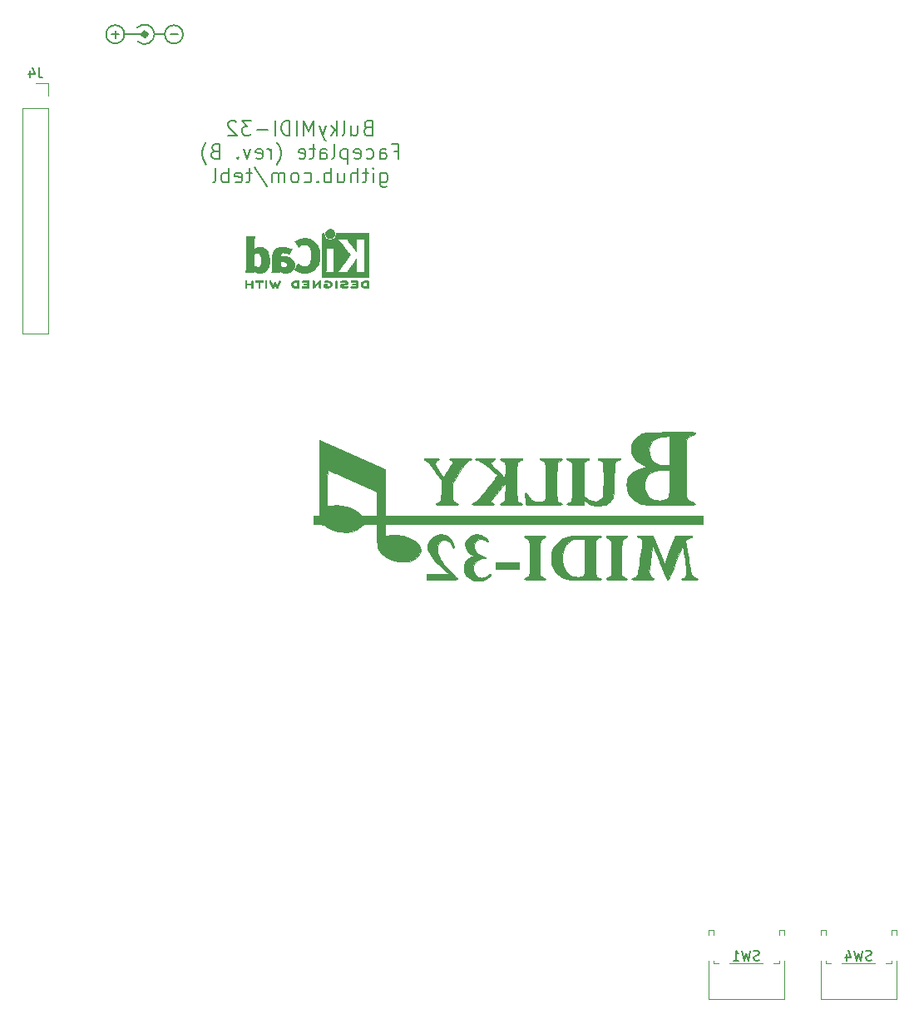
<source format=gbo>
G04 #@! TF.GenerationSoftware,KiCad,Pcbnew,(5.1.8)-1*
G04 #@! TF.CreationDate,2022-02-07T22:32:00+01:00*
G04 #@! TF.ProjectId,BulkyMIDI-32 Faceplate,42756c6b-794d-4494-9449-2d3332204661,rev?*
G04 #@! TF.SameCoordinates,Original*
G04 #@! TF.FileFunction,Legend,Bot*
G04 #@! TF.FilePolarity,Positive*
%FSLAX46Y46*%
G04 Gerber Fmt 4.6, Leading zero omitted, Abs format (unit mm)*
G04 Created by KiCad (PCBNEW (5.1.8)-1) date 2022-02-07 22:32:00*
%MOMM*%
%LPD*%
G01*
G04 APERTURE LIST*
%ADD10C,0.150000*%
%ADD11C,0.010000*%
%ADD12C,0.500000*%
%ADD13C,0.120000*%
G04 APERTURE END LIST*
D10*
X105881428Y-66072857D02*
X105667142Y-66144285D01*
X105595714Y-66215714D01*
X105524285Y-66358571D01*
X105524285Y-66572857D01*
X105595714Y-66715714D01*
X105667142Y-66787142D01*
X105810000Y-66858571D01*
X106381428Y-66858571D01*
X106381428Y-65358571D01*
X105881428Y-65358571D01*
X105738571Y-65430000D01*
X105667142Y-65501428D01*
X105595714Y-65644285D01*
X105595714Y-65787142D01*
X105667142Y-65930000D01*
X105738571Y-66001428D01*
X105881428Y-66072857D01*
X106381428Y-66072857D01*
X104238571Y-65858571D02*
X104238571Y-66858571D01*
X104881428Y-65858571D02*
X104881428Y-66644285D01*
X104810000Y-66787142D01*
X104667142Y-66858571D01*
X104452857Y-66858571D01*
X104310000Y-66787142D01*
X104238571Y-66715714D01*
X103310000Y-66858571D02*
X103452857Y-66787142D01*
X103524285Y-66644285D01*
X103524285Y-65358571D01*
X102738571Y-66858571D02*
X102738571Y-65358571D01*
X102595714Y-66287142D02*
X102167142Y-66858571D01*
X102167142Y-65858571D02*
X102738571Y-66430000D01*
X101667142Y-65858571D02*
X101310000Y-66858571D01*
X100952857Y-65858571D02*
X101310000Y-66858571D01*
X101452857Y-67215714D01*
X101524285Y-67287142D01*
X101667142Y-67358571D01*
X100381428Y-66858571D02*
X100381428Y-65358571D01*
X99881428Y-66430000D01*
X99381428Y-65358571D01*
X99381428Y-66858571D01*
X98667142Y-66858571D02*
X98667142Y-65358571D01*
X97952857Y-66858571D02*
X97952857Y-65358571D01*
X97595714Y-65358571D01*
X97381428Y-65430000D01*
X97238571Y-65572857D01*
X97167142Y-65715714D01*
X97095714Y-66001428D01*
X97095714Y-66215714D01*
X97167142Y-66501428D01*
X97238571Y-66644285D01*
X97381428Y-66787142D01*
X97595714Y-66858571D01*
X97952857Y-66858571D01*
X96452857Y-66858571D02*
X96452857Y-65358571D01*
X95738571Y-66287142D02*
X94595714Y-66287142D01*
X94024285Y-65358571D02*
X93095714Y-65358571D01*
X93595714Y-65930000D01*
X93381428Y-65930000D01*
X93238571Y-66001428D01*
X93167142Y-66072857D01*
X93095714Y-66215714D01*
X93095714Y-66572857D01*
X93167142Y-66715714D01*
X93238571Y-66787142D01*
X93381428Y-66858571D01*
X93810000Y-66858571D01*
X93952857Y-66787142D01*
X94024285Y-66715714D01*
X92524285Y-65501428D02*
X92452857Y-65430000D01*
X92310000Y-65358571D01*
X91952857Y-65358571D01*
X91810000Y-65430000D01*
X91738571Y-65501428D01*
X91667142Y-65644285D01*
X91667142Y-65787142D01*
X91738571Y-66001428D01*
X92595714Y-66858571D01*
X91667142Y-66858571D01*
X108560000Y-68472857D02*
X109060000Y-68472857D01*
X109060000Y-69258571D02*
X109060000Y-67758571D01*
X108345714Y-67758571D01*
X107131428Y-69258571D02*
X107131428Y-68472857D01*
X107202857Y-68330000D01*
X107345714Y-68258571D01*
X107631428Y-68258571D01*
X107774285Y-68330000D01*
X107131428Y-69187142D02*
X107274285Y-69258571D01*
X107631428Y-69258571D01*
X107774285Y-69187142D01*
X107845714Y-69044285D01*
X107845714Y-68901428D01*
X107774285Y-68758571D01*
X107631428Y-68687142D01*
X107274285Y-68687142D01*
X107131428Y-68615714D01*
X105774285Y-69187142D02*
X105917142Y-69258571D01*
X106202857Y-69258571D01*
X106345714Y-69187142D01*
X106417142Y-69115714D01*
X106488571Y-68972857D01*
X106488571Y-68544285D01*
X106417142Y-68401428D01*
X106345714Y-68330000D01*
X106202857Y-68258571D01*
X105917142Y-68258571D01*
X105774285Y-68330000D01*
X104560000Y-69187142D02*
X104702857Y-69258571D01*
X104988571Y-69258571D01*
X105131428Y-69187142D01*
X105202857Y-69044285D01*
X105202857Y-68472857D01*
X105131428Y-68330000D01*
X104988571Y-68258571D01*
X104702857Y-68258571D01*
X104560000Y-68330000D01*
X104488571Y-68472857D01*
X104488571Y-68615714D01*
X105202857Y-68758571D01*
X103845714Y-68258571D02*
X103845714Y-69758571D01*
X103845714Y-68330000D02*
X103702857Y-68258571D01*
X103417142Y-68258571D01*
X103274285Y-68330000D01*
X103202857Y-68401428D01*
X103131428Y-68544285D01*
X103131428Y-68972857D01*
X103202857Y-69115714D01*
X103274285Y-69187142D01*
X103417142Y-69258571D01*
X103702857Y-69258571D01*
X103845714Y-69187142D01*
X102274285Y-69258571D02*
X102417142Y-69187142D01*
X102488571Y-69044285D01*
X102488571Y-67758571D01*
X101060000Y-69258571D02*
X101060000Y-68472857D01*
X101131428Y-68330000D01*
X101274285Y-68258571D01*
X101560000Y-68258571D01*
X101702857Y-68330000D01*
X101060000Y-69187142D02*
X101202857Y-69258571D01*
X101560000Y-69258571D01*
X101702857Y-69187142D01*
X101774285Y-69044285D01*
X101774285Y-68901428D01*
X101702857Y-68758571D01*
X101560000Y-68687142D01*
X101202857Y-68687142D01*
X101060000Y-68615714D01*
X100560000Y-68258571D02*
X99988571Y-68258571D01*
X100345714Y-67758571D02*
X100345714Y-69044285D01*
X100274285Y-69187142D01*
X100131428Y-69258571D01*
X99988571Y-69258571D01*
X98917142Y-69187142D02*
X99060000Y-69258571D01*
X99345714Y-69258571D01*
X99488571Y-69187142D01*
X99560000Y-69044285D01*
X99560000Y-68472857D01*
X99488571Y-68330000D01*
X99345714Y-68258571D01*
X99060000Y-68258571D01*
X98917142Y-68330000D01*
X98845714Y-68472857D01*
X98845714Y-68615714D01*
X99560000Y-68758571D01*
X96631428Y-69830000D02*
X96702857Y-69758571D01*
X96845714Y-69544285D01*
X96917142Y-69401428D01*
X96988571Y-69187142D01*
X97060000Y-68830000D01*
X97060000Y-68544285D01*
X96988571Y-68187142D01*
X96917142Y-67972857D01*
X96845714Y-67830000D01*
X96702857Y-67615714D01*
X96631428Y-67544285D01*
X96060000Y-69258571D02*
X96060000Y-68258571D01*
X96060000Y-68544285D02*
X95988571Y-68401428D01*
X95917142Y-68330000D01*
X95774285Y-68258571D01*
X95631428Y-68258571D01*
X94560000Y-69187142D02*
X94702857Y-69258571D01*
X94988571Y-69258571D01*
X95131428Y-69187142D01*
X95202857Y-69044285D01*
X95202857Y-68472857D01*
X95131428Y-68330000D01*
X94988571Y-68258571D01*
X94702857Y-68258571D01*
X94560000Y-68330000D01*
X94488571Y-68472857D01*
X94488571Y-68615714D01*
X95202857Y-68758571D01*
X93988571Y-68258571D02*
X93631428Y-69258571D01*
X93274285Y-68258571D01*
X92702857Y-69115714D02*
X92631428Y-69187142D01*
X92702857Y-69258571D01*
X92774285Y-69187142D01*
X92702857Y-69115714D01*
X92702857Y-69258571D01*
X90345714Y-68472857D02*
X90131428Y-68544285D01*
X90060000Y-68615714D01*
X89988571Y-68758571D01*
X89988571Y-68972857D01*
X90060000Y-69115714D01*
X90131428Y-69187142D01*
X90274285Y-69258571D01*
X90845714Y-69258571D01*
X90845714Y-67758571D01*
X90345714Y-67758571D01*
X90202857Y-67830000D01*
X90131428Y-67901428D01*
X90060000Y-68044285D01*
X90060000Y-68187142D01*
X90131428Y-68330000D01*
X90202857Y-68401428D01*
X90345714Y-68472857D01*
X90845714Y-68472857D01*
X89488571Y-69830000D02*
X89417142Y-69758571D01*
X89274285Y-69544285D01*
X89202857Y-69401428D01*
X89131428Y-69187142D01*
X89060000Y-68830000D01*
X89060000Y-68544285D01*
X89131428Y-68187142D01*
X89202857Y-67972857D01*
X89274285Y-67830000D01*
X89417142Y-67615714D01*
X89488571Y-67544285D01*
X107167142Y-70658571D02*
X107167142Y-71872857D01*
X107238571Y-72015714D01*
X107310000Y-72087142D01*
X107452857Y-72158571D01*
X107667142Y-72158571D01*
X107810000Y-72087142D01*
X107167142Y-71587142D02*
X107310000Y-71658571D01*
X107595714Y-71658571D01*
X107738571Y-71587142D01*
X107810000Y-71515714D01*
X107881428Y-71372857D01*
X107881428Y-70944285D01*
X107810000Y-70801428D01*
X107738571Y-70730000D01*
X107595714Y-70658571D01*
X107310000Y-70658571D01*
X107167142Y-70730000D01*
X106452857Y-71658571D02*
X106452857Y-70658571D01*
X106452857Y-70158571D02*
X106524285Y-70230000D01*
X106452857Y-70301428D01*
X106381428Y-70230000D01*
X106452857Y-70158571D01*
X106452857Y-70301428D01*
X105952857Y-70658571D02*
X105381428Y-70658571D01*
X105738571Y-70158571D02*
X105738571Y-71444285D01*
X105667142Y-71587142D01*
X105524285Y-71658571D01*
X105381428Y-71658571D01*
X104881428Y-71658571D02*
X104881428Y-70158571D01*
X104238571Y-71658571D02*
X104238571Y-70872857D01*
X104310000Y-70730000D01*
X104452857Y-70658571D01*
X104667142Y-70658571D01*
X104810000Y-70730000D01*
X104881428Y-70801428D01*
X102881428Y-70658571D02*
X102881428Y-71658571D01*
X103524285Y-70658571D02*
X103524285Y-71444285D01*
X103452857Y-71587142D01*
X103310000Y-71658571D01*
X103095714Y-71658571D01*
X102952857Y-71587142D01*
X102881428Y-71515714D01*
X102167142Y-71658571D02*
X102167142Y-70158571D01*
X102167142Y-70730000D02*
X102024285Y-70658571D01*
X101738571Y-70658571D01*
X101595714Y-70730000D01*
X101524285Y-70801428D01*
X101452857Y-70944285D01*
X101452857Y-71372857D01*
X101524285Y-71515714D01*
X101595714Y-71587142D01*
X101738571Y-71658571D01*
X102024285Y-71658571D01*
X102167142Y-71587142D01*
X100810000Y-71515714D02*
X100738571Y-71587142D01*
X100810000Y-71658571D01*
X100881428Y-71587142D01*
X100810000Y-71515714D01*
X100810000Y-71658571D01*
X99452857Y-71587142D02*
X99595714Y-71658571D01*
X99881428Y-71658571D01*
X100024285Y-71587142D01*
X100095714Y-71515714D01*
X100167142Y-71372857D01*
X100167142Y-70944285D01*
X100095714Y-70801428D01*
X100024285Y-70730000D01*
X99881428Y-70658571D01*
X99595714Y-70658571D01*
X99452857Y-70730000D01*
X98595714Y-71658571D02*
X98738571Y-71587142D01*
X98810000Y-71515714D01*
X98881428Y-71372857D01*
X98881428Y-70944285D01*
X98810000Y-70801428D01*
X98738571Y-70730000D01*
X98595714Y-70658571D01*
X98381428Y-70658571D01*
X98238571Y-70730000D01*
X98167142Y-70801428D01*
X98095714Y-70944285D01*
X98095714Y-71372857D01*
X98167142Y-71515714D01*
X98238571Y-71587142D01*
X98381428Y-71658571D01*
X98595714Y-71658571D01*
X97452857Y-71658571D02*
X97452857Y-70658571D01*
X97452857Y-70801428D02*
X97381428Y-70730000D01*
X97238571Y-70658571D01*
X97024285Y-70658571D01*
X96881428Y-70730000D01*
X96810000Y-70872857D01*
X96810000Y-71658571D01*
X96810000Y-70872857D02*
X96738571Y-70730000D01*
X96595714Y-70658571D01*
X96381428Y-70658571D01*
X96238571Y-70730000D01*
X96167142Y-70872857D01*
X96167142Y-71658571D01*
X94381428Y-70087142D02*
X95667142Y-72015714D01*
X94095714Y-70658571D02*
X93524285Y-70658571D01*
X93881428Y-70158571D02*
X93881428Y-71444285D01*
X93810000Y-71587142D01*
X93667142Y-71658571D01*
X93524285Y-71658571D01*
X92452857Y-71587142D02*
X92595714Y-71658571D01*
X92881428Y-71658571D01*
X93024285Y-71587142D01*
X93095714Y-71444285D01*
X93095714Y-70872857D01*
X93024285Y-70730000D01*
X92881428Y-70658571D01*
X92595714Y-70658571D01*
X92452857Y-70730000D01*
X92381428Y-70872857D01*
X92381428Y-71015714D01*
X93095714Y-71158571D01*
X91738571Y-71658571D02*
X91738571Y-70158571D01*
X91738571Y-70730000D02*
X91595714Y-70658571D01*
X91310000Y-70658571D01*
X91167142Y-70730000D01*
X91095714Y-70801428D01*
X91024285Y-70944285D01*
X91024285Y-71372857D01*
X91095714Y-71515714D01*
X91167142Y-71587142D01*
X91310000Y-71658571D01*
X91595714Y-71658571D01*
X91738571Y-71587142D01*
X90167142Y-71658571D02*
X90310000Y-71587142D01*
X90381428Y-71444285D01*
X90381428Y-70158571D01*
D11*
G36*
X112040970Y-99722888D02*
G01*
X111819949Y-99731671D01*
X111687008Y-99749279D01*
X111622720Y-99778139D01*
X111607500Y-99815750D01*
X111655831Y-99899992D01*
X111697878Y-99911000D01*
X111817751Y-99950769D01*
X111974099Y-100074427D01*
X112172867Y-100288497D01*
X112420000Y-100599503D01*
X112721441Y-101013967D01*
X112783931Y-101102927D01*
X113385500Y-101963238D01*
X113385500Y-102972005D01*
X113384796Y-103351334D01*
X113380778Y-103625001D01*
X113370592Y-103814342D01*
X113351382Y-103940693D01*
X113320292Y-104025391D01*
X113274467Y-104089773D01*
X113229637Y-104136636D01*
X113086479Y-104243915D01*
X112951058Y-104292277D01*
X112943887Y-104292500D01*
X112838195Y-104331530D01*
X112814000Y-104387750D01*
X112830077Y-104422169D01*
X112889147Y-104447362D01*
X113007473Y-104464683D01*
X113201314Y-104475488D01*
X113486932Y-104481131D01*
X113880588Y-104482968D01*
X113957000Y-104483000D01*
X114370033Y-104481660D01*
X114672346Y-104476737D01*
X114880200Y-104466877D01*
X115009858Y-104450723D01*
X115077579Y-104426922D01*
X115099625Y-104394117D01*
X115100000Y-104387750D01*
X115046777Y-104310242D01*
X114970114Y-104292500D01*
X114837660Y-104249445D01*
X114692888Y-104144975D01*
X114684364Y-104136636D01*
X114621981Y-104068473D01*
X114578934Y-103994768D01*
X114551642Y-103891969D01*
X114536528Y-103736522D01*
X114530011Y-103504875D01*
X114528514Y-103173476D01*
X114528500Y-103110967D01*
X114528500Y-102241162D01*
X115203910Y-101200878D01*
X115481536Y-100779488D01*
X115705059Y-100456357D01*
X115884346Y-100220033D01*
X116029263Y-100059061D01*
X116149675Y-99961990D01*
X116255450Y-99917366D01*
X116315064Y-99911000D01*
X116413229Y-99868877D01*
X116433500Y-99815750D01*
X116417253Y-99780901D01*
X116357529Y-99755525D01*
X116237858Y-99738210D01*
X116041768Y-99727542D01*
X115752788Y-99722111D01*
X115354446Y-99720505D01*
X115322250Y-99720500D01*
X114912938Y-99722064D01*
X114614604Y-99727628D01*
X114411259Y-99738499D01*
X114286910Y-99755985D01*
X114225566Y-99781392D01*
X114211000Y-99811333D01*
X114265054Y-99890028D01*
X114353875Y-99922458D01*
X114469376Y-99966674D01*
X114513885Y-100063213D01*
X114484755Y-100221866D01*
X114379337Y-100452425D01*
X114194984Y-100764683D01*
X114076396Y-100948410D01*
X113884737Y-101234210D01*
X113747138Y-101424286D01*
X113652100Y-101531687D01*
X113588122Y-101569458D01*
X113544628Y-101551660D01*
X113426698Y-101406006D01*
X113281471Y-101200273D01*
X113126255Y-100962569D01*
X112978358Y-100721002D01*
X112855090Y-100503679D01*
X112773759Y-100338708D01*
X112750500Y-100262071D01*
X112797079Y-100113214D01*
X112907635Y-99979942D01*
X113038396Y-99912371D01*
X113057126Y-99910999D01*
X113123035Y-99859749D01*
X113131500Y-99815750D01*
X113112395Y-99774683D01*
X113042127Y-99747056D01*
X112901267Y-99730438D01*
X112670386Y-99722402D01*
X112369500Y-99720500D01*
X112040970Y-99722888D01*
G37*
X112040970Y-99722888D02*
X111819949Y-99731671D01*
X111687008Y-99749279D01*
X111622720Y-99778139D01*
X111607500Y-99815750D01*
X111655831Y-99899992D01*
X111697878Y-99911000D01*
X111817751Y-99950769D01*
X111974099Y-100074427D01*
X112172867Y-100288497D01*
X112420000Y-100599503D01*
X112721441Y-101013967D01*
X112783931Y-101102927D01*
X113385500Y-101963238D01*
X113385500Y-102972005D01*
X113384796Y-103351334D01*
X113380778Y-103625001D01*
X113370592Y-103814342D01*
X113351382Y-103940693D01*
X113320292Y-104025391D01*
X113274467Y-104089773D01*
X113229637Y-104136636D01*
X113086479Y-104243915D01*
X112951058Y-104292277D01*
X112943887Y-104292500D01*
X112838195Y-104331530D01*
X112814000Y-104387750D01*
X112830077Y-104422169D01*
X112889147Y-104447362D01*
X113007473Y-104464683D01*
X113201314Y-104475488D01*
X113486932Y-104481131D01*
X113880588Y-104482968D01*
X113957000Y-104483000D01*
X114370033Y-104481660D01*
X114672346Y-104476737D01*
X114880200Y-104466877D01*
X115009858Y-104450723D01*
X115077579Y-104426922D01*
X115099625Y-104394117D01*
X115100000Y-104387750D01*
X115046777Y-104310242D01*
X114970114Y-104292500D01*
X114837660Y-104249445D01*
X114692888Y-104144975D01*
X114684364Y-104136636D01*
X114621981Y-104068473D01*
X114578934Y-103994768D01*
X114551642Y-103891969D01*
X114536528Y-103736522D01*
X114530011Y-103504875D01*
X114528514Y-103173476D01*
X114528500Y-103110967D01*
X114528500Y-102241162D01*
X115203910Y-101200878D01*
X115481536Y-100779488D01*
X115705059Y-100456357D01*
X115884346Y-100220033D01*
X116029263Y-100059061D01*
X116149675Y-99961990D01*
X116255450Y-99917366D01*
X116315064Y-99911000D01*
X116413229Y-99868877D01*
X116433500Y-99815750D01*
X116417253Y-99780901D01*
X116357529Y-99755525D01*
X116237858Y-99738210D01*
X116041768Y-99727542D01*
X115752788Y-99722111D01*
X115354446Y-99720505D01*
X115322250Y-99720500D01*
X114912938Y-99722064D01*
X114614604Y-99727628D01*
X114411259Y-99738499D01*
X114286910Y-99755985D01*
X114225566Y-99781392D01*
X114211000Y-99811333D01*
X114265054Y-99890028D01*
X114353875Y-99922458D01*
X114469376Y-99966674D01*
X114513885Y-100063213D01*
X114484755Y-100221866D01*
X114379337Y-100452425D01*
X114194984Y-100764683D01*
X114076396Y-100948410D01*
X113884737Y-101234210D01*
X113747138Y-101424286D01*
X113652100Y-101531687D01*
X113588122Y-101569458D01*
X113544628Y-101551660D01*
X113426698Y-101406006D01*
X113281471Y-101200273D01*
X113126255Y-100962569D01*
X112978358Y-100721002D01*
X112855090Y-100503679D01*
X112773759Y-100338708D01*
X112750500Y-100262071D01*
X112797079Y-100113214D01*
X112907635Y-99979942D01*
X113038396Y-99912371D01*
X113057126Y-99910999D01*
X113123035Y-99859749D01*
X113131500Y-99815750D01*
X113112395Y-99774683D01*
X113042127Y-99747056D01*
X112901267Y-99730438D01*
X112670386Y-99722402D01*
X112369500Y-99720500D01*
X112040970Y-99722888D01*
G36*
X117443903Y-99722077D02*
G01*
X117167125Y-99727881D01*
X116983017Y-99739520D01*
X116874425Y-99758602D01*
X116824196Y-99786735D01*
X116814500Y-99815750D01*
X116869814Y-99892287D01*
X116975361Y-99911000D01*
X117115071Y-99925514D01*
X117267482Y-99974387D01*
X117443516Y-100065618D01*
X117654099Y-100207204D01*
X117910152Y-100407142D01*
X118222599Y-100673429D01*
X118602362Y-101014063D01*
X119060366Y-101437042D01*
X119062910Y-101439414D01*
X119050970Y-101498937D01*
X118967907Y-101636677D01*
X118811567Y-101855442D01*
X118579797Y-102158043D01*
X118270441Y-102547290D01*
X117881348Y-103025993D01*
X117410362Y-103596962D01*
X117395570Y-103614793D01*
X117142175Y-103902930D01*
X116921892Y-104119265D01*
X116750567Y-104248650D01*
X116712945Y-104267476D01*
X116568222Y-104336285D01*
X116508436Y-104389485D01*
X116540882Y-104428833D01*
X116672856Y-104456086D01*
X116911651Y-104472999D01*
X117264565Y-104481329D01*
X117608250Y-104483000D01*
X118029748Y-104480844D01*
X118337837Y-104473726D01*
X118546050Y-104460669D01*
X118667915Y-104440697D01*
X118716963Y-104412833D01*
X118719500Y-104402807D01*
X118667976Y-104317288D01*
X118580733Y-104259932D01*
X118464461Y-104186388D01*
X118421584Y-104132552D01*
X118453406Y-104065255D01*
X118554135Y-103916399D01*
X118711743Y-103702295D01*
X118914201Y-103439254D01*
X119149482Y-103143588D01*
X119165347Y-103123971D01*
X119929492Y-102180088D01*
X119894250Y-104070250D01*
X119626677Y-104197250D01*
X119454232Y-104286375D01*
X119363083Y-104355389D01*
X119360550Y-104406693D01*
X119453955Y-104442690D01*
X119650618Y-104465782D01*
X119957861Y-104478371D01*
X120383005Y-104482860D01*
X120497500Y-104483000D01*
X120913768Y-104481467D01*
X121218775Y-104476044D01*
X121428234Y-104465491D01*
X121557858Y-104448566D01*
X121623358Y-104424030D01*
X121640500Y-104392795D01*
X121585515Y-104317464D01*
X121452968Y-104261412D01*
X121450079Y-104260767D01*
X121346135Y-104234349D01*
X121263042Y-104196810D01*
X121198468Y-104134847D01*
X121150078Y-104035157D01*
X121115542Y-103884438D01*
X121092527Y-103669388D01*
X121078698Y-103376704D01*
X121071725Y-102993085D01*
X121069274Y-102505227D01*
X121069000Y-102087620D01*
X121069391Y-101551657D01*
X121071172Y-101128211D01*
X121075259Y-100802801D01*
X121082567Y-100560944D01*
X121094011Y-100388160D01*
X121110506Y-100269965D01*
X121132966Y-100191879D01*
X121162307Y-100139420D01*
X121194385Y-100103115D01*
X121350540Y-99991234D01*
X121480135Y-99937481D01*
X121600051Y-99877532D01*
X121640500Y-99808866D01*
X121619639Y-99776566D01*
X121546759Y-99752889D01*
X121406421Y-99736641D01*
X121183184Y-99726627D01*
X120861605Y-99721655D01*
X120497500Y-99720500D01*
X120073087Y-99722424D01*
X119761463Y-99728881D01*
X119548466Y-99740891D01*
X119419933Y-99759476D01*
X119361702Y-99785660D01*
X119354500Y-99802993D01*
X119408503Y-99876278D01*
X119541870Y-99952220D01*
X119576708Y-99965838D01*
X119742908Y-100051652D01*
X119856565Y-100155678D01*
X119864476Y-100168692D01*
X119890661Y-100283716D01*
X119907932Y-100497627D01*
X119914730Y-100782521D01*
X119912144Y-101020807D01*
X119894250Y-101750421D01*
X119144808Y-101044571D01*
X118834141Y-100746451D01*
X118614036Y-100517811D01*
X118478395Y-100345755D01*
X118421118Y-100217388D01*
X118436107Y-100119813D01*
X118517263Y-100040136D01*
X118638751Y-99974500D01*
X118775533Y-99890852D01*
X118843519Y-99809960D01*
X118845126Y-99799875D01*
X118813912Y-99768430D01*
X118709962Y-99745833D01*
X118519699Y-99731021D01*
X118229542Y-99722930D01*
X117830500Y-99720500D01*
X117443903Y-99722077D01*
G37*
X117443903Y-99722077D02*
X117167125Y-99727881D01*
X116983017Y-99739520D01*
X116874425Y-99758602D01*
X116824196Y-99786735D01*
X116814500Y-99815750D01*
X116869814Y-99892287D01*
X116975361Y-99911000D01*
X117115071Y-99925514D01*
X117267482Y-99974387D01*
X117443516Y-100065618D01*
X117654099Y-100207204D01*
X117910152Y-100407142D01*
X118222599Y-100673429D01*
X118602362Y-101014063D01*
X119060366Y-101437042D01*
X119062910Y-101439414D01*
X119050970Y-101498937D01*
X118967907Y-101636677D01*
X118811567Y-101855442D01*
X118579797Y-102158043D01*
X118270441Y-102547290D01*
X117881348Y-103025993D01*
X117410362Y-103596962D01*
X117395570Y-103614793D01*
X117142175Y-103902930D01*
X116921892Y-104119265D01*
X116750567Y-104248650D01*
X116712945Y-104267476D01*
X116568222Y-104336285D01*
X116508436Y-104389485D01*
X116540882Y-104428833D01*
X116672856Y-104456086D01*
X116911651Y-104472999D01*
X117264565Y-104481329D01*
X117608250Y-104483000D01*
X118029748Y-104480844D01*
X118337837Y-104473726D01*
X118546050Y-104460669D01*
X118667915Y-104440697D01*
X118716963Y-104412833D01*
X118719500Y-104402807D01*
X118667976Y-104317288D01*
X118580733Y-104259932D01*
X118464461Y-104186388D01*
X118421584Y-104132552D01*
X118453406Y-104065255D01*
X118554135Y-103916399D01*
X118711743Y-103702295D01*
X118914201Y-103439254D01*
X119149482Y-103143588D01*
X119165347Y-103123971D01*
X119929492Y-102180088D01*
X119894250Y-104070250D01*
X119626677Y-104197250D01*
X119454232Y-104286375D01*
X119363083Y-104355389D01*
X119360550Y-104406693D01*
X119453955Y-104442690D01*
X119650618Y-104465782D01*
X119957861Y-104478371D01*
X120383005Y-104482860D01*
X120497500Y-104483000D01*
X120913768Y-104481467D01*
X121218775Y-104476044D01*
X121428234Y-104465491D01*
X121557858Y-104448566D01*
X121623358Y-104424030D01*
X121640500Y-104392795D01*
X121585515Y-104317464D01*
X121452968Y-104261412D01*
X121450079Y-104260767D01*
X121346135Y-104234349D01*
X121263042Y-104196810D01*
X121198468Y-104134847D01*
X121150078Y-104035157D01*
X121115542Y-103884438D01*
X121092527Y-103669388D01*
X121078698Y-103376704D01*
X121071725Y-102993085D01*
X121069274Y-102505227D01*
X121069000Y-102087620D01*
X121069391Y-101551657D01*
X121071172Y-101128211D01*
X121075259Y-100802801D01*
X121082567Y-100560944D01*
X121094011Y-100388160D01*
X121110506Y-100269965D01*
X121132966Y-100191879D01*
X121162307Y-100139420D01*
X121194385Y-100103115D01*
X121350540Y-99991234D01*
X121480135Y-99937481D01*
X121600051Y-99877532D01*
X121640500Y-99808866D01*
X121619639Y-99776566D01*
X121546759Y-99752889D01*
X121406421Y-99736641D01*
X121183184Y-99726627D01*
X120861605Y-99721655D01*
X120497500Y-99720500D01*
X120073087Y-99722424D01*
X119761463Y-99728881D01*
X119548466Y-99740891D01*
X119419933Y-99759476D01*
X119361702Y-99785660D01*
X119354500Y-99802993D01*
X119408503Y-99876278D01*
X119541870Y-99952220D01*
X119576708Y-99965838D01*
X119742908Y-100051652D01*
X119856565Y-100155678D01*
X119864476Y-100168692D01*
X119890661Y-100283716D01*
X119907932Y-100497627D01*
X119914730Y-100782521D01*
X119912144Y-101020807D01*
X119894250Y-101750421D01*
X119144808Y-101044571D01*
X118834141Y-100746451D01*
X118614036Y-100517811D01*
X118478395Y-100345755D01*
X118421118Y-100217388D01*
X118436107Y-100119813D01*
X118517263Y-100040136D01*
X118638751Y-99974500D01*
X118775533Y-99890852D01*
X118843519Y-99809960D01*
X118845126Y-99799875D01*
X118813912Y-99768430D01*
X118709962Y-99745833D01*
X118519699Y-99731021D01*
X118229542Y-99722930D01*
X117830500Y-99720500D01*
X117443903Y-99722077D01*
G36*
X124143716Y-99722112D02*
G01*
X123837459Y-99727747D01*
X123627288Y-99738596D01*
X123497762Y-99755855D01*
X123433441Y-99780716D01*
X123418500Y-99808866D01*
X123472675Y-99888540D01*
X123578866Y-99937481D01*
X123749201Y-100014848D01*
X123864616Y-100103115D01*
X123900644Y-100144906D01*
X123929032Y-100199600D01*
X123950685Y-100281631D01*
X123966512Y-100405437D01*
X123977419Y-100585452D01*
X123984314Y-100836112D01*
X123988104Y-101171852D01*
X123989697Y-101607109D01*
X123990000Y-102098149D01*
X123989806Y-102633909D01*
X123988541Y-103056902D01*
X123985185Y-103381360D01*
X123978719Y-103621516D01*
X123968121Y-103791603D01*
X123952372Y-103905853D01*
X123930450Y-103978499D01*
X123901336Y-104023774D01*
X123864010Y-104055910D01*
X123848871Y-104066649D01*
X123678750Y-104131238D01*
X123432004Y-104161529D01*
X123154368Y-104157233D01*
X122891578Y-104118067D01*
X122749791Y-104073523D01*
X122565607Y-103951826D01*
X122378944Y-103732396D01*
X122291456Y-103600144D01*
X122128978Y-103359234D01*
X122013339Y-103235420D01*
X121941377Y-103229059D01*
X121909925Y-103340506D01*
X121915820Y-103570116D01*
X121922319Y-103641625D01*
X121950025Y-103897883D01*
X121979272Y-104133769D01*
X122000284Y-104276625D01*
X122035634Y-104483000D01*
X123870067Y-104483000D01*
X124410679Y-104482167D01*
X124836964Y-104479256D01*
X125161589Y-104473643D01*
X125397221Y-104464704D01*
X125556524Y-104451818D01*
X125652164Y-104434361D01*
X125696808Y-104411711D01*
X125704500Y-104392795D01*
X125649636Y-104316628D01*
X125520585Y-104262196D01*
X125414537Y-104237158D01*
X125329746Y-104204810D01*
X125263970Y-104151927D01*
X125214967Y-104065287D01*
X125180496Y-103931664D01*
X125158314Y-103737836D01*
X125146181Y-103470578D01*
X125141853Y-103116667D01*
X125143091Y-102662878D01*
X125147651Y-102095988D01*
X125147930Y-102063954D01*
X125164750Y-100133250D01*
X125432324Y-100006250D01*
X125604769Y-99917124D01*
X125695918Y-99848110D01*
X125698451Y-99796806D01*
X125605046Y-99760809D01*
X125408383Y-99737717D01*
X125101140Y-99725128D01*
X124675996Y-99720639D01*
X124561500Y-99720500D01*
X124143716Y-99722112D01*
G37*
X124143716Y-99722112D02*
X123837459Y-99727747D01*
X123627288Y-99738596D01*
X123497762Y-99755855D01*
X123433441Y-99780716D01*
X123418500Y-99808866D01*
X123472675Y-99888540D01*
X123578866Y-99937481D01*
X123749201Y-100014848D01*
X123864616Y-100103115D01*
X123900644Y-100144906D01*
X123929032Y-100199600D01*
X123950685Y-100281631D01*
X123966512Y-100405437D01*
X123977419Y-100585452D01*
X123984314Y-100836112D01*
X123988104Y-101171852D01*
X123989697Y-101607109D01*
X123990000Y-102098149D01*
X123989806Y-102633909D01*
X123988541Y-103056902D01*
X123985185Y-103381360D01*
X123978719Y-103621516D01*
X123968121Y-103791603D01*
X123952372Y-103905853D01*
X123930450Y-103978499D01*
X123901336Y-104023774D01*
X123864010Y-104055910D01*
X123848871Y-104066649D01*
X123678750Y-104131238D01*
X123432004Y-104161529D01*
X123154368Y-104157233D01*
X122891578Y-104118067D01*
X122749791Y-104073523D01*
X122565607Y-103951826D01*
X122378944Y-103732396D01*
X122291456Y-103600144D01*
X122128978Y-103359234D01*
X122013339Y-103235420D01*
X121941377Y-103229059D01*
X121909925Y-103340506D01*
X121915820Y-103570116D01*
X121922319Y-103641625D01*
X121950025Y-103897883D01*
X121979272Y-104133769D01*
X122000284Y-104276625D01*
X122035634Y-104483000D01*
X123870067Y-104483000D01*
X124410679Y-104482167D01*
X124836964Y-104479256D01*
X125161589Y-104473643D01*
X125397221Y-104464704D01*
X125556524Y-104451818D01*
X125652164Y-104434361D01*
X125696808Y-104411711D01*
X125704500Y-104392795D01*
X125649636Y-104316628D01*
X125520585Y-104262196D01*
X125414537Y-104237158D01*
X125329746Y-104204810D01*
X125263970Y-104151927D01*
X125214967Y-104065287D01*
X125180496Y-103931664D01*
X125158314Y-103737836D01*
X125146181Y-103470578D01*
X125141853Y-103116667D01*
X125143091Y-102662878D01*
X125147651Y-102095988D01*
X125147930Y-102063954D01*
X125164750Y-100133250D01*
X125432324Y-100006250D01*
X125604769Y-99917124D01*
X125695918Y-99848110D01*
X125698451Y-99796806D01*
X125605046Y-99760809D01*
X125408383Y-99737717D01*
X125101140Y-99725128D01*
X124675996Y-99720639D01*
X124561500Y-99720500D01*
X124143716Y-99722112D01*
G36*
X137678605Y-97059542D02*
G01*
X137119835Y-97063412D01*
X136737625Y-97066382D01*
X136109063Y-97071510D01*
X135593977Y-97076547D01*
X135178846Y-97082302D01*
X134850150Y-97089586D01*
X134594369Y-97099207D01*
X134397981Y-97111975D01*
X134247466Y-97128700D01*
X134129303Y-97150190D01*
X134029972Y-97177256D01*
X133935952Y-97210707D01*
X133866219Y-97238290D01*
X133488529Y-97439055D01*
X133162798Y-97707044D01*
X132913104Y-98017538D01*
X132763524Y-98345815D01*
X132754844Y-98379314D01*
X132701012Y-98842254D01*
X132767613Y-99269210D01*
X132951894Y-99655087D01*
X133251102Y-99994789D01*
X133662483Y-100283222D01*
X133830666Y-100370262D01*
X134245250Y-100568609D01*
X133959500Y-100642225D01*
X133452329Y-100819027D01*
X133015359Y-101064890D01*
X132666167Y-101367569D01*
X132423858Y-101711821D01*
X132343074Y-101925651D01*
X132280699Y-102189410D01*
X132261226Y-102331537D01*
X132273888Y-102826783D01*
X132401398Y-103274679D01*
X132637663Y-103666631D01*
X132976590Y-103994043D01*
X133412083Y-104248321D01*
X133696314Y-104355707D01*
X133804474Y-104387613D01*
X133916018Y-104413715D01*
X134044427Y-104434592D01*
X134203185Y-104450822D01*
X134405776Y-104462984D01*
X134665683Y-104471654D01*
X134996389Y-104477412D01*
X135411377Y-104480836D01*
X135924130Y-104482503D01*
X136548132Y-104482992D01*
X136664939Y-104483000D01*
X137302984Y-104482784D01*
X137825535Y-104481783D01*
X138244097Y-104479463D01*
X138570175Y-104475291D01*
X138815275Y-104468736D01*
X138990902Y-104459265D01*
X139108562Y-104446344D01*
X139179761Y-104429442D01*
X139216002Y-104408025D01*
X139228793Y-104381561D01*
X139230000Y-104364252D01*
X139188265Y-104272459D01*
X139049388Y-104198407D01*
X138948705Y-104166747D01*
X138656279Y-104047594D01*
X138463233Y-103872085D01*
X138347044Y-103619477D01*
X138344454Y-103610288D01*
X138327644Y-103484738D01*
X138313250Y-103249116D01*
X138301270Y-102920327D01*
X138291699Y-102515276D01*
X138284537Y-102050868D01*
X138279781Y-101544009D01*
X138277429Y-101011603D01*
X138277436Y-100927000D01*
X136637789Y-100927000D01*
X136616270Y-102224221D01*
X136608094Y-102665746D01*
X136598922Y-102998871D01*
X136586809Y-103242192D01*
X136569808Y-103414305D01*
X136545975Y-103533805D01*
X136513362Y-103619289D01*
X136470026Y-103689353D01*
X136461803Y-103700596D01*
X136258636Y-103875550D01*
X135971000Y-103989729D01*
X135629019Y-104037108D01*
X135262817Y-104011661D01*
X135095031Y-103973981D01*
X134718606Y-103809862D01*
X134426885Y-103552991D01*
X134223977Y-103208770D01*
X134113994Y-102782601D01*
X134101908Y-102669055D01*
X134102642Y-102230239D01*
X134188545Y-101866201D01*
X134368350Y-101550296D01*
X134527763Y-101369956D01*
X134732430Y-101190287D01*
X134944263Y-101064794D01*
X135191653Y-100984869D01*
X135502990Y-100941902D01*
X135906668Y-100927285D01*
X135988637Y-100927000D01*
X136637789Y-100927000D01*
X138277436Y-100927000D01*
X138277478Y-100470554D01*
X138277714Y-100419000D01*
X136626500Y-100419000D01*
X136166125Y-100418645D01*
X135895571Y-100408873D01*
X135639263Y-100383681D01*
X135463131Y-100350920D01*
X135137821Y-100197642D01*
X134869253Y-99945253D01*
X134670694Y-99613969D01*
X134555410Y-99224006D01*
X134531355Y-98931099D01*
X134579779Y-98493486D01*
X134724448Y-98137196D01*
X134966421Y-97861250D01*
X135306761Y-97664671D01*
X135746526Y-97546480D01*
X136069746Y-97512129D01*
X136626500Y-97480384D01*
X136626500Y-100419000D01*
X138277714Y-100419000D01*
X138279926Y-99937770D01*
X138284770Y-99430153D01*
X138292009Y-98964610D01*
X138301639Y-98558045D01*
X138313659Y-98227363D01*
X138328066Y-97989470D01*
X138344858Y-97861270D01*
X138345251Y-97859821D01*
X138475136Y-97620259D01*
X138706464Y-97440170D01*
X139022474Y-97332585D01*
X139023625Y-97332367D01*
X139178160Y-97277294D01*
X139229675Y-97181298D01*
X139230000Y-97170040D01*
X139226437Y-97139008D01*
X139207950Y-97113800D01*
X139162849Y-97093929D01*
X139079443Y-97078908D01*
X138946038Y-97068251D01*
X138750944Y-97061472D01*
X138482468Y-97058085D01*
X138128919Y-97057604D01*
X137678605Y-97059542D01*
G37*
X137678605Y-97059542D02*
X137119835Y-97063412D01*
X136737625Y-97066382D01*
X136109063Y-97071510D01*
X135593977Y-97076547D01*
X135178846Y-97082302D01*
X134850150Y-97089586D01*
X134594369Y-97099207D01*
X134397981Y-97111975D01*
X134247466Y-97128700D01*
X134129303Y-97150190D01*
X134029972Y-97177256D01*
X133935952Y-97210707D01*
X133866219Y-97238290D01*
X133488529Y-97439055D01*
X133162798Y-97707044D01*
X132913104Y-98017538D01*
X132763524Y-98345815D01*
X132754844Y-98379314D01*
X132701012Y-98842254D01*
X132767613Y-99269210D01*
X132951894Y-99655087D01*
X133251102Y-99994789D01*
X133662483Y-100283222D01*
X133830666Y-100370262D01*
X134245250Y-100568609D01*
X133959500Y-100642225D01*
X133452329Y-100819027D01*
X133015359Y-101064890D01*
X132666167Y-101367569D01*
X132423858Y-101711821D01*
X132343074Y-101925651D01*
X132280699Y-102189410D01*
X132261226Y-102331537D01*
X132273888Y-102826783D01*
X132401398Y-103274679D01*
X132637663Y-103666631D01*
X132976590Y-103994043D01*
X133412083Y-104248321D01*
X133696314Y-104355707D01*
X133804474Y-104387613D01*
X133916018Y-104413715D01*
X134044427Y-104434592D01*
X134203185Y-104450822D01*
X134405776Y-104462984D01*
X134665683Y-104471654D01*
X134996389Y-104477412D01*
X135411377Y-104480836D01*
X135924130Y-104482503D01*
X136548132Y-104482992D01*
X136664939Y-104483000D01*
X137302984Y-104482784D01*
X137825535Y-104481783D01*
X138244097Y-104479463D01*
X138570175Y-104475291D01*
X138815275Y-104468736D01*
X138990902Y-104459265D01*
X139108562Y-104446344D01*
X139179761Y-104429442D01*
X139216002Y-104408025D01*
X139228793Y-104381561D01*
X139230000Y-104364252D01*
X139188265Y-104272459D01*
X139049388Y-104198407D01*
X138948705Y-104166747D01*
X138656279Y-104047594D01*
X138463233Y-103872085D01*
X138347044Y-103619477D01*
X138344454Y-103610288D01*
X138327644Y-103484738D01*
X138313250Y-103249116D01*
X138301270Y-102920327D01*
X138291699Y-102515276D01*
X138284537Y-102050868D01*
X138279781Y-101544009D01*
X138277429Y-101011603D01*
X138277436Y-100927000D01*
X136637789Y-100927000D01*
X136616270Y-102224221D01*
X136608094Y-102665746D01*
X136598922Y-102998871D01*
X136586809Y-103242192D01*
X136569808Y-103414305D01*
X136545975Y-103533805D01*
X136513362Y-103619289D01*
X136470026Y-103689353D01*
X136461803Y-103700596D01*
X136258636Y-103875550D01*
X135971000Y-103989729D01*
X135629019Y-104037108D01*
X135262817Y-104011661D01*
X135095031Y-103973981D01*
X134718606Y-103809862D01*
X134426885Y-103552991D01*
X134223977Y-103208770D01*
X134113994Y-102782601D01*
X134101908Y-102669055D01*
X134102642Y-102230239D01*
X134188545Y-101866201D01*
X134368350Y-101550296D01*
X134527763Y-101369956D01*
X134732430Y-101190287D01*
X134944263Y-101064794D01*
X135191653Y-100984869D01*
X135502990Y-100941902D01*
X135906668Y-100927285D01*
X135988637Y-100927000D01*
X136637789Y-100927000D01*
X138277436Y-100927000D01*
X138277478Y-100470554D01*
X138277714Y-100419000D01*
X136626500Y-100419000D01*
X136166125Y-100418645D01*
X135895571Y-100408873D01*
X135639263Y-100383681D01*
X135463131Y-100350920D01*
X135137821Y-100197642D01*
X134869253Y-99945253D01*
X134670694Y-99613969D01*
X134555410Y-99224006D01*
X134531355Y-98931099D01*
X134579779Y-98493486D01*
X134724448Y-98137196D01*
X134966421Y-97861250D01*
X135306761Y-97664671D01*
X135746526Y-97546480D01*
X136069746Y-97512129D01*
X136626500Y-97480384D01*
X136626500Y-100419000D01*
X138277714Y-100419000D01*
X138279926Y-99937770D01*
X138284770Y-99430153D01*
X138292009Y-98964610D01*
X138301639Y-98558045D01*
X138313659Y-98227363D01*
X138328066Y-97989470D01*
X138344858Y-97861270D01*
X138345251Y-97859821D01*
X138475136Y-97620259D01*
X138706464Y-97440170D01*
X139022474Y-97332585D01*
X139023625Y-97332367D01*
X139178160Y-97277294D01*
X139229675Y-97181298D01*
X139230000Y-97170040D01*
X139226437Y-97139008D01*
X139207950Y-97113800D01*
X139162849Y-97093929D01*
X139079443Y-97078908D01*
X138946038Y-97068251D01*
X138750944Y-97061472D01*
X138482468Y-97058085D01*
X138128919Y-97057604D01*
X137678605Y-97059542D01*
G36*
X126874216Y-99722112D02*
G01*
X126567959Y-99727747D01*
X126357788Y-99738596D01*
X126228262Y-99755855D01*
X126163941Y-99780716D01*
X126149000Y-99808866D01*
X126203175Y-99888540D01*
X126309366Y-99937481D01*
X126479701Y-100014848D01*
X126595116Y-100103115D01*
X126630925Y-100144623D01*
X126659190Y-100198943D01*
X126680801Y-100280401D01*
X126696646Y-100403322D01*
X126707615Y-100582031D01*
X126714595Y-100830855D01*
X126718477Y-101164119D01*
X126720149Y-101596148D01*
X126720500Y-102123658D01*
X126720337Y-102685629D01*
X126718174Y-103134136D01*
X126711498Y-103482715D01*
X126697799Y-103744900D01*
X126674565Y-103934227D01*
X126639286Y-104064232D01*
X126589450Y-104148448D01*
X126522544Y-104200412D01*
X126436059Y-104233660D01*
X126327483Y-104261725D01*
X126323625Y-104262686D01*
X126197186Y-104321813D01*
X126149000Y-104394633D01*
X126172203Y-104431315D01*
X126253385Y-104456702D01*
X126409913Y-104472585D01*
X126659150Y-104480754D01*
X127006250Y-104483000D01*
X127863500Y-104483000D01*
X127863500Y-103970885D01*
X128223425Y-104242817D01*
X128583350Y-104514750D01*
X129287050Y-104529297D01*
X129589513Y-104529456D01*
X129858665Y-104518537D01*
X130060745Y-104498542D01*
X130149500Y-104478177D01*
X130294663Y-104392907D01*
X130466142Y-104258864D01*
X130520043Y-104209629D01*
X130640306Y-104091750D01*
X130735377Y-103983794D01*
X130808540Y-103869331D01*
X130863079Y-103731932D01*
X130902278Y-103555169D01*
X130929422Y-103322611D01*
X130947795Y-103017830D01*
X130960682Y-102624396D01*
X130971365Y-102125880D01*
X130975000Y-101933745D01*
X130985908Y-101392724D01*
X130998153Y-100964636D01*
X131014916Y-100635429D01*
X131039379Y-100391049D01*
X131074725Y-100217444D01*
X131124133Y-100100561D01*
X131190787Y-100026346D01*
X131277866Y-99980747D01*
X131388554Y-99949710D01*
X131426085Y-99941303D01*
X131556810Y-99885682D01*
X131610000Y-99810704D01*
X131590587Y-99777853D01*
X131521872Y-99753782D01*
X131388142Y-99737251D01*
X131173686Y-99727022D01*
X130862792Y-99721852D01*
X130467000Y-99720500D01*
X130049216Y-99722112D01*
X129742959Y-99727747D01*
X129532788Y-99738596D01*
X129403262Y-99755855D01*
X129338941Y-99780716D01*
X129324000Y-99808866D01*
X129378175Y-99888540D01*
X129484366Y-99937481D01*
X129654701Y-100014848D01*
X129770116Y-100103115D01*
X129808486Y-100147959D01*
X129838132Y-100206702D01*
X129860172Y-100294979D01*
X129875727Y-100428422D01*
X129885916Y-100622666D01*
X129891858Y-100893344D01*
X129894673Y-101256090D01*
X129895481Y-101726537D01*
X129895500Y-101854028D01*
X129894407Y-102368104D01*
X129890524Y-102771259D01*
X129882947Y-103079554D01*
X129870773Y-103309054D01*
X129853096Y-103475822D01*
X129829013Y-103595921D01*
X129797619Y-103685416D01*
X129791688Y-103698325D01*
X129620626Y-103925314D01*
X129378359Y-104064675D01*
X129085885Y-104116108D01*
X128764209Y-104079318D01*
X128434330Y-103954005D01*
X128117251Y-103739871D01*
X128097007Y-103722365D01*
X127863500Y-103517343D01*
X127863500Y-101872921D01*
X127863989Y-101371811D01*
X127866189Y-100982169D01*
X127871201Y-100688464D01*
X127880124Y-100475168D01*
X127894059Y-100326748D01*
X127914107Y-100227676D01*
X127941366Y-100162420D01*
X127976939Y-100115451D01*
X127988885Y-100103115D01*
X128145040Y-99991234D01*
X128274635Y-99937481D01*
X128394551Y-99877532D01*
X128435000Y-99808866D01*
X128414139Y-99776566D01*
X128341259Y-99752889D01*
X128200921Y-99736641D01*
X127977684Y-99726627D01*
X127656105Y-99721655D01*
X127292000Y-99720500D01*
X126874216Y-99722112D01*
G37*
X126874216Y-99722112D02*
X126567959Y-99727747D01*
X126357788Y-99738596D01*
X126228262Y-99755855D01*
X126163941Y-99780716D01*
X126149000Y-99808866D01*
X126203175Y-99888540D01*
X126309366Y-99937481D01*
X126479701Y-100014848D01*
X126595116Y-100103115D01*
X126630925Y-100144623D01*
X126659190Y-100198943D01*
X126680801Y-100280401D01*
X126696646Y-100403322D01*
X126707615Y-100582031D01*
X126714595Y-100830855D01*
X126718477Y-101164119D01*
X126720149Y-101596148D01*
X126720500Y-102123658D01*
X126720337Y-102685629D01*
X126718174Y-103134136D01*
X126711498Y-103482715D01*
X126697799Y-103744900D01*
X126674565Y-103934227D01*
X126639286Y-104064232D01*
X126589450Y-104148448D01*
X126522544Y-104200412D01*
X126436059Y-104233660D01*
X126327483Y-104261725D01*
X126323625Y-104262686D01*
X126197186Y-104321813D01*
X126149000Y-104394633D01*
X126172203Y-104431315D01*
X126253385Y-104456702D01*
X126409913Y-104472585D01*
X126659150Y-104480754D01*
X127006250Y-104483000D01*
X127863500Y-104483000D01*
X127863500Y-103970885D01*
X128223425Y-104242817D01*
X128583350Y-104514750D01*
X129287050Y-104529297D01*
X129589513Y-104529456D01*
X129858665Y-104518537D01*
X130060745Y-104498542D01*
X130149500Y-104478177D01*
X130294663Y-104392907D01*
X130466142Y-104258864D01*
X130520043Y-104209629D01*
X130640306Y-104091750D01*
X130735377Y-103983794D01*
X130808540Y-103869331D01*
X130863079Y-103731932D01*
X130902278Y-103555169D01*
X130929422Y-103322611D01*
X130947795Y-103017830D01*
X130960682Y-102624396D01*
X130971365Y-102125880D01*
X130975000Y-101933745D01*
X130985908Y-101392724D01*
X130998153Y-100964636D01*
X131014916Y-100635429D01*
X131039379Y-100391049D01*
X131074725Y-100217444D01*
X131124133Y-100100561D01*
X131190787Y-100026346D01*
X131277866Y-99980747D01*
X131388554Y-99949710D01*
X131426085Y-99941303D01*
X131556810Y-99885682D01*
X131610000Y-99810704D01*
X131590587Y-99777853D01*
X131521872Y-99753782D01*
X131388142Y-99737251D01*
X131173686Y-99727022D01*
X130862792Y-99721852D01*
X130467000Y-99720500D01*
X130049216Y-99722112D01*
X129742959Y-99727747D01*
X129532788Y-99738596D01*
X129403262Y-99755855D01*
X129338941Y-99780716D01*
X129324000Y-99808866D01*
X129378175Y-99888540D01*
X129484366Y-99937481D01*
X129654701Y-100014848D01*
X129770116Y-100103115D01*
X129808486Y-100147959D01*
X129838132Y-100206702D01*
X129860172Y-100294979D01*
X129875727Y-100428422D01*
X129885916Y-100622666D01*
X129891858Y-100893344D01*
X129894673Y-101256090D01*
X129895481Y-101726537D01*
X129895500Y-101854028D01*
X129894407Y-102368104D01*
X129890524Y-102771259D01*
X129882947Y-103079554D01*
X129870773Y-103309054D01*
X129853096Y-103475822D01*
X129829013Y-103595921D01*
X129797619Y-103685416D01*
X129791688Y-103698325D01*
X129620626Y-103925314D01*
X129378359Y-104064675D01*
X129085885Y-104116108D01*
X128764209Y-104079318D01*
X128434330Y-103954005D01*
X128117251Y-103739871D01*
X128097007Y-103722365D01*
X127863500Y-103517343D01*
X127863500Y-101872921D01*
X127863989Y-101371811D01*
X127866189Y-100982169D01*
X127871201Y-100688464D01*
X127880124Y-100475168D01*
X127894059Y-100326748D01*
X127914107Y-100227676D01*
X127941366Y-100162420D01*
X127976939Y-100115451D01*
X127988885Y-100103115D01*
X128145040Y-99991234D01*
X128274635Y-99937481D01*
X128394551Y-99877532D01*
X128435000Y-99808866D01*
X128414139Y-99776566D01*
X128341259Y-99752889D01*
X128200921Y-99736641D01*
X127977684Y-99726627D01*
X127656105Y-99721655D01*
X127292000Y-99720500D01*
X126874216Y-99722112D01*
G36*
X100954884Y-101729038D02*
G01*
X100938517Y-105562500D01*
X100368000Y-105562500D01*
X100368000Y-106451500D01*
X100880237Y-106451500D01*
X101150571Y-106456526D01*
X101332567Y-106477169D01*
X101464681Y-106521776D01*
X101585368Y-106598694D01*
X101596238Y-106606918D01*
X101943708Y-106823871D01*
X102366586Y-107014496D01*
X102813398Y-107157991D01*
X103110657Y-107218933D01*
X103699005Y-107249883D01*
X104270366Y-107171499D01*
X104700312Y-107029788D01*
X104891439Y-106926519D01*
X105078834Y-106791975D01*
X105230342Y-106653275D01*
X105313803Y-106537539D01*
X105321000Y-106506340D01*
X105380393Y-106485121D01*
X105542171Y-106467722D01*
X105781737Y-106455922D01*
X106074493Y-106451501D01*
X106079227Y-106451500D01*
X106837453Y-106451500D01*
X106857102Y-107673875D01*
X106876750Y-108896250D01*
X107060265Y-109166807D01*
X107272567Y-109407064D01*
X107575043Y-109652059D01*
X107934077Y-109878152D01*
X108316056Y-110061701D01*
X108354044Y-110076737D01*
X108640458Y-110156201D01*
X109003979Y-110212402D01*
X109398193Y-110242293D01*
X109776685Y-110242828D01*
X110093042Y-110210960D01*
X110164939Y-110195622D01*
X110568014Y-110051917D01*
X110895055Y-109847694D01*
X111132185Y-109596225D01*
X111265529Y-109310780D01*
X111290000Y-109119613D01*
X111228308Y-108791860D01*
X111049793Y-108481743D01*
X110764296Y-108197672D01*
X110381660Y-107948060D01*
X109911724Y-107741317D01*
X109546284Y-107629242D01*
X109268931Y-107578022D01*
X108929471Y-107545572D01*
X108570198Y-107532886D01*
X108233404Y-107540955D01*
X107961385Y-107570771D01*
X107876456Y-107590067D01*
X107670500Y-107649134D01*
X107670500Y-106451500D01*
X139992000Y-106451500D01*
X139992000Y-105562500D01*
X107672046Y-105562500D01*
X106847743Y-105562500D01*
X105321000Y-105562500D01*
X105073206Y-105314705D01*
X104714685Y-105033141D01*
X104265416Y-104801299D01*
X103755136Y-104628749D01*
X103213582Y-104525063D01*
X102670493Y-104499812D01*
X102558750Y-104505389D01*
X102298577Y-104527099D01*
X102072754Y-104553050D01*
X101923620Y-104578234D01*
X101907875Y-104582391D01*
X101765000Y-104624812D01*
X101765000Y-102775906D01*
X101766568Y-102306199D01*
X101771000Y-101880594D01*
X101777892Y-101514820D01*
X101786836Y-101224605D01*
X101797429Y-101025678D01*
X101809264Y-100933765D01*
X101812625Y-100929337D01*
X101878954Y-100954835D01*
X102049074Y-101026759D01*
X102310798Y-101139782D01*
X102651940Y-101288579D01*
X103060313Y-101467823D01*
X103523731Y-101672187D01*
X104030008Y-101896346D01*
X104336750Y-102032559D01*
X106813250Y-103133442D01*
X106830497Y-104347971D01*
X106847743Y-105562500D01*
X107672046Y-105562500D01*
X107638750Y-100832432D01*
X100971250Y-97895576D01*
X100954884Y-101729038D01*
G37*
X100954884Y-101729038D02*
X100938517Y-105562500D01*
X100368000Y-105562500D01*
X100368000Y-106451500D01*
X100880237Y-106451500D01*
X101150571Y-106456526D01*
X101332567Y-106477169D01*
X101464681Y-106521776D01*
X101585368Y-106598694D01*
X101596238Y-106606918D01*
X101943708Y-106823871D01*
X102366586Y-107014496D01*
X102813398Y-107157991D01*
X103110657Y-107218933D01*
X103699005Y-107249883D01*
X104270366Y-107171499D01*
X104700312Y-107029788D01*
X104891439Y-106926519D01*
X105078834Y-106791975D01*
X105230342Y-106653275D01*
X105313803Y-106537539D01*
X105321000Y-106506340D01*
X105380393Y-106485121D01*
X105542171Y-106467722D01*
X105781737Y-106455922D01*
X106074493Y-106451501D01*
X106079227Y-106451500D01*
X106837453Y-106451500D01*
X106857102Y-107673875D01*
X106876750Y-108896250D01*
X107060265Y-109166807D01*
X107272567Y-109407064D01*
X107575043Y-109652059D01*
X107934077Y-109878152D01*
X108316056Y-110061701D01*
X108354044Y-110076737D01*
X108640458Y-110156201D01*
X109003979Y-110212402D01*
X109398193Y-110242293D01*
X109776685Y-110242828D01*
X110093042Y-110210960D01*
X110164939Y-110195622D01*
X110568014Y-110051917D01*
X110895055Y-109847694D01*
X111132185Y-109596225D01*
X111265529Y-109310780D01*
X111290000Y-109119613D01*
X111228308Y-108791860D01*
X111049793Y-108481743D01*
X110764296Y-108197672D01*
X110381660Y-107948060D01*
X109911724Y-107741317D01*
X109546284Y-107629242D01*
X109268931Y-107578022D01*
X108929471Y-107545572D01*
X108570198Y-107532886D01*
X108233404Y-107540955D01*
X107961385Y-107570771D01*
X107876456Y-107590067D01*
X107670500Y-107649134D01*
X107670500Y-106451500D01*
X139992000Y-106451500D01*
X139992000Y-105562500D01*
X107672046Y-105562500D01*
X106847743Y-105562500D01*
X105321000Y-105562500D01*
X105073206Y-105314705D01*
X104714685Y-105033141D01*
X104265416Y-104801299D01*
X103755136Y-104628749D01*
X103213582Y-104525063D01*
X102670493Y-104499812D01*
X102558750Y-104505389D01*
X102298577Y-104527099D01*
X102072754Y-104553050D01*
X101923620Y-104578234D01*
X101907875Y-104582391D01*
X101765000Y-104624812D01*
X101765000Y-102775906D01*
X101766568Y-102306199D01*
X101771000Y-101880594D01*
X101777892Y-101514820D01*
X101786836Y-101224605D01*
X101797429Y-101025678D01*
X101809264Y-100933765D01*
X101812625Y-100929337D01*
X101878954Y-100954835D01*
X102049074Y-101026759D01*
X102310798Y-101139782D01*
X102651940Y-101288579D01*
X103060313Y-101467823D01*
X103523731Y-101672187D01*
X104030008Y-101896346D01*
X104336750Y-102032559D01*
X106813250Y-103133442D01*
X106830497Y-104347971D01*
X106847743Y-105562500D01*
X107672046Y-105562500D01*
X107638750Y-100832432D01*
X100971250Y-97895576D01*
X100954884Y-101729038D01*
G36*
X118941750Y-110991750D02*
G01*
X121259500Y-111026364D01*
X121259500Y-110325000D01*
X118903364Y-110325000D01*
X118941750Y-110991750D01*
G37*
X118941750Y-110991750D02*
X121259500Y-111026364D01*
X121259500Y-110325000D01*
X118903364Y-110325000D01*
X118941750Y-110991750D01*
G36*
X112976582Y-107527091D02*
G01*
X112623988Y-107680997D01*
X112345204Y-107912111D01*
X112120142Y-108234677D01*
X112010947Y-108578060D01*
X112018530Y-108944508D01*
X112143798Y-109336269D01*
X112387660Y-109755592D01*
X112751026Y-110204724D01*
X113234805Y-110685915D01*
X113593269Y-110999369D01*
X114151816Y-111468000D01*
X111925000Y-111468000D01*
X111925000Y-112103000D01*
X113480750Y-112103000D01*
X113988671Y-112101552D01*
X114381321Y-112096812D01*
X114670400Y-112088183D01*
X114867608Y-112075067D01*
X114984646Y-112056867D01*
X115033213Y-112032986D01*
X115036209Y-112023625D01*
X114993450Y-111954533D01*
X114875035Y-111812160D01*
X114695457Y-111612677D01*
X114469209Y-111372256D01*
X114253702Y-111150500D01*
X113943509Y-110830693D01*
X113708817Y-110574566D01*
X113531765Y-110359705D01*
X113394490Y-110163696D01*
X113279128Y-109964126D01*
X113227410Y-109862750D01*
X113096547Y-109578832D01*
X113021188Y-109356222D01*
X112988354Y-109149272D01*
X112983662Y-109005500D01*
X113027012Y-108642760D01*
X113149273Y-108356436D01*
X113339830Y-108158059D01*
X113588071Y-108059162D01*
X113849835Y-108064325D01*
X114059648Y-108155244D01*
X114267019Y-108327206D01*
X114431250Y-108540154D01*
X114502717Y-108706914D01*
X114559859Y-108838780D01*
X114618030Y-108849394D01*
X114653095Y-108741985D01*
X114655500Y-108686467D01*
X114610389Y-108451821D01*
X114492358Y-108183034D01*
X114327363Y-107925671D01*
X114141360Y-107725296D01*
X114083089Y-107681609D01*
X113735450Y-107523508D01*
X113356842Y-107473298D01*
X112976582Y-107527091D01*
G37*
X112976582Y-107527091D02*
X112623988Y-107680997D01*
X112345204Y-107912111D01*
X112120142Y-108234677D01*
X112010947Y-108578060D01*
X112018530Y-108944508D01*
X112143798Y-109336269D01*
X112387660Y-109755592D01*
X112751026Y-110204724D01*
X113234805Y-110685915D01*
X113593269Y-110999369D01*
X114151816Y-111468000D01*
X111925000Y-111468000D01*
X111925000Y-112103000D01*
X113480750Y-112103000D01*
X113988671Y-112101552D01*
X114381321Y-112096812D01*
X114670400Y-112088183D01*
X114867608Y-112075067D01*
X114984646Y-112056867D01*
X115033213Y-112032986D01*
X115036209Y-112023625D01*
X114993450Y-111954533D01*
X114875035Y-111812160D01*
X114695457Y-111612677D01*
X114469209Y-111372256D01*
X114253702Y-111150500D01*
X113943509Y-110830693D01*
X113708817Y-110574566D01*
X113531765Y-110359705D01*
X113394490Y-110163696D01*
X113279128Y-109964126D01*
X113227410Y-109862750D01*
X113096547Y-109578832D01*
X113021188Y-109356222D01*
X112988354Y-109149272D01*
X112983662Y-109005500D01*
X113027012Y-108642760D01*
X113149273Y-108356436D01*
X113339830Y-108158059D01*
X113588071Y-108059162D01*
X113849835Y-108064325D01*
X114059648Y-108155244D01*
X114267019Y-108327206D01*
X114431250Y-108540154D01*
X114502717Y-108706914D01*
X114559859Y-108838780D01*
X114618030Y-108849394D01*
X114653095Y-108741985D01*
X114655500Y-108686467D01*
X114610389Y-108451821D01*
X114492358Y-108183034D01*
X114327363Y-107925671D01*
X114141360Y-107725296D01*
X114083089Y-107681609D01*
X113735450Y-107523508D01*
X113356842Y-107473298D01*
X112976582Y-107527091D01*
G36*
X122499219Y-107596575D02*
G01*
X122200415Y-107603537D01*
X121999624Y-107616492D01*
X121882379Y-107636546D01*
X121834215Y-107664803D01*
X121831000Y-107676993D01*
X121884941Y-107750805D01*
X122017741Y-107826218D01*
X122047782Y-107837876D01*
X122241614Y-107957079D01*
X122333532Y-108114108D01*
X122357354Y-108247512D01*
X122376244Y-108482381D01*
X122390274Y-108797148D01*
X122399519Y-109170248D01*
X122404052Y-109580114D01*
X122403948Y-110005182D01*
X122399281Y-110423885D01*
X122390125Y-110814656D01*
X122376553Y-111155931D01*
X122358640Y-111426143D01*
X122336459Y-111603727D01*
X122321384Y-111656354D01*
X122201068Y-111788226D01*
X122036570Y-111871915D01*
X121897322Y-111934743D01*
X121831743Y-112009400D01*
X121831000Y-112016935D01*
X121854332Y-112049378D01*
X121934582Y-112072925D01*
X122087133Y-112088803D01*
X122327366Y-112098239D01*
X122670664Y-112102458D01*
X122910500Y-112103000D01*
X123310501Y-112101550D01*
X123600215Y-112096219D01*
X123796331Y-112085535D01*
X123915539Y-112068025D01*
X123974529Y-112042216D01*
X123990000Y-112007750D01*
X123936777Y-111930242D01*
X123860114Y-111912500D01*
X123727660Y-111869445D01*
X123582888Y-111764975D01*
X123574364Y-111756636D01*
X123418500Y-111600772D01*
X123418500Y-109919270D01*
X123420708Y-109461781D01*
X123426926Y-109039615D01*
X123436548Y-108671416D01*
X123448966Y-108375832D01*
X123463573Y-108171507D01*
X123478367Y-108080308D01*
X123592459Y-107935966D01*
X123764117Y-107841167D01*
X123910320Y-107768563D01*
X123986763Y-107692079D01*
X123990000Y-107676993D01*
X123962845Y-107645564D01*
X123871735Y-107622730D01*
X123702205Y-107607385D01*
X123439788Y-107598426D01*
X123070020Y-107594745D01*
X122910500Y-107594500D01*
X122499219Y-107596575D01*
G37*
X122499219Y-107596575D02*
X122200415Y-107603537D01*
X121999624Y-107616492D01*
X121882379Y-107636546D01*
X121834215Y-107664803D01*
X121831000Y-107676993D01*
X121884941Y-107750805D01*
X122017741Y-107826218D01*
X122047782Y-107837876D01*
X122241614Y-107957079D01*
X122333532Y-108114108D01*
X122357354Y-108247512D01*
X122376244Y-108482381D01*
X122390274Y-108797148D01*
X122399519Y-109170248D01*
X122404052Y-109580114D01*
X122403948Y-110005182D01*
X122399281Y-110423885D01*
X122390125Y-110814656D01*
X122376553Y-111155931D01*
X122358640Y-111426143D01*
X122336459Y-111603727D01*
X122321384Y-111656354D01*
X122201068Y-111788226D01*
X122036570Y-111871915D01*
X121897322Y-111934743D01*
X121831743Y-112009400D01*
X121831000Y-112016935D01*
X121854332Y-112049378D01*
X121934582Y-112072925D01*
X122087133Y-112088803D01*
X122327366Y-112098239D01*
X122670664Y-112102458D01*
X122910500Y-112103000D01*
X123310501Y-112101550D01*
X123600215Y-112096219D01*
X123796331Y-112085535D01*
X123915539Y-112068025D01*
X123974529Y-112042216D01*
X123990000Y-112007750D01*
X123936777Y-111930242D01*
X123860114Y-111912500D01*
X123727660Y-111869445D01*
X123582888Y-111764975D01*
X123574364Y-111756636D01*
X123418500Y-111600772D01*
X123418500Y-109919270D01*
X123420708Y-109461781D01*
X123426926Y-109039615D01*
X123436548Y-108671416D01*
X123448966Y-108375832D01*
X123463573Y-108171507D01*
X123478367Y-108080308D01*
X123592459Y-107935966D01*
X123764117Y-107841167D01*
X123910320Y-107768563D01*
X123986763Y-107692079D01*
X123990000Y-107676993D01*
X123962845Y-107645564D01*
X123871735Y-107622730D01*
X123702205Y-107607385D01*
X123439788Y-107598426D01*
X123070020Y-107594745D01*
X122910500Y-107594500D01*
X122499219Y-107596575D01*
G36*
X127685535Y-107592695D02*
G01*
X127301606Y-107604923D01*
X126951974Y-107623263D01*
X126656779Y-107647658D01*
X126436163Y-107678055D01*
X126373471Y-107691839D01*
X125826244Y-107892175D01*
X125363178Y-108185405D01*
X125099481Y-108435380D01*
X124862472Y-108751005D01*
X124706020Y-109093680D01*
X124620399Y-109493158D01*
X124595863Y-109975750D01*
X124603027Y-110277551D01*
X124627065Y-110498577D01*
X124676693Y-110684793D01*
X124760629Y-110882162D01*
X124772437Y-110906746D01*
X125042885Y-111321541D01*
X125416344Y-111665308D01*
X125823880Y-111903917D01*
X125932573Y-111953590D01*
X126032970Y-111992495D01*
X126142049Y-112022153D01*
X126276791Y-112044084D01*
X126454175Y-112059809D01*
X126691181Y-112070850D01*
X127004788Y-112078726D01*
X127411977Y-112084958D01*
X127911125Y-112090857D01*
X128483419Y-112095421D01*
X128934435Y-112094622D01*
X129269789Y-112088299D01*
X129495098Y-112076293D01*
X129615975Y-112058444D01*
X129641500Y-112041660D01*
X129588592Y-111972311D01*
X129466992Y-111906508D01*
X129354329Y-111863307D01*
X129265273Y-111819470D01*
X129197051Y-111760627D01*
X129146892Y-111672407D01*
X129112021Y-111540440D01*
X129089668Y-111350356D01*
X129077060Y-111087783D01*
X129071424Y-110738351D01*
X129069988Y-110287690D01*
X129070000Y-109848750D01*
X129070242Y-109302976D01*
X129072778Y-108870262D01*
X129080330Y-108536668D01*
X129095618Y-108288252D01*
X129121361Y-108111077D01*
X129160280Y-107991201D01*
X129215094Y-107914685D01*
X129219280Y-107912000D01*
X127990500Y-107912000D01*
X127990500Y-109745724D01*
X127989724Y-110285878D01*
X127986924Y-110712766D01*
X127981394Y-111040117D01*
X127972428Y-111281659D01*
X127959318Y-111451120D01*
X127941359Y-111562227D01*
X127917845Y-111628710D01*
X127891923Y-111661261D01*
X127745697Y-111734270D01*
X127532841Y-111790532D01*
X127313672Y-111816969D01*
X127196750Y-111812017D01*
X127046679Y-111788813D01*
X126855333Y-111758634D01*
X126843167Y-111756696D01*
X126540291Y-111648965D01*
X126254090Y-111437195D01*
X126011303Y-111143949D01*
X125913972Y-110972659D01*
X125834112Y-110798814D01*
X125782439Y-110644138D01*
X125752924Y-110472658D01*
X125739540Y-110248406D01*
X125736258Y-109935409D01*
X125736250Y-109912250D01*
X125740098Y-109581479D01*
X125755157Y-109341614D01*
X125786702Y-109156703D01*
X125840008Y-108990790D01*
X125887974Y-108877982D01*
X126078311Y-108564644D01*
X126336877Y-108286375D01*
X126628646Y-108076131D01*
X126835235Y-107986677D01*
X127030082Y-107948025D01*
X127291893Y-107921042D01*
X127537493Y-107912000D01*
X127990500Y-107912000D01*
X129219280Y-107912000D01*
X129288524Y-107867588D01*
X129383291Y-107835971D01*
X129466875Y-107814813D01*
X129593315Y-107755686D01*
X129641500Y-107682866D01*
X129581442Y-107650765D01*
X129414693Y-107625163D01*
X129161396Y-107606004D01*
X128841691Y-107593233D01*
X128475718Y-107586795D01*
X128083619Y-107586634D01*
X127685535Y-107592695D01*
G37*
X127685535Y-107592695D02*
X127301606Y-107604923D01*
X126951974Y-107623263D01*
X126656779Y-107647658D01*
X126436163Y-107678055D01*
X126373471Y-107691839D01*
X125826244Y-107892175D01*
X125363178Y-108185405D01*
X125099481Y-108435380D01*
X124862472Y-108751005D01*
X124706020Y-109093680D01*
X124620399Y-109493158D01*
X124595863Y-109975750D01*
X124603027Y-110277551D01*
X124627065Y-110498577D01*
X124676693Y-110684793D01*
X124760629Y-110882162D01*
X124772437Y-110906746D01*
X125042885Y-111321541D01*
X125416344Y-111665308D01*
X125823880Y-111903917D01*
X125932573Y-111953590D01*
X126032970Y-111992495D01*
X126142049Y-112022153D01*
X126276791Y-112044084D01*
X126454175Y-112059809D01*
X126691181Y-112070850D01*
X127004788Y-112078726D01*
X127411977Y-112084958D01*
X127911125Y-112090857D01*
X128483419Y-112095421D01*
X128934435Y-112094622D01*
X129269789Y-112088299D01*
X129495098Y-112076293D01*
X129615975Y-112058444D01*
X129641500Y-112041660D01*
X129588592Y-111972311D01*
X129466992Y-111906508D01*
X129354329Y-111863307D01*
X129265273Y-111819470D01*
X129197051Y-111760627D01*
X129146892Y-111672407D01*
X129112021Y-111540440D01*
X129089668Y-111350356D01*
X129077060Y-111087783D01*
X129071424Y-110738351D01*
X129069988Y-110287690D01*
X129070000Y-109848750D01*
X129070242Y-109302976D01*
X129072778Y-108870262D01*
X129080330Y-108536668D01*
X129095618Y-108288252D01*
X129121361Y-108111077D01*
X129160280Y-107991201D01*
X129215094Y-107914685D01*
X129219280Y-107912000D01*
X127990500Y-107912000D01*
X127990500Y-109745724D01*
X127989724Y-110285878D01*
X127986924Y-110712766D01*
X127981394Y-111040117D01*
X127972428Y-111281659D01*
X127959318Y-111451120D01*
X127941359Y-111562227D01*
X127917845Y-111628710D01*
X127891923Y-111661261D01*
X127745697Y-111734270D01*
X127532841Y-111790532D01*
X127313672Y-111816969D01*
X127196750Y-111812017D01*
X127046679Y-111788813D01*
X126855333Y-111758634D01*
X126843167Y-111756696D01*
X126540291Y-111648965D01*
X126254090Y-111437195D01*
X126011303Y-111143949D01*
X125913972Y-110972659D01*
X125834112Y-110798814D01*
X125782439Y-110644138D01*
X125752924Y-110472658D01*
X125739540Y-110248406D01*
X125736258Y-109935409D01*
X125736250Y-109912250D01*
X125740098Y-109581479D01*
X125755157Y-109341614D01*
X125786702Y-109156703D01*
X125840008Y-108990790D01*
X125887974Y-108877982D01*
X126078311Y-108564644D01*
X126336877Y-108286375D01*
X126628646Y-108076131D01*
X126835235Y-107986677D01*
X127030082Y-107948025D01*
X127291893Y-107921042D01*
X127537493Y-107912000D01*
X127990500Y-107912000D01*
X129219280Y-107912000D01*
X129288524Y-107867588D01*
X129383291Y-107835971D01*
X129466875Y-107814813D01*
X129593315Y-107755686D01*
X129641500Y-107682866D01*
X129581442Y-107650765D01*
X129414693Y-107625163D01*
X129161396Y-107606004D01*
X128841691Y-107593233D01*
X128475718Y-107586795D01*
X128083619Y-107586634D01*
X127685535Y-107592695D01*
G36*
X130817719Y-107596575D02*
G01*
X130518915Y-107603537D01*
X130318124Y-107616492D01*
X130200879Y-107636546D01*
X130152715Y-107664803D01*
X130149500Y-107676993D01*
X130203441Y-107750805D01*
X130336241Y-107826218D01*
X130366282Y-107837876D01*
X130560114Y-107957079D01*
X130652032Y-108114108D01*
X130675854Y-108247512D01*
X130694744Y-108482381D01*
X130708774Y-108797148D01*
X130718019Y-109170248D01*
X130722552Y-109580114D01*
X130722448Y-110005182D01*
X130717781Y-110423885D01*
X130708625Y-110814656D01*
X130695053Y-111155931D01*
X130677140Y-111426143D01*
X130654959Y-111603727D01*
X130639884Y-111656354D01*
X130519568Y-111788226D01*
X130355070Y-111871915D01*
X130215822Y-111934743D01*
X130150243Y-112009400D01*
X130149500Y-112016935D01*
X130172832Y-112049378D01*
X130253082Y-112072925D01*
X130405633Y-112088803D01*
X130645866Y-112098239D01*
X130989164Y-112102458D01*
X131229000Y-112103000D01*
X131629001Y-112101550D01*
X131918715Y-112096219D01*
X132114831Y-112085535D01*
X132234039Y-112068025D01*
X132293029Y-112042216D01*
X132308500Y-112007750D01*
X132255277Y-111930242D01*
X132178614Y-111912500D01*
X132046160Y-111869445D01*
X131901388Y-111764975D01*
X131892864Y-111756636D01*
X131737000Y-111600772D01*
X131737000Y-109919270D01*
X131739208Y-109461781D01*
X131745426Y-109039615D01*
X131755048Y-108671416D01*
X131767466Y-108375832D01*
X131782073Y-108171507D01*
X131796867Y-108080308D01*
X131910959Y-107935966D01*
X132082617Y-107841167D01*
X132228820Y-107768563D01*
X132305263Y-107692079D01*
X132308500Y-107676993D01*
X132281345Y-107645564D01*
X132190235Y-107622730D01*
X132020705Y-107607385D01*
X131758288Y-107598426D01*
X131388520Y-107594745D01*
X131229000Y-107594500D01*
X130817719Y-107596575D01*
G37*
X130817719Y-107596575D02*
X130518915Y-107603537D01*
X130318124Y-107616492D01*
X130200879Y-107636546D01*
X130152715Y-107664803D01*
X130149500Y-107676993D01*
X130203441Y-107750805D01*
X130336241Y-107826218D01*
X130366282Y-107837876D01*
X130560114Y-107957079D01*
X130652032Y-108114108D01*
X130675854Y-108247512D01*
X130694744Y-108482381D01*
X130708774Y-108797148D01*
X130718019Y-109170248D01*
X130722552Y-109580114D01*
X130722448Y-110005182D01*
X130717781Y-110423885D01*
X130708625Y-110814656D01*
X130695053Y-111155931D01*
X130677140Y-111426143D01*
X130654959Y-111603727D01*
X130639884Y-111656354D01*
X130519568Y-111788226D01*
X130355070Y-111871915D01*
X130215822Y-111934743D01*
X130150243Y-112009400D01*
X130149500Y-112016935D01*
X130172832Y-112049378D01*
X130253082Y-112072925D01*
X130405633Y-112088803D01*
X130645866Y-112098239D01*
X130989164Y-112102458D01*
X131229000Y-112103000D01*
X131629001Y-112101550D01*
X131918715Y-112096219D01*
X132114831Y-112085535D01*
X132234039Y-112068025D01*
X132293029Y-112042216D01*
X132308500Y-112007750D01*
X132255277Y-111930242D01*
X132178614Y-111912500D01*
X132046160Y-111869445D01*
X131901388Y-111764975D01*
X131892864Y-111756636D01*
X131737000Y-111600772D01*
X131737000Y-109919270D01*
X131739208Y-109461781D01*
X131745426Y-109039615D01*
X131755048Y-108671416D01*
X131767466Y-108375832D01*
X131782073Y-108171507D01*
X131796867Y-108080308D01*
X131910959Y-107935966D01*
X132082617Y-107841167D01*
X132228820Y-107768563D01*
X132305263Y-107692079D01*
X132308500Y-107676993D01*
X132281345Y-107645564D01*
X132190235Y-107622730D01*
X132020705Y-107607385D01*
X131758288Y-107598426D01*
X131388520Y-107594745D01*
X131229000Y-107594500D01*
X130817719Y-107596575D01*
G36*
X136658224Y-109048030D02*
G01*
X136087444Y-110501561D01*
X135512368Y-109063905D01*
X134937291Y-107626250D01*
X134130896Y-107608477D01*
X133793578Y-107602998D01*
X133563728Y-107605355D01*
X133421953Y-107617456D01*
X133348859Y-107641211D01*
X133325054Y-107678529D01*
X133324500Y-107687852D01*
X133376932Y-107768029D01*
X133444466Y-107785000D01*
X133581424Y-107823581D01*
X133707022Y-107900463D01*
X133763673Y-107957136D01*
X133804447Y-108032024D01*
X133828783Y-108138882D01*
X133836120Y-108291464D01*
X133825899Y-108503526D01*
X133797560Y-108788822D01*
X133750541Y-109161106D01*
X133684284Y-109634133D01*
X133617888Y-110088647D01*
X133543575Y-110583892D01*
X133480684Y-110969238D01*
X133423394Y-111260611D01*
X133365884Y-111473934D01*
X133302334Y-111625135D01*
X133226923Y-111730137D01*
X133133831Y-111804867D01*
X133017237Y-111865248D01*
X132959375Y-111890366D01*
X132819787Y-111957799D01*
X132763328Y-112010030D01*
X132797522Y-112048766D01*
X132929890Y-112075715D01*
X133167953Y-112092584D01*
X133519233Y-112101081D01*
X133896000Y-112103000D01*
X134309033Y-112101660D01*
X134611346Y-112096737D01*
X134819200Y-112086877D01*
X134948858Y-112070723D01*
X135016579Y-112046922D01*
X135038625Y-112014117D01*
X135039000Y-112007750D01*
X134987943Y-111924253D01*
X134940864Y-111912500D01*
X134787631Y-111855717D01*
X134649437Y-111710822D01*
X134554710Y-111515995D01*
X134529290Y-111359761D01*
X134536952Y-111222063D01*
X134559139Y-110996247D01*
X134592819Y-110704227D01*
X134634959Y-110367917D01*
X134682528Y-110009230D01*
X134732492Y-109650081D01*
X134781819Y-109312382D01*
X134827476Y-109018048D01*
X134866430Y-108788992D01*
X134895649Y-108647128D01*
X134909673Y-108611098D01*
X134940808Y-108667920D01*
X135012356Y-108828367D01*
X135118245Y-109077874D01*
X135252401Y-109401879D01*
X135408751Y-109785819D01*
X135581223Y-110215132D01*
X135637885Y-110357348D01*
X135848420Y-110882678D01*
X136019373Y-111299114D01*
X136155423Y-111616803D01*
X136261250Y-111845888D01*
X136341532Y-111996515D01*
X136400948Y-112078829D01*
X136442985Y-112103000D01*
X136486393Y-112077309D01*
X136545948Y-111993478D01*
X136626300Y-111841366D01*
X136732100Y-111610831D01*
X136868000Y-111291734D01*
X137038652Y-110873933D01*
X137248706Y-110347289D01*
X137251244Y-110340875D01*
X137426671Y-109903270D01*
X137588096Y-109511507D01*
X137729601Y-109179091D01*
X137845266Y-108919527D01*
X137929172Y-108746322D01*
X137975400Y-108672980D01*
X137981820Y-108674000D01*
X138009275Y-108792547D01*
X138047674Y-109011990D01*
X138093609Y-109307037D01*
X138143675Y-109652397D01*
X138194466Y-110022779D01*
X138242576Y-110392890D01*
X138284598Y-110737440D01*
X138317128Y-111031138D01*
X138336757Y-111248691D01*
X138341001Y-111341101D01*
X138303061Y-111616439D01*
X138196207Y-111809659D01*
X138030885Y-111905096D01*
X137960000Y-111912500D01*
X137856572Y-111952204D01*
X137833000Y-112007750D01*
X137851398Y-112047419D01*
X137919113Y-112074608D01*
X138054932Y-112091485D01*
X138277640Y-112100215D01*
X138606023Y-112102968D01*
X138658500Y-112103000D01*
X139002305Y-112100877D01*
X139237945Y-112093063D01*
X139384204Y-112077392D01*
X139459869Y-112051695D01*
X139483725Y-112013805D01*
X139484000Y-112007750D01*
X139428646Y-111931238D01*
X139322364Y-111912500D01*
X139132538Y-111853777D01*
X138958092Y-111695764D01*
X138825430Y-111465688D01*
X138791455Y-111364985D01*
X138762762Y-111233259D01*
X138719050Y-110996891D01*
X138663881Y-110676876D01*
X138600820Y-110294204D01*
X138533431Y-109869868D01*
X138491650Y-109599067D01*
X138259840Y-108079384D01*
X138430961Y-107932192D01*
X138591711Y-107830837D01*
X138748886Y-107785202D01*
X138757291Y-107785000D01*
X138882315Y-107751243D01*
X138912500Y-107689750D01*
X138894266Y-107650413D01*
X138827144Y-107623335D01*
X138692504Y-107606406D01*
X138471717Y-107597518D01*
X138146152Y-107594564D01*
X138070752Y-107594500D01*
X137229003Y-107594500D01*
X136658224Y-109048030D01*
G37*
X136658224Y-109048030D02*
X136087444Y-110501561D01*
X135512368Y-109063905D01*
X134937291Y-107626250D01*
X134130896Y-107608477D01*
X133793578Y-107602998D01*
X133563728Y-107605355D01*
X133421953Y-107617456D01*
X133348859Y-107641211D01*
X133325054Y-107678529D01*
X133324500Y-107687852D01*
X133376932Y-107768029D01*
X133444466Y-107785000D01*
X133581424Y-107823581D01*
X133707022Y-107900463D01*
X133763673Y-107957136D01*
X133804447Y-108032024D01*
X133828783Y-108138882D01*
X133836120Y-108291464D01*
X133825899Y-108503526D01*
X133797560Y-108788822D01*
X133750541Y-109161106D01*
X133684284Y-109634133D01*
X133617888Y-110088647D01*
X133543575Y-110583892D01*
X133480684Y-110969238D01*
X133423394Y-111260611D01*
X133365884Y-111473934D01*
X133302334Y-111625135D01*
X133226923Y-111730137D01*
X133133831Y-111804867D01*
X133017237Y-111865248D01*
X132959375Y-111890366D01*
X132819787Y-111957799D01*
X132763328Y-112010030D01*
X132797522Y-112048766D01*
X132929890Y-112075715D01*
X133167953Y-112092584D01*
X133519233Y-112101081D01*
X133896000Y-112103000D01*
X134309033Y-112101660D01*
X134611346Y-112096737D01*
X134819200Y-112086877D01*
X134948858Y-112070723D01*
X135016579Y-112046922D01*
X135038625Y-112014117D01*
X135039000Y-112007750D01*
X134987943Y-111924253D01*
X134940864Y-111912500D01*
X134787631Y-111855717D01*
X134649437Y-111710822D01*
X134554710Y-111515995D01*
X134529290Y-111359761D01*
X134536952Y-111222063D01*
X134559139Y-110996247D01*
X134592819Y-110704227D01*
X134634959Y-110367917D01*
X134682528Y-110009230D01*
X134732492Y-109650081D01*
X134781819Y-109312382D01*
X134827476Y-109018048D01*
X134866430Y-108788992D01*
X134895649Y-108647128D01*
X134909673Y-108611098D01*
X134940808Y-108667920D01*
X135012356Y-108828367D01*
X135118245Y-109077874D01*
X135252401Y-109401879D01*
X135408751Y-109785819D01*
X135581223Y-110215132D01*
X135637885Y-110357348D01*
X135848420Y-110882678D01*
X136019373Y-111299114D01*
X136155423Y-111616803D01*
X136261250Y-111845888D01*
X136341532Y-111996515D01*
X136400948Y-112078829D01*
X136442985Y-112103000D01*
X136486393Y-112077309D01*
X136545948Y-111993478D01*
X136626300Y-111841366D01*
X136732100Y-111610831D01*
X136868000Y-111291734D01*
X137038652Y-110873933D01*
X137248706Y-110347289D01*
X137251244Y-110340875D01*
X137426671Y-109903270D01*
X137588096Y-109511507D01*
X137729601Y-109179091D01*
X137845266Y-108919527D01*
X137929172Y-108746322D01*
X137975400Y-108672980D01*
X137981820Y-108674000D01*
X138009275Y-108792547D01*
X138047674Y-109011990D01*
X138093609Y-109307037D01*
X138143675Y-109652397D01*
X138194466Y-110022779D01*
X138242576Y-110392890D01*
X138284598Y-110737440D01*
X138317128Y-111031138D01*
X138336757Y-111248691D01*
X138341001Y-111341101D01*
X138303061Y-111616439D01*
X138196207Y-111809659D01*
X138030885Y-111905096D01*
X137960000Y-111912500D01*
X137856572Y-111952204D01*
X137833000Y-112007750D01*
X137851398Y-112047419D01*
X137919113Y-112074608D01*
X138054932Y-112091485D01*
X138277640Y-112100215D01*
X138606023Y-112102968D01*
X138658500Y-112103000D01*
X139002305Y-112100877D01*
X139237945Y-112093063D01*
X139384204Y-112077392D01*
X139459869Y-112051695D01*
X139483725Y-112013805D01*
X139484000Y-112007750D01*
X139428646Y-111931238D01*
X139322364Y-111912500D01*
X139132538Y-111853777D01*
X138958092Y-111695764D01*
X138825430Y-111465688D01*
X138791455Y-111364985D01*
X138762762Y-111233259D01*
X138719050Y-110996891D01*
X138663881Y-110676876D01*
X138600820Y-110294204D01*
X138533431Y-109869868D01*
X138491650Y-109599067D01*
X138259840Y-108079384D01*
X138430961Y-107932192D01*
X138591711Y-107830837D01*
X138748886Y-107785202D01*
X138757291Y-107785000D01*
X138882315Y-107751243D01*
X138912500Y-107689750D01*
X138894266Y-107650413D01*
X138827144Y-107623335D01*
X138692504Y-107606406D01*
X138471717Y-107597518D01*
X138146152Y-107594564D01*
X138070752Y-107594500D01*
X137229003Y-107594500D01*
X136658224Y-109048030D01*
G36*
X116602626Y-107519431D02*
G01*
X116274627Y-107682340D01*
X116095135Y-107844814D01*
X115896350Y-108146571D01*
X115815926Y-108466402D01*
X115850357Y-108786629D01*
X115996139Y-109089579D01*
X116249768Y-109357575D01*
X116418223Y-109474322D01*
X116745999Y-109671395D01*
X116497362Y-109745889D01*
X116196468Y-109885814D01*
X115939610Y-110097677D01*
X115766735Y-110347882D01*
X115758116Y-110367620D01*
X115692201Y-110631574D01*
X115675334Y-110948286D01*
X115707582Y-111254241D01*
X115757043Y-111422414D01*
X115897972Y-111645016D01*
X116116128Y-111868181D01*
X116367793Y-112053721D01*
X116603631Y-112161920D01*
X116904426Y-112213898D01*
X117238232Y-112222884D01*
X117551324Y-112190363D01*
X117764189Y-112129836D01*
X117984155Y-112015466D01*
X118183504Y-111879328D01*
X118332286Y-111745197D01*
X118400551Y-111636849D01*
X118402000Y-111623518D01*
X118386279Y-111547537D01*
X118324149Y-111547633D01*
X118193156Y-111626738D01*
X118151105Y-111656289D01*
X117976506Y-111752126D01*
X117756036Y-111838086D01*
X117691583Y-111857109D01*
X117494106Y-111898300D01*
X117344631Y-111886880D01*
X117173011Y-111816826D01*
X117162629Y-111811695D01*
X116885860Y-111618959D01*
X116715294Y-111361886D01*
X116642732Y-111044105D01*
X116667248Y-110685561D01*
X116796989Y-110376072D01*
X117016424Y-110133700D01*
X117310024Y-109976505D01*
X117606422Y-109923346D01*
X117782004Y-109902429D01*
X117882755Y-109862100D01*
X117893999Y-109841383D01*
X117839021Y-109784178D01*
X117695957Y-109706356D01*
X117526236Y-109636423D01*
X117292993Y-109531159D01*
X117082804Y-109402474D01*
X116981398Y-109317504D01*
X116807538Y-109055150D01*
X116736468Y-108759733D01*
X116767682Y-108462845D01*
X116900676Y-108196079D01*
X117001042Y-108087538D01*
X117244258Y-107942177D01*
X117506958Y-107921981D01*
X117786855Y-108026996D01*
X117856209Y-108070750D01*
X118021973Y-108179573D01*
X118109267Y-108220593D01*
X118142950Y-108199849D01*
X118148000Y-108141639D01*
X118097064Y-108032340D01*
X117965829Y-107890858D01*
X117786652Y-107743635D01*
X117591892Y-107617115D01*
X117413909Y-107537742D01*
X117406370Y-107535579D01*
X116981955Y-107470020D01*
X116602626Y-107519431D01*
G37*
X116602626Y-107519431D02*
X116274627Y-107682340D01*
X116095135Y-107844814D01*
X115896350Y-108146571D01*
X115815926Y-108466402D01*
X115850357Y-108786629D01*
X115996139Y-109089579D01*
X116249768Y-109357575D01*
X116418223Y-109474322D01*
X116745999Y-109671395D01*
X116497362Y-109745889D01*
X116196468Y-109885814D01*
X115939610Y-110097677D01*
X115766735Y-110347882D01*
X115758116Y-110367620D01*
X115692201Y-110631574D01*
X115675334Y-110948286D01*
X115707582Y-111254241D01*
X115757043Y-111422414D01*
X115897972Y-111645016D01*
X116116128Y-111868181D01*
X116367793Y-112053721D01*
X116603631Y-112161920D01*
X116904426Y-112213898D01*
X117238232Y-112222884D01*
X117551324Y-112190363D01*
X117764189Y-112129836D01*
X117984155Y-112015466D01*
X118183504Y-111879328D01*
X118332286Y-111745197D01*
X118400551Y-111636849D01*
X118402000Y-111623518D01*
X118386279Y-111547537D01*
X118324149Y-111547633D01*
X118193156Y-111626738D01*
X118151105Y-111656289D01*
X117976506Y-111752126D01*
X117756036Y-111838086D01*
X117691583Y-111857109D01*
X117494106Y-111898300D01*
X117344631Y-111886880D01*
X117173011Y-111816826D01*
X117162629Y-111811695D01*
X116885860Y-111618959D01*
X116715294Y-111361886D01*
X116642732Y-111044105D01*
X116667248Y-110685561D01*
X116796989Y-110376072D01*
X117016424Y-110133700D01*
X117310024Y-109976505D01*
X117606422Y-109923346D01*
X117782004Y-109902429D01*
X117882755Y-109862100D01*
X117893999Y-109841383D01*
X117839021Y-109784178D01*
X117695957Y-109706356D01*
X117526236Y-109636423D01*
X117292993Y-109531159D01*
X117082804Y-109402474D01*
X116981398Y-109317504D01*
X116807538Y-109055150D01*
X116736468Y-108759733D01*
X116767682Y-108462845D01*
X116900676Y-108196079D01*
X117001042Y-108087538D01*
X117244258Y-107942177D01*
X117506958Y-107921981D01*
X117786855Y-108026996D01*
X117856209Y-108070750D01*
X118021973Y-108179573D01*
X118109267Y-108220593D01*
X118142950Y-108199849D01*
X118148000Y-108141639D01*
X118097064Y-108032340D01*
X117965829Y-107890858D01*
X117786652Y-107743635D01*
X117591892Y-107617115D01*
X117413909Y-107537742D01*
X117406370Y-107535579D01*
X116981955Y-107470020D01*
X116602626Y-107519431D01*
D10*
X84253500Y-56578500D02*
X85153500Y-56578500D01*
D12*
X83360000Y-56578500D02*
G75*
G03*
X83360000Y-56578500I-175000J0D01*
G01*
D10*
X83185000Y-56578500D02*
X81185000Y-56578500D01*
X87094500Y-56578500D02*
G75*
G03*
X87094500Y-56578500I-925000J0D01*
G01*
X81125500Y-56578500D02*
G75*
G03*
X81125500Y-56578500I-925000J0D01*
G01*
X82510000Y-57328500D02*
G75*
G03*
X82435000Y-55903500I675000J750000D01*
G01*
D13*
X146135000Y-151100000D02*
X142735000Y-151100000D01*
X147775000Y-151100000D02*
X147235000Y-151100000D01*
X140575000Y-148270000D02*
X140575000Y-147760000D01*
X141095000Y-147760000D02*
X140575000Y-147760000D01*
X141095000Y-148270000D02*
X141095000Y-147760000D01*
X141635000Y-151100000D02*
X141095000Y-151100000D01*
X148295000Y-148270000D02*
X148295000Y-147760000D01*
X147775000Y-148270000D02*
X147775000Y-147760000D01*
X141095000Y-151100000D02*
X141095000Y-150870000D01*
X148295000Y-154770000D02*
X148295000Y-150870000D01*
X148295000Y-147760000D02*
X147775000Y-147760000D01*
X140575000Y-154770000D02*
X140575000Y-150870000D01*
X148295000Y-154770000D02*
X140575000Y-154770000D01*
X147775000Y-151100000D02*
X147775000Y-150870000D01*
X157565000Y-151100000D02*
X154165000Y-151100000D01*
X159205000Y-151100000D02*
X158665000Y-151100000D01*
X152005000Y-148270000D02*
X152005000Y-147760000D01*
X152525000Y-147760000D02*
X152005000Y-147760000D01*
X152525000Y-148270000D02*
X152525000Y-147760000D01*
X153065000Y-151100000D02*
X152525000Y-151100000D01*
X159725000Y-148270000D02*
X159725000Y-147760000D01*
X159205000Y-148270000D02*
X159205000Y-147760000D01*
X152525000Y-151100000D02*
X152525000Y-150870000D01*
X159725000Y-154770000D02*
X159725000Y-150870000D01*
X159725000Y-147760000D02*
X159205000Y-147760000D01*
X152005000Y-154770000D02*
X152005000Y-150870000D01*
X159725000Y-154770000D02*
X152005000Y-154770000D01*
X159205000Y-151100000D02*
X159205000Y-150870000D01*
D11*
G36*
X101968043Y-76401571D02*
G01*
X101871768Y-76425809D01*
X101785184Y-76468641D01*
X101710373Y-76528419D01*
X101649418Y-76603494D01*
X101604399Y-76692220D01*
X101578136Y-76788530D01*
X101572286Y-76885795D01*
X101587140Y-76979654D01*
X101620840Y-77067511D01*
X101671528Y-77146770D01*
X101737345Y-77214836D01*
X101816434Y-77269112D01*
X101906934Y-77307002D01*
X101958200Y-77319426D01*
X102002698Y-77326947D01*
X102036999Y-77329919D01*
X102069960Y-77328094D01*
X102110434Y-77321225D01*
X102143531Y-77314250D01*
X102236947Y-77282741D01*
X102320619Y-77231617D01*
X102392665Y-77162429D01*
X102451200Y-77076728D01*
X102465148Y-77049489D01*
X102481586Y-77013122D01*
X102491894Y-76982582D01*
X102497460Y-76950450D01*
X102499669Y-76909307D01*
X102499948Y-76863222D01*
X102495861Y-76778865D01*
X102482446Y-76709586D01*
X102457256Y-76648961D01*
X102417846Y-76590567D01*
X102379298Y-76546302D01*
X102307406Y-76480484D01*
X102232313Y-76435053D01*
X102149562Y-76407850D01*
X102071928Y-76397576D01*
X101968043Y-76401571D01*
G37*
X101968043Y-76401571D02*
X101871768Y-76425809D01*
X101785184Y-76468641D01*
X101710373Y-76528419D01*
X101649418Y-76603494D01*
X101604399Y-76692220D01*
X101578136Y-76788530D01*
X101572286Y-76885795D01*
X101587140Y-76979654D01*
X101620840Y-77067511D01*
X101671528Y-77146770D01*
X101737345Y-77214836D01*
X101816434Y-77269112D01*
X101906934Y-77307002D01*
X101958200Y-77319426D01*
X102002698Y-77326947D01*
X102036999Y-77329919D01*
X102069960Y-77328094D01*
X102110434Y-77321225D01*
X102143531Y-77314250D01*
X102236947Y-77282741D01*
X102320619Y-77231617D01*
X102392665Y-77162429D01*
X102451200Y-77076728D01*
X102465148Y-77049489D01*
X102481586Y-77013122D01*
X102491894Y-76982582D01*
X102497460Y-76950450D01*
X102499669Y-76909307D01*
X102499948Y-76863222D01*
X102495861Y-76778865D01*
X102482446Y-76709586D01*
X102457256Y-76648961D01*
X102417846Y-76590567D01*
X102379298Y-76546302D01*
X102307406Y-76480484D01*
X102232313Y-76435053D01*
X102149562Y-76407850D01*
X102071928Y-76397576D01*
X101968043Y-76401571D01*
G36*
X93508493Y-78847245D02*
G01*
X93508474Y-79081662D01*
X93508448Y-79294603D01*
X93508375Y-79487168D01*
X93508218Y-79660459D01*
X93507936Y-79815576D01*
X93507491Y-79953620D01*
X93506844Y-80075692D01*
X93505955Y-80182894D01*
X93504787Y-80276326D01*
X93503299Y-80357090D01*
X93501454Y-80426286D01*
X93499211Y-80485015D01*
X93496531Y-80534379D01*
X93493377Y-80575478D01*
X93489708Y-80609413D01*
X93485487Y-80637286D01*
X93480673Y-80660198D01*
X93475227Y-80679249D01*
X93469112Y-80695540D01*
X93462288Y-80710173D01*
X93454715Y-80724249D01*
X93446355Y-80738868D01*
X93441161Y-80747974D01*
X93406896Y-80808689D01*
X94265045Y-80808689D01*
X94265045Y-80712733D01*
X94265776Y-80669370D01*
X94267728Y-80636205D01*
X94270537Y-80618424D01*
X94271779Y-80616778D01*
X94283201Y-80623662D01*
X94305916Y-80641505D01*
X94328615Y-80660879D01*
X94383200Y-80701614D01*
X94452679Y-80742617D01*
X94529730Y-80780123D01*
X94607035Y-80810364D01*
X94637887Y-80820012D01*
X94706384Y-80834578D01*
X94789236Y-80844539D01*
X94878629Y-80849583D01*
X94966752Y-80849396D01*
X95045793Y-80843666D01*
X95083489Y-80837858D01*
X95221586Y-80799797D01*
X95348887Y-80742073D01*
X95464708Y-80665211D01*
X95568363Y-80569739D01*
X95659167Y-80456179D01*
X95725969Y-80345381D01*
X95780836Y-80228625D01*
X95822837Y-80109276D01*
X95852833Y-79983283D01*
X95871689Y-79846594D01*
X95880268Y-79695158D01*
X95880994Y-79617711D01*
X95878900Y-79560934D01*
X95049783Y-79560934D01*
X95049576Y-79654002D01*
X95046663Y-79741692D01*
X95041000Y-79818772D01*
X95032545Y-79880009D01*
X95029962Y-79892350D01*
X94998160Y-79999633D01*
X94956502Y-80086658D01*
X94904637Y-80153642D01*
X94842219Y-80200805D01*
X94768900Y-80228365D01*
X94684331Y-80236541D01*
X94588165Y-80225551D01*
X94524689Y-80209829D01*
X94475546Y-80191639D01*
X94421417Y-80165791D01*
X94380756Y-80142089D01*
X94310200Y-80095721D01*
X94310200Y-78945530D01*
X94377608Y-78901962D01*
X94456133Y-78861040D01*
X94540319Y-78834389D01*
X94625443Y-78822465D01*
X94706784Y-78825722D01*
X94779620Y-78844615D01*
X94811574Y-78860184D01*
X94869499Y-78903181D01*
X94918456Y-78959953D01*
X94959610Y-79032575D01*
X94994126Y-79123121D01*
X95023167Y-79233666D01*
X95024448Y-79239533D01*
X95034619Y-79301788D01*
X95042261Y-79379594D01*
X95047330Y-79467720D01*
X95049783Y-79560934D01*
X95878900Y-79560934D01*
X95873143Y-79404895D01*
X95851198Y-79209059D01*
X95815214Y-79030332D01*
X95765241Y-78868845D01*
X95701332Y-78724726D01*
X95623538Y-78598106D01*
X95531911Y-78489115D01*
X95426503Y-78397883D01*
X95381338Y-78366932D01*
X95280389Y-78310785D01*
X95177099Y-78271174D01*
X95067011Y-78247014D01*
X94945670Y-78237219D01*
X94853164Y-78238265D01*
X94723510Y-78249231D01*
X94610916Y-78271046D01*
X94512125Y-78304714D01*
X94423879Y-78351236D01*
X94375014Y-78385448D01*
X94345647Y-78407362D01*
X94323957Y-78422333D01*
X94315747Y-78426733D01*
X94314132Y-78415904D01*
X94312841Y-78385251D01*
X94311862Y-78337526D01*
X94311183Y-78275479D01*
X94310790Y-78201862D01*
X94310670Y-78119427D01*
X94310812Y-78030925D01*
X94311203Y-77939107D01*
X94311829Y-77846724D01*
X94312680Y-77756528D01*
X94313740Y-77671271D01*
X94314999Y-77593703D01*
X94316444Y-77526576D01*
X94318062Y-77472641D01*
X94319839Y-77434650D01*
X94320331Y-77427667D01*
X94327908Y-77357251D01*
X94339469Y-77302102D01*
X94357208Y-77254981D01*
X94383318Y-77208647D01*
X94389585Y-77199067D01*
X94414017Y-77162378D01*
X93508689Y-77162378D01*
X93508493Y-78847245D01*
G37*
X93508493Y-78847245D02*
X93508474Y-79081662D01*
X93508448Y-79294603D01*
X93508375Y-79487168D01*
X93508218Y-79660459D01*
X93507936Y-79815576D01*
X93507491Y-79953620D01*
X93506844Y-80075692D01*
X93505955Y-80182894D01*
X93504787Y-80276326D01*
X93503299Y-80357090D01*
X93501454Y-80426286D01*
X93499211Y-80485015D01*
X93496531Y-80534379D01*
X93493377Y-80575478D01*
X93489708Y-80609413D01*
X93485487Y-80637286D01*
X93480673Y-80660198D01*
X93475227Y-80679249D01*
X93469112Y-80695540D01*
X93462288Y-80710173D01*
X93454715Y-80724249D01*
X93446355Y-80738868D01*
X93441161Y-80747974D01*
X93406896Y-80808689D01*
X94265045Y-80808689D01*
X94265045Y-80712733D01*
X94265776Y-80669370D01*
X94267728Y-80636205D01*
X94270537Y-80618424D01*
X94271779Y-80616778D01*
X94283201Y-80623662D01*
X94305916Y-80641505D01*
X94328615Y-80660879D01*
X94383200Y-80701614D01*
X94452679Y-80742617D01*
X94529730Y-80780123D01*
X94607035Y-80810364D01*
X94637887Y-80820012D01*
X94706384Y-80834578D01*
X94789236Y-80844539D01*
X94878629Y-80849583D01*
X94966752Y-80849396D01*
X95045793Y-80843666D01*
X95083489Y-80837858D01*
X95221586Y-80799797D01*
X95348887Y-80742073D01*
X95464708Y-80665211D01*
X95568363Y-80569739D01*
X95659167Y-80456179D01*
X95725969Y-80345381D01*
X95780836Y-80228625D01*
X95822837Y-80109276D01*
X95852833Y-79983283D01*
X95871689Y-79846594D01*
X95880268Y-79695158D01*
X95880994Y-79617711D01*
X95878900Y-79560934D01*
X95049783Y-79560934D01*
X95049576Y-79654002D01*
X95046663Y-79741692D01*
X95041000Y-79818772D01*
X95032545Y-79880009D01*
X95029962Y-79892350D01*
X94998160Y-79999633D01*
X94956502Y-80086658D01*
X94904637Y-80153642D01*
X94842219Y-80200805D01*
X94768900Y-80228365D01*
X94684331Y-80236541D01*
X94588165Y-80225551D01*
X94524689Y-80209829D01*
X94475546Y-80191639D01*
X94421417Y-80165791D01*
X94380756Y-80142089D01*
X94310200Y-80095721D01*
X94310200Y-78945530D01*
X94377608Y-78901962D01*
X94456133Y-78861040D01*
X94540319Y-78834389D01*
X94625443Y-78822465D01*
X94706784Y-78825722D01*
X94779620Y-78844615D01*
X94811574Y-78860184D01*
X94869499Y-78903181D01*
X94918456Y-78959953D01*
X94959610Y-79032575D01*
X94994126Y-79123121D01*
X95023167Y-79233666D01*
X95024448Y-79239533D01*
X95034619Y-79301788D01*
X95042261Y-79379594D01*
X95047330Y-79467720D01*
X95049783Y-79560934D01*
X95878900Y-79560934D01*
X95873143Y-79404895D01*
X95851198Y-79209059D01*
X95815214Y-79030332D01*
X95765241Y-78868845D01*
X95701332Y-78724726D01*
X95623538Y-78598106D01*
X95531911Y-78489115D01*
X95426503Y-78397883D01*
X95381338Y-78366932D01*
X95280389Y-78310785D01*
X95177099Y-78271174D01*
X95067011Y-78247014D01*
X94945670Y-78237219D01*
X94853164Y-78238265D01*
X94723510Y-78249231D01*
X94610916Y-78271046D01*
X94512125Y-78304714D01*
X94423879Y-78351236D01*
X94375014Y-78385448D01*
X94345647Y-78407362D01*
X94323957Y-78422333D01*
X94315747Y-78426733D01*
X94314132Y-78415904D01*
X94312841Y-78385251D01*
X94311862Y-78337526D01*
X94311183Y-78275479D01*
X94310790Y-78201862D01*
X94310670Y-78119427D01*
X94310812Y-78030925D01*
X94311203Y-77939107D01*
X94311829Y-77846724D01*
X94312680Y-77756528D01*
X94313740Y-77671271D01*
X94314999Y-77593703D01*
X94316444Y-77526576D01*
X94318062Y-77472641D01*
X94319839Y-77434650D01*
X94320331Y-77427667D01*
X94327908Y-77357251D01*
X94339469Y-77302102D01*
X94357208Y-77254981D01*
X94383318Y-77208647D01*
X94389585Y-77199067D01*
X94414017Y-77162378D01*
X93508689Y-77162378D01*
X93508493Y-78847245D01*
G36*
X97021426Y-78241552D02*
G01*
X96869508Y-78261567D01*
X96734244Y-78295202D01*
X96614761Y-78342725D01*
X96510185Y-78404405D01*
X96432576Y-78467965D01*
X96363735Y-78542099D01*
X96309994Y-78621871D01*
X96267090Y-78714091D01*
X96251616Y-78757161D01*
X96238756Y-78796142D01*
X96227554Y-78832289D01*
X96217880Y-78867434D01*
X96209604Y-78903410D01*
X96202597Y-78942050D01*
X96196728Y-78985185D01*
X96191869Y-79034649D01*
X96187890Y-79092273D01*
X96184660Y-79159891D01*
X96182051Y-79239334D01*
X96179933Y-79332436D01*
X96178176Y-79441027D01*
X96176651Y-79566942D01*
X96175228Y-79712012D01*
X96173975Y-79854778D01*
X96172649Y-80010968D01*
X96171444Y-80146239D01*
X96170234Y-80262246D01*
X96168894Y-80360645D01*
X96167300Y-80443093D01*
X96165325Y-80511246D01*
X96162844Y-80566760D01*
X96159731Y-80611292D01*
X96155862Y-80646498D01*
X96151111Y-80674034D01*
X96145352Y-80695556D01*
X96138461Y-80712722D01*
X96130311Y-80727186D01*
X96120777Y-80740606D01*
X96109734Y-80754638D01*
X96105434Y-80760071D01*
X96089614Y-80782910D01*
X96082578Y-80798463D01*
X96082556Y-80798922D01*
X96093433Y-80801121D01*
X96124418Y-80803147D01*
X96173043Y-80804942D01*
X96236837Y-80806451D01*
X96313331Y-80807616D01*
X96400056Y-80808380D01*
X96494543Y-80808686D01*
X96505450Y-80808689D01*
X96928343Y-80808689D01*
X96931605Y-80712622D01*
X96934867Y-80616556D01*
X96996956Y-80667543D01*
X97094286Y-80735057D01*
X97204187Y-80789749D01*
X97290651Y-80819978D01*
X97359722Y-80834666D01*
X97443075Y-80844659D01*
X97532841Y-80849646D01*
X97621155Y-80849313D01*
X97700149Y-80843351D01*
X97736378Y-80837638D01*
X97876397Y-80799776D01*
X98002822Y-80744932D01*
X98114740Y-80673924D01*
X98211238Y-80587568D01*
X98291400Y-80486679D01*
X98354313Y-80372076D01*
X98398688Y-80245984D01*
X98411022Y-80189401D01*
X98418632Y-80127202D01*
X98422261Y-80052363D01*
X98422755Y-80018467D01*
X98422690Y-80015282D01*
X97662752Y-80015282D01*
X97653459Y-80090333D01*
X97625272Y-80154160D01*
X97576803Y-80209798D01*
X97571746Y-80214211D01*
X97523452Y-80249037D01*
X97471743Y-80271620D01*
X97411011Y-80283540D01*
X97335648Y-80286383D01*
X97317541Y-80285978D01*
X97263722Y-80283325D01*
X97223692Y-80277909D01*
X97188676Y-80267745D01*
X97149897Y-80250850D01*
X97139255Y-80245672D01*
X97078604Y-80209844D01*
X97031785Y-80167212D01*
X97019048Y-80151973D01*
X96974378Y-80095462D01*
X96974378Y-79899586D01*
X96974914Y-79820939D01*
X96976604Y-79762988D01*
X96979572Y-79723875D01*
X96983943Y-79701741D01*
X96988028Y-79695274D01*
X97003953Y-79692111D01*
X97037736Y-79689488D01*
X97084660Y-79687655D01*
X97140007Y-79686857D01*
X97148894Y-79686842D01*
X97269670Y-79692096D01*
X97372340Y-79708263D01*
X97458894Y-79735961D01*
X97531319Y-79775808D01*
X97586249Y-79822758D01*
X97630796Y-79880645D01*
X97655520Y-79943693D01*
X97662752Y-80015282D01*
X98422690Y-80015282D01*
X98420822Y-79924712D01*
X98412478Y-79845812D01*
X98396232Y-79774590D01*
X98370595Y-79703864D01*
X98346599Y-79651493D01*
X98287980Y-79556196D01*
X98209883Y-79468170D01*
X98114685Y-79389017D01*
X98004762Y-79320340D01*
X97882490Y-79263741D01*
X97750245Y-79220821D01*
X97685578Y-79205882D01*
X97549396Y-79183777D01*
X97400951Y-79169194D01*
X97249495Y-79162813D01*
X97122936Y-79164445D01*
X96961050Y-79171224D01*
X96968470Y-79112245D01*
X96987762Y-79013092D01*
X97018896Y-78932372D01*
X97062731Y-78869466D01*
X97120129Y-78823756D01*
X97191952Y-78794622D01*
X97279059Y-78781447D01*
X97382314Y-78783611D01*
X97420289Y-78787612D01*
X97561480Y-78812780D01*
X97698293Y-78853814D01*
X97792822Y-78891815D01*
X97837982Y-78911190D01*
X97876415Y-78926760D01*
X97902766Y-78936405D01*
X97910454Y-78938452D01*
X97920198Y-78929374D01*
X97936917Y-78900405D01*
X97960768Y-78851217D01*
X97991907Y-78781484D01*
X98030493Y-78690879D01*
X98037090Y-78675089D01*
X98067147Y-78602772D01*
X98094126Y-78537425D01*
X98116864Y-78481906D01*
X98134194Y-78439072D01*
X98144952Y-78411781D01*
X98148059Y-78402942D01*
X98138060Y-78398187D01*
X98111783Y-78392910D01*
X98083511Y-78389231D01*
X98053354Y-78384474D01*
X98005567Y-78375028D01*
X97944388Y-78361820D01*
X97874054Y-78345776D01*
X97798806Y-78327820D01*
X97770245Y-78320797D01*
X97665184Y-78295209D01*
X97577520Y-78275147D01*
X97502932Y-78259969D01*
X97437097Y-78249035D01*
X97375693Y-78241704D01*
X97314398Y-78237335D01*
X97248890Y-78235287D01*
X97190872Y-78234889D01*
X97021426Y-78241552D01*
G37*
X97021426Y-78241552D02*
X96869508Y-78261567D01*
X96734244Y-78295202D01*
X96614761Y-78342725D01*
X96510185Y-78404405D01*
X96432576Y-78467965D01*
X96363735Y-78542099D01*
X96309994Y-78621871D01*
X96267090Y-78714091D01*
X96251616Y-78757161D01*
X96238756Y-78796142D01*
X96227554Y-78832289D01*
X96217880Y-78867434D01*
X96209604Y-78903410D01*
X96202597Y-78942050D01*
X96196728Y-78985185D01*
X96191869Y-79034649D01*
X96187890Y-79092273D01*
X96184660Y-79159891D01*
X96182051Y-79239334D01*
X96179933Y-79332436D01*
X96178176Y-79441027D01*
X96176651Y-79566942D01*
X96175228Y-79712012D01*
X96173975Y-79854778D01*
X96172649Y-80010968D01*
X96171444Y-80146239D01*
X96170234Y-80262246D01*
X96168894Y-80360645D01*
X96167300Y-80443093D01*
X96165325Y-80511246D01*
X96162844Y-80566760D01*
X96159731Y-80611292D01*
X96155862Y-80646498D01*
X96151111Y-80674034D01*
X96145352Y-80695556D01*
X96138461Y-80712722D01*
X96130311Y-80727186D01*
X96120777Y-80740606D01*
X96109734Y-80754638D01*
X96105434Y-80760071D01*
X96089614Y-80782910D01*
X96082578Y-80798463D01*
X96082556Y-80798922D01*
X96093433Y-80801121D01*
X96124418Y-80803147D01*
X96173043Y-80804942D01*
X96236837Y-80806451D01*
X96313331Y-80807616D01*
X96400056Y-80808380D01*
X96494543Y-80808686D01*
X96505450Y-80808689D01*
X96928343Y-80808689D01*
X96931605Y-80712622D01*
X96934867Y-80616556D01*
X96996956Y-80667543D01*
X97094286Y-80735057D01*
X97204187Y-80789749D01*
X97290651Y-80819978D01*
X97359722Y-80834666D01*
X97443075Y-80844659D01*
X97532841Y-80849646D01*
X97621155Y-80849313D01*
X97700149Y-80843351D01*
X97736378Y-80837638D01*
X97876397Y-80799776D01*
X98002822Y-80744932D01*
X98114740Y-80673924D01*
X98211238Y-80587568D01*
X98291400Y-80486679D01*
X98354313Y-80372076D01*
X98398688Y-80245984D01*
X98411022Y-80189401D01*
X98418632Y-80127202D01*
X98422261Y-80052363D01*
X98422755Y-80018467D01*
X98422690Y-80015282D01*
X97662752Y-80015282D01*
X97653459Y-80090333D01*
X97625272Y-80154160D01*
X97576803Y-80209798D01*
X97571746Y-80214211D01*
X97523452Y-80249037D01*
X97471743Y-80271620D01*
X97411011Y-80283540D01*
X97335648Y-80286383D01*
X97317541Y-80285978D01*
X97263722Y-80283325D01*
X97223692Y-80277909D01*
X97188676Y-80267745D01*
X97149897Y-80250850D01*
X97139255Y-80245672D01*
X97078604Y-80209844D01*
X97031785Y-80167212D01*
X97019048Y-80151973D01*
X96974378Y-80095462D01*
X96974378Y-79899586D01*
X96974914Y-79820939D01*
X96976604Y-79762988D01*
X96979572Y-79723875D01*
X96983943Y-79701741D01*
X96988028Y-79695274D01*
X97003953Y-79692111D01*
X97037736Y-79689488D01*
X97084660Y-79687655D01*
X97140007Y-79686857D01*
X97148894Y-79686842D01*
X97269670Y-79692096D01*
X97372340Y-79708263D01*
X97458894Y-79735961D01*
X97531319Y-79775808D01*
X97586249Y-79822758D01*
X97630796Y-79880645D01*
X97655520Y-79943693D01*
X97662752Y-80015282D01*
X98422690Y-80015282D01*
X98420822Y-79924712D01*
X98412478Y-79845812D01*
X98396232Y-79774590D01*
X98370595Y-79703864D01*
X98346599Y-79651493D01*
X98287980Y-79556196D01*
X98209883Y-79468170D01*
X98114685Y-79389017D01*
X98004762Y-79320340D01*
X97882490Y-79263741D01*
X97750245Y-79220821D01*
X97685578Y-79205882D01*
X97549396Y-79183777D01*
X97400951Y-79169194D01*
X97249495Y-79162813D01*
X97122936Y-79164445D01*
X96961050Y-79171224D01*
X96968470Y-79112245D01*
X96987762Y-79013092D01*
X97018896Y-78932372D01*
X97062731Y-78869466D01*
X97120129Y-78823756D01*
X97191952Y-78794622D01*
X97279059Y-78781447D01*
X97382314Y-78783611D01*
X97420289Y-78787612D01*
X97561480Y-78812780D01*
X97698293Y-78853814D01*
X97792822Y-78891815D01*
X97837982Y-78911190D01*
X97876415Y-78926760D01*
X97902766Y-78936405D01*
X97910454Y-78938452D01*
X97920198Y-78929374D01*
X97936917Y-78900405D01*
X97960768Y-78851217D01*
X97991907Y-78781484D01*
X98030493Y-78690879D01*
X98037090Y-78675089D01*
X98067147Y-78602772D01*
X98094126Y-78537425D01*
X98116864Y-78481906D01*
X98134194Y-78439072D01*
X98144952Y-78411781D01*
X98148059Y-78402942D01*
X98138060Y-78398187D01*
X98111783Y-78392910D01*
X98083511Y-78389231D01*
X98053354Y-78384474D01*
X98005567Y-78375028D01*
X97944388Y-78361820D01*
X97874054Y-78345776D01*
X97798806Y-78327820D01*
X97770245Y-78320797D01*
X97665184Y-78295209D01*
X97577520Y-78275147D01*
X97502932Y-78259969D01*
X97437097Y-78249035D01*
X97375693Y-78241704D01*
X97314398Y-78237335D01*
X97248890Y-78235287D01*
X97190872Y-78234889D01*
X97021426Y-78241552D01*
G36*
X99366571Y-77324071D02*
G01*
X99206430Y-77345245D01*
X99042490Y-77385385D01*
X98872687Y-77444889D01*
X98694957Y-77524154D01*
X98683690Y-77529699D01*
X98625995Y-77557725D01*
X98574448Y-77581802D01*
X98532809Y-77600249D01*
X98504838Y-77611386D01*
X98495267Y-77613933D01*
X98476050Y-77618941D01*
X98471439Y-77623147D01*
X98476542Y-77633580D01*
X98492582Y-77659868D01*
X98517712Y-77699257D01*
X98550086Y-77748991D01*
X98587857Y-77806315D01*
X98629178Y-77868476D01*
X98672202Y-77932718D01*
X98715083Y-77996285D01*
X98755974Y-78056425D01*
X98793029Y-78110380D01*
X98824400Y-78155397D01*
X98848241Y-78188721D01*
X98862706Y-78207597D01*
X98864691Y-78209787D01*
X98874809Y-78205138D01*
X98897150Y-78187962D01*
X98927720Y-78161440D01*
X98943464Y-78146964D01*
X99039953Y-78071682D01*
X99146664Y-78016241D01*
X99262168Y-77981141D01*
X99385038Y-77966880D01*
X99454439Y-77968051D01*
X99575577Y-77985212D01*
X99684795Y-78021094D01*
X99782418Y-78075959D01*
X99868772Y-78150070D01*
X99944185Y-78243688D01*
X100008982Y-78357076D01*
X100046399Y-78443667D01*
X100090252Y-78579366D01*
X100122572Y-78726850D01*
X100143443Y-78882314D01*
X100152949Y-79041956D01*
X100151173Y-79201973D01*
X100138197Y-79358561D01*
X100114106Y-79507918D01*
X100078982Y-79646240D01*
X100032908Y-79769724D01*
X100016627Y-79803978D01*
X99948380Y-79918064D01*
X99867921Y-80014557D01*
X99776430Y-80092670D01*
X99675089Y-80151617D01*
X99565080Y-80190612D01*
X99447585Y-80208868D01*
X99406117Y-80210211D01*
X99284559Y-80199290D01*
X99164122Y-80166474D01*
X99046334Y-80112439D01*
X98932723Y-80037865D01*
X98841315Y-79959539D01*
X98794785Y-79915008D01*
X98613517Y-80212271D01*
X98568420Y-80286433D01*
X98527181Y-80354646D01*
X98491265Y-80414459D01*
X98462134Y-80463420D01*
X98441250Y-80499079D01*
X98430076Y-80518984D01*
X98428625Y-80522079D01*
X98436854Y-80531718D01*
X98462433Y-80548999D01*
X98502127Y-80572283D01*
X98552703Y-80599934D01*
X98610926Y-80630315D01*
X98673563Y-80661790D01*
X98737379Y-80692722D01*
X98799140Y-80721473D01*
X98855612Y-80746408D01*
X98903562Y-80765889D01*
X98927014Y-80774318D01*
X99060779Y-80812133D01*
X99198673Y-80837136D01*
X99346378Y-80850140D01*
X99473167Y-80852468D01*
X99541122Y-80851373D01*
X99606723Y-80849275D01*
X99664153Y-80846434D01*
X99707597Y-80843106D01*
X99721702Y-80841422D01*
X99860716Y-80812587D01*
X100002243Y-80767468D01*
X100139725Y-80708750D01*
X100266606Y-80639120D01*
X100344111Y-80586441D01*
X100471519Y-80478239D01*
X100589822Y-80351671D01*
X100696828Y-80209866D01*
X100790348Y-80055951D01*
X100868190Y-79893053D01*
X100912044Y-79775756D01*
X100962292Y-79592128D01*
X100995791Y-79397581D01*
X101012551Y-79196325D01*
X101012584Y-78992568D01*
X100995899Y-78790521D01*
X100962507Y-78594392D01*
X100912420Y-78408391D01*
X100908603Y-78396803D01*
X100845719Y-78234750D01*
X100768972Y-78086832D01*
X100675758Y-77948865D01*
X100563473Y-77816661D01*
X100519608Y-77771399D01*
X100383466Y-77647457D01*
X100243509Y-77544915D01*
X100097589Y-77462656D01*
X99943558Y-77399564D01*
X99779268Y-77354523D01*
X99683711Y-77337033D01*
X99524977Y-77321466D01*
X99366571Y-77324071D01*
G37*
X99366571Y-77324071D02*
X99206430Y-77345245D01*
X99042490Y-77385385D01*
X98872687Y-77444889D01*
X98694957Y-77524154D01*
X98683690Y-77529699D01*
X98625995Y-77557725D01*
X98574448Y-77581802D01*
X98532809Y-77600249D01*
X98504838Y-77611386D01*
X98495267Y-77613933D01*
X98476050Y-77618941D01*
X98471439Y-77623147D01*
X98476542Y-77633580D01*
X98492582Y-77659868D01*
X98517712Y-77699257D01*
X98550086Y-77748991D01*
X98587857Y-77806315D01*
X98629178Y-77868476D01*
X98672202Y-77932718D01*
X98715083Y-77996285D01*
X98755974Y-78056425D01*
X98793029Y-78110380D01*
X98824400Y-78155397D01*
X98848241Y-78188721D01*
X98862706Y-78207597D01*
X98864691Y-78209787D01*
X98874809Y-78205138D01*
X98897150Y-78187962D01*
X98927720Y-78161440D01*
X98943464Y-78146964D01*
X99039953Y-78071682D01*
X99146664Y-78016241D01*
X99262168Y-77981141D01*
X99385038Y-77966880D01*
X99454439Y-77968051D01*
X99575577Y-77985212D01*
X99684795Y-78021094D01*
X99782418Y-78075959D01*
X99868772Y-78150070D01*
X99944185Y-78243688D01*
X100008982Y-78357076D01*
X100046399Y-78443667D01*
X100090252Y-78579366D01*
X100122572Y-78726850D01*
X100143443Y-78882314D01*
X100152949Y-79041956D01*
X100151173Y-79201973D01*
X100138197Y-79358561D01*
X100114106Y-79507918D01*
X100078982Y-79646240D01*
X100032908Y-79769724D01*
X100016627Y-79803978D01*
X99948380Y-79918064D01*
X99867921Y-80014557D01*
X99776430Y-80092670D01*
X99675089Y-80151617D01*
X99565080Y-80190612D01*
X99447585Y-80208868D01*
X99406117Y-80210211D01*
X99284559Y-80199290D01*
X99164122Y-80166474D01*
X99046334Y-80112439D01*
X98932723Y-80037865D01*
X98841315Y-79959539D01*
X98794785Y-79915008D01*
X98613517Y-80212271D01*
X98568420Y-80286433D01*
X98527181Y-80354646D01*
X98491265Y-80414459D01*
X98462134Y-80463420D01*
X98441250Y-80499079D01*
X98430076Y-80518984D01*
X98428625Y-80522079D01*
X98436854Y-80531718D01*
X98462433Y-80548999D01*
X98502127Y-80572283D01*
X98552703Y-80599934D01*
X98610926Y-80630315D01*
X98673563Y-80661790D01*
X98737379Y-80692722D01*
X98799140Y-80721473D01*
X98855612Y-80746408D01*
X98903562Y-80765889D01*
X98927014Y-80774318D01*
X99060779Y-80812133D01*
X99198673Y-80837136D01*
X99346378Y-80850140D01*
X99473167Y-80852468D01*
X99541122Y-80851373D01*
X99606723Y-80849275D01*
X99664153Y-80846434D01*
X99707597Y-80843106D01*
X99721702Y-80841422D01*
X99860716Y-80812587D01*
X100002243Y-80767468D01*
X100139725Y-80708750D01*
X100266606Y-80639120D01*
X100344111Y-80586441D01*
X100471519Y-80478239D01*
X100589822Y-80351671D01*
X100696828Y-80209866D01*
X100790348Y-80055951D01*
X100868190Y-79893053D01*
X100912044Y-79775756D01*
X100962292Y-79592128D01*
X100995791Y-79397581D01*
X101012551Y-79196325D01*
X101012584Y-78992568D01*
X100995899Y-78790521D01*
X100962507Y-78594392D01*
X100912420Y-78408391D01*
X100908603Y-78396803D01*
X100845719Y-78234750D01*
X100768972Y-78086832D01*
X100675758Y-77948865D01*
X100563473Y-77816661D01*
X100519608Y-77771399D01*
X100383466Y-77647457D01*
X100243509Y-77544915D01*
X100097589Y-77462656D01*
X99943558Y-77399564D01*
X99779268Y-77354523D01*
X99683711Y-77337033D01*
X99524977Y-77321466D01*
X99366571Y-77324071D01*
G36*
X102641400Y-76864054D02*
G01*
X102630535Y-76977993D01*
X102598918Y-77085616D01*
X102548015Y-77184615D01*
X102479293Y-77272684D01*
X102394219Y-77347516D01*
X102297232Y-77405384D01*
X102190964Y-77445005D01*
X102083950Y-77463573D01*
X101978300Y-77462434D01*
X101876125Y-77442930D01*
X101779534Y-77406406D01*
X101690638Y-77354205D01*
X101611546Y-77287673D01*
X101544369Y-77208152D01*
X101491217Y-77116987D01*
X101454199Y-77015523D01*
X101435427Y-76905102D01*
X101433489Y-76855206D01*
X101433489Y-76767267D01*
X101381560Y-76767267D01*
X101345253Y-76770111D01*
X101318355Y-76781911D01*
X101291249Y-76805649D01*
X101252867Y-76844031D01*
X101252867Y-79035602D01*
X101252876Y-79297739D01*
X101252908Y-79538241D01*
X101252972Y-79758048D01*
X101253076Y-79958101D01*
X101253227Y-80139344D01*
X101253434Y-80302716D01*
X101253706Y-80449160D01*
X101254050Y-80579617D01*
X101254474Y-80695029D01*
X101254987Y-80796338D01*
X101255597Y-80884484D01*
X101256312Y-80960410D01*
X101257140Y-81025057D01*
X101258089Y-81079367D01*
X101259167Y-81124280D01*
X101260383Y-81160740D01*
X101261745Y-81189687D01*
X101263261Y-81212063D01*
X101264938Y-81228809D01*
X101266786Y-81240868D01*
X101268813Y-81249180D01*
X101271025Y-81254687D01*
X101272108Y-81256537D01*
X101276271Y-81263549D01*
X101279805Y-81269996D01*
X101283635Y-81275900D01*
X101288682Y-81281286D01*
X101295871Y-81286178D01*
X101306123Y-81290598D01*
X101320364Y-81294572D01*
X101339514Y-81298121D01*
X101364499Y-81301270D01*
X101396240Y-81304042D01*
X101435662Y-81306461D01*
X101483686Y-81308551D01*
X101541237Y-81310335D01*
X101609237Y-81311837D01*
X101688610Y-81313080D01*
X101780279Y-81314089D01*
X101885166Y-81314885D01*
X102004196Y-81315494D01*
X102138290Y-81315939D01*
X102288373Y-81316243D01*
X102455367Y-81316430D01*
X102640196Y-81316524D01*
X102843783Y-81316548D01*
X103067050Y-81316525D01*
X103310922Y-81316480D01*
X103576321Y-81316437D01*
X103614704Y-81316432D01*
X103881682Y-81316389D01*
X104127002Y-81316318D01*
X104351583Y-81316213D01*
X104556345Y-81316066D01*
X104742206Y-81315869D01*
X104910088Y-81315616D01*
X105060908Y-81315300D01*
X105195587Y-81314913D01*
X105315044Y-81314447D01*
X105420199Y-81313897D01*
X105511971Y-81313253D01*
X105591279Y-81312511D01*
X105659043Y-81311661D01*
X105716182Y-81310697D01*
X105763617Y-81309611D01*
X105802266Y-81308397D01*
X105833049Y-81307047D01*
X105856885Y-81305555D01*
X105874694Y-81303911D01*
X105887395Y-81302111D01*
X105895908Y-81300145D01*
X105900266Y-81298477D01*
X105908728Y-81294906D01*
X105916497Y-81292270D01*
X105923602Y-81289634D01*
X105930073Y-81286062D01*
X105935939Y-81280621D01*
X105941229Y-81272375D01*
X105945974Y-81260390D01*
X105950202Y-81243731D01*
X105953943Y-81221463D01*
X105957227Y-81192652D01*
X105960083Y-81156363D01*
X105962540Y-81111661D01*
X105964629Y-81057611D01*
X105966378Y-80993279D01*
X105967817Y-80917730D01*
X105968976Y-80830030D01*
X105969883Y-80729243D01*
X105970569Y-80614434D01*
X105971063Y-80484670D01*
X105971395Y-80339015D01*
X105971593Y-80176535D01*
X105971687Y-79996295D01*
X105971708Y-79797360D01*
X105971685Y-79578796D01*
X105971646Y-79339668D01*
X105971622Y-79079040D01*
X105971622Y-79036889D01*
X105971636Y-78773992D01*
X105971661Y-78532732D01*
X105971671Y-78312165D01*
X105971642Y-78111352D01*
X105971548Y-77929349D01*
X105971362Y-77765216D01*
X105971059Y-77618011D01*
X105970614Y-77486792D01*
X105970034Y-77376867D01*
X105667197Y-77376867D01*
X105627407Y-77434711D01*
X105616236Y-77450479D01*
X105606166Y-77464441D01*
X105597138Y-77477784D01*
X105589097Y-77491693D01*
X105581986Y-77507356D01*
X105575747Y-77525958D01*
X105570325Y-77548686D01*
X105565662Y-77576727D01*
X105561701Y-77611267D01*
X105558385Y-77653492D01*
X105555659Y-77704589D01*
X105553464Y-77765744D01*
X105551745Y-77838144D01*
X105550444Y-77922975D01*
X105549505Y-78021422D01*
X105548870Y-78134674D01*
X105548484Y-78263916D01*
X105548288Y-78410334D01*
X105548227Y-78575116D01*
X105548243Y-78759447D01*
X105548280Y-78964513D01*
X105548289Y-79087133D01*
X105548265Y-79304082D01*
X105548231Y-79499642D01*
X105548243Y-79674999D01*
X105548358Y-79831341D01*
X105548630Y-79969857D01*
X105549118Y-80091734D01*
X105549876Y-80198160D01*
X105550962Y-80290322D01*
X105552431Y-80369409D01*
X105554340Y-80436608D01*
X105556744Y-80493107D01*
X105559701Y-80540093D01*
X105563266Y-80578755D01*
X105567495Y-80610280D01*
X105572446Y-80635855D01*
X105578173Y-80656670D01*
X105584733Y-80673911D01*
X105592183Y-80688765D01*
X105600579Y-80702422D01*
X105609976Y-80716069D01*
X105620432Y-80730893D01*
X105626523Y-80739783D01*
X105665296Y-80797400D01*
X105133732Y-80797400D01*
X105010483Y-80797365D01*
X104907987Y-80797215D01*
X104824420Y-80796878D01*
X104757956Y-80796286D01*
X104706771Y-80795367D01*
X104669041Y-80794051D01*
X104642940Y-80792269D01*
X104626644Y-80789951D01*
X104618328Y-80787026D01*
X104616168Y-80783424D01*
X104618339Y-80779075D01*
X104619535Y-80777645D01*
X104644685Y-80740573D01*
X104670583Y-80687772D01*
X104694192Y-80625770D01*
X104702461Y-80599357D01*
X104707078Y-80581416D01*
X104710979Y-80560355D01*
X104714248Y-80534089D01*
X104716966Y-80500532D01*
X104719215Y-80457599D01*
X104721077Y-80403204D01*
X104722636Y-80335262D01*
X104723972Y-80251688D01*
X104725169Y-80150395D01*
X104726308Y-80029300D01*
X104726685Y-79984600D01*
X104727702Y-79859449D01*
X104728460Y-79755082D01*
X104728903Y-79669707D01*
X104728970Y-79601533D01*
X104728605Y-79548765D01*
X104727748Y-79509614D01*
X104726341Y-79482285D01*
X104724325Y-79464986D01*
X104721643Y-79455926D01*
X104718236Y-79453312D01*
X104714044Y-79455351D01*
X104709571Y-79459667D01*
X104699216Y-79472602D01*
X104677158Y-79501676D01*
X104644957Y-79544759D01*
X104604174Y-79599718D01*
X104556370Y-79664423D01*
X104503105Y-79736742D01*
X104445940Y-79814544D01*
X104386437Y-79895698D01*
X104326155Y-79978072D01*
X104266655Y-80059536D01*
X104209498Y-80137957D01*
X104156245Y-80211204D01*
X104108457Y-80277147D01*
X104067693Y-80333654D01*
X104035516Y-80378593D01*
X104013485Y-80409834D01*
X104008917Y-80416466D01*
X103985996Y-80453369D01*
X103959188Y-80501359D01*
X103933789Y-80550897D01*
X103930568Y-80557577D01*
X103908890Y-80605772D01*
X103896304Y-80643334D01*
X103890574Y-80679160D01*
X103889456Y-80721200D01*
X103890090Y-80797400D01*
X102735651Y-80797400D01*
X102826815Y-80703669D01*
X102873612Y-80653775D01*
X102923899Y-80597295D01*
X102969944Y-80543026D01*
X102990369Y-80517673D01*
X103020807Y-80478128D01*
X103060862Y-80424916D01*
X103109361Y-80359667D01*
X103165135Y-80284011D01*
X103227011Y-80199577D01*
X103293819Y-80107994D01*
X103364387Y-80010892D01*
X103437545Y-79909901D01*
X103512121Y-79806650D01*
X103586944Y-79702768D01*
X103660843Y-79599885D01*
X103732646Y-79499631D01*
X103801184Y-79403636D01*
X103865284Y-79313527D01*
X103923775Y-79230936D01*
X103975486Y-79157492D01*
X104019247Y-79094824D01*
X104053885Y-79044561D01*
X104078230Y-79008334D01*
X104091111Y-78987771D01*
X104092869Y-78983668D01*
X104084910Y-78972342D01*
X104064115Y-78945162D01*
X104031847Y-78903829D01*
X103989470Y-78850044D01*
X103938347Y-78785506D01*
X103879841Y-78711918D01*
X103815314Y-78630978D01*
X103746131Y-78544388D01*
X103673653Y-78453848D01*
X103599246Y-78361060D01*
X103539517Y-78286702D01*
X102528511Y-78286702D01*
X102522602Y-78299659D01*
X102508272Y-78321908D01*
X102507225Y-78323391D01*
X102488438Y-78353544D01*
X102468791Y-78390375D01*
X102464892Y-78398511D01*
X102461356Y-78406940D01*
X102458230Y-78417059D01*
X102455486Y-78430260D01*
X102453092Y-78447938D01*
X102451019Y-78471484D01*
X102449235Y-78502293D01*
X102447712Y-78541757D01*
X102446419Y-78591269D01*
X102445326Y-78652223D01*
X102444403Y-78726011D01*
X102443619Y-78814028D01*
X102442945Y-78917665D01*
X102442350Y-79038316D01*
X102441805Y-79177374D01*
X102441279Y-79336232D01*
X102440745Y-79515089D01*
X102440206Y-79700207D01*
X102439772Y-79864145D01*
X102439509Y-80008303D01*
X102439484Y-80134079D01*
X102439765Y-80242871D01*
X102440419Y-80336077D01*
X102441514Y-80415097D01*
X102443118Y-80481328D01*
X102445297Y-80536170D01*
X102448119Y-80581021D01*
X102451651Y-80617278D01*
X102455961Y-80646341D01*
X102461117Y-80669609D01*
X102467185Y-80688479D01*
X102474233Y-80704351D01*
X102482329Y-80718622D01*
X102491540Y-80732691D01*
X102500040Y-80745158D01*
X102517176Y-80771452D01*
X102527322Y-80789037D01*
X102528511Y-80792257D01*
X102517604Y-80793334D01*
X102486411Y-80794335D01*
X102437223Y-80795235D01*
X102372333Y-80796010D01*
X102294030Y-80796637D01*
X102204607Y-80797091D01*
X102106356Y-80797349D01*
X102037445Y-80797400D01*
X101932452Y-80797180D01*
X101835610Y-80796548D01*
X101749107Y-80795549D01*
X101675132Y-80794227D01*
X101615874Y-80792626D01*
X101573520Y-80790791D01*
X101550260Y-80788765D01*
X101546378Y-80787493D01*
X101554076Y-80772591D01*
X101562074Y-80764560D01*
X101575246Y-80747434D01*
X101592485Y-80717183D01*
X101604407Y-80692622D01*
X101631045Y-80633711D01*
X101634120Y-79456845D01*
X101637195Y-78279978D01*
X102082853Y-78279978D01*
X102180670Y-78280142D01*
X102271064Y-78280611D01*
X102351630Y-78281347D01*
X102419962Y-78282316D01*
X102473656Y-78283480D01*
X102510305Y-78284803D01*
X102527504Y-78286249D01*
X102528511Y-78286702D01*
X103539517Y-78286702D01*
X103524270Y-78267722D01*
X103450090Y-78175537D01*
X103378069Y-78086204D01*
X103309569Y-78001424D01*
X103245955Y-77922898D01*
X103188588Y-77852326D01*
X103138833Y-77791409D01*
X103098052Y-77741847D01*
X103080888Y-77721178D01*
X102994596Y-77620516D01*
X102917997Y-77537259D01*
X102849183Y-77469438D01*
X102786248Y-77415089D01*
X102776867Y-77407722D01*
X102737356Y-77377117D01*
X103869116Y-77376867D01*
X103863827Y-77424844D01*
X103867130Y-77482188D01*
X103888661Y-77550463D01*
X103928635Y-77630212D01*
X103973943Y-77702495D01*
X103990161Y-77725140D01*
X104018214Y-77762696D01*
X104056430Y-77813021D01*
X104103137Y-77873973D01*
X104156661Y-77943411D01*
X104215331Y-78019194D01*
X104277475Y-78099180D01*
X104341421Y-78181228D01*
X104405495Y-78263196D01*
X104468027Y-78342943D01*
X104527343Y-78418327D01*
X104581771Y-78487207D01*
X104629639Y-78547442D01*
X104669275Y-78596889D01*
X104699006Y-78633408D01*
X104717161Y-78654858D01*
X104720220Y-78658156D01*
X104723079Y-78650149D01*
X104725293Y-78619855D01*
X104726857Y-78567556D01*
X104727767Y-78493531D01*
X104728020Y-78398063D01*
X104727613Y-78281434D01*
X104726704Y-78161445D01*
X104725382Y-78029333D01*
X104723857Y-77917594D01*
X104721881Y-77824025D01*
X104719206Y-77746419D01*
X104715582Y-77682574D01*
X104710761Y-77630283D01*
X104704494Y-77587344D01*
X104696532Y-77551551D01*
X104686627Y-77520700D01*
X104674531Y-77492586D01*
X104659993Y-77465005D01*
X104645311Y-77439966D01*
X104607314Y-77376867D01*
X105667197Y-77376867D01*
X105970034Y-77376867D01*
X105970001Y-77370617D01*
X105969195Y-77268544D01*
X105968170Y-77179633D01*
X105966900Y-77102941D01*
X105965360Y-77037527D01*
X105963524Y-76982449D01*
X105961367Y-76936765D01*
X105958863Y-76899534D01*
X105955987Y-76869813D01*
X105952713Y-76846662D01*
X105949015Y-76829139D01*
X105944869Y-76816301D01*
X105940247Y-76807208D01*
X105935126Y-76800918D01*
X105929478Y-76796488D01*
X105923279Y-76792978D01*
X105916504Y-76789445D01*
X105910508Y-76785876D01*
X105905275Y-76783300D01*
X105897099Y-76780972D01*
X105884886Y-76778878D01*
X105867541Y-76777007D01*
X105843969Y-76775347D01*
X105813077Y-76773884D01*
X105773768Y-76772608D01*
X105724950Y-76771504D01*
X105665527Y-76770561D01*
X105594404Y-76769767D01*
X105510488Y-76769109D01*
X105412683Y-76768575D01*
X105299894Y-76768153D01*
X105171029Y-76767829D01*
X105024991Y-76767592D01*
X104860686Y-76767430D01*
X104677020Y-76767330D01*
X104472897Y-76767280D01*
X104261753Y-76767267D01*
X102641400Y-76767267D01*
X102641400Y-76864054D01*
G37*
X102641400Y-76864054D02*
X102630535Y-76977993D01*
X102598918Y-77085616D01*
X102548015Y-77184615D01*
X102479293Y-77272684D01*
X102394219Y-77347516D01*
X102297232Y-77405384D01*
X102190964Y-77445005D01*
X102083950Y-77463573D01*
X101978300Y-77462434D01*
X101876125Y-77442930D01*
X101779534Y-77406406D01*
X101690638Y-77354205D01*
X101611546Y-77287673D01*
X101544369Y-77208152D01*
X101491217Y-77116987D01*
X101454199Y-77015523D01*
X101435427Y-76905102D01*
X101433489Y-76855206D01*
X101433489Y-76767267D01*
X101381560Y-76767267D01*
X101345253Y-76770111D01*
X101318355Y-76781911D01*
X101291249Y-76805649D01*
X101252867Y-76844031D01*
X101252867Y-79035602D01*
X101252876Y-79297739D01*
X101252908Y-79538241D01*
X101252972Y-79758048D01*
X101253076Y-79958101D01*
X101253227Y-80139344D01*
X101253434Y-80302716D01*
X101253706Y-80449160D01*
X101254050Y-80579617D01*
X101254474Y-80695029D01*
X101254987Y-80796338D01*
X101255597Y-80884484D01*
X101256312Y-80960410D01*
X101257140Y-81025057D01*
X101258089Y-81079367D01*
X101259167Y-81124280D01*
X101260383Y-81160740D01*
X101261745Y-81189687D01*
X101263261Y-81212063D01*
X101264938Y-81228809D01*
X101266786Y-81240868D01*
X101268813Y-81249180D01*
X101271025Y-81254687D01*
X101272108Y-81256537D01*
X101276271Y-81263549D01*
X101279805Y-81269996D01*
X101283635Y-81275900D01*
X101288682Y-81281286D01*
X101295871Y-81286178D01*
X101306123Y-81290598D01*
X101320364Y-81294572D01*
X101339514Y-81298121D01*
X101364499Y-81301270D01*
X101396240Y-81304042D01*
X101435662Y-81306461D01*
X101483686Y-81308551D01*
X101541237Y-81310335D01*
X101609237Y-81311837D01*
X101688610Y-81313080D01*
X101780279Y-81314089D01*
X101885166Y-81314885D01*
X102004196Y-81315494D01*
X102138290Y-81315939D01*
X102288373Y-81316243D01*
X102455367Y-81316430D01*
X102640196Y-81316524D01*
X102843783Y-81316548D01*
X103067050Y-81316525D01*
X103310922Y-81316480D01*
X103576321Y-81316437D01*
X103614704Y-81316432D01*
X103881682Y-81316389D01*
X104127002Y-81316318D01*
X104351583Y-81316213D01*
X104556345Y-81316066D01*
X104742206Y-81315869D01*
X104910088Y-81315616D01*
X105060908Y-81315300D01*
X105195587Y-81314913D01*
X105315044Y-81314447D01*
X105420199Y-81313897D01*
X105511971Y-81313253D01*
X105591279Y-81312511D01*
X105659043Y-81311661D01*
X105716182Y-81310697D01*
X105763617Y-81309611D01*
X105802266Y-81308397D01*
X105833049Y-81307047D01*
X105856885Y-81305555D01*
X105874694Y-81303911D01*
X105887395Y-81302111D01*
X105895908Y-81300145D01*
X105900266Y-81298477D01*
X105908728Y-81294906D01*
X105916497Y-81292270D01*
X105923602Y-81289634D01*
X105930073Y-81286062D01*
X105935939Y-81280621D01*
X105941229Y-81272375D01*
X105945974Y-81260390D01*
X105950202Y-81243731D01*
X105953943Y-81221463D01*
X105957227Y-81192652D01*
X105960083Y-81156363D01*
X105962540Y-81111661D01*
X105964629Y-81057611D01*
X105966378Y-80993279D01*
X105967817Y-80917730D01*
X105968976Y-80830030D01*
X105969883Y-80729243D01*
X105970569Y-80614434D01*
X105971063Y-80484670D01*
X105971395Y-80339015D01*
X105971593Y-80176535D01*
X105971687Y-79996295D01*
X105971708Y-79797360D01*
X105971685Y-79578796D01*
X105971646Y-79339668D01*
X105971622Y-79079040D01*
X105971622Y-79036889D01*
X105971636Y-78773992D01*
X105971661Y-78532732D01*
X105971671Y-78312165D01*
X105971642Y-78111352D01*
X105971548Y-77929349D01*
X105971362Y-77765216D01*
X105971059Y-77618011D01*
X105970614Y-77486792D01*
X105970034Y-77376867D01*
X105667197Y-77376867D01*
X105627407Y-77434711D01*
X105616236Y-77450479D01*
X105606166Y-77464441D01*
X105597138Y-77477784D01*
X105589097Y-77491693D01*
X105581986Y-77507356D01*
X105575747Y-77525958D01*
X105570325Y-77548686D01*
X105565662Y-77576727D01*
X105561701Y-77611267D01*
X105558385Y-77653492D01*
X105555659Y-77704589D01*
X105553464Y-77765744D01*
X105551745Y-77838144D01*
X105550444Y-77922975D01*
X105549505Y-78021422D01*
X105548870Y-78134674D01*
X105548484Y-78263916D01*
X105548288Y-78410334D01*
X105548227Y-78575116D01*
X105548243Y-78759447D01*
X105548280Y-78964513D01*
X105548289Y-79087133D01*
X105548265Y-79304082D01*
X105548231Y-79499642D01*
X105548243Y-79674999D01*
X105548358Y-79831341D01*
X105548630Y-79969857D01*
X105549118Y-80091734D01*
X105549876Y-80198160D01*
X105550962Y-80290322D01*
X105552431Y-80369409D01*
X105554340Y-80436608D01*
X105556744Y-80493107D01*
X105559701Y-80540093D01*
X105563266Y-80578755D01*
X105567495Y-80610280D01*
X105572446Y-80635855D01*
X105578173Y-80656670D01*
X105584733Y-80673911D01*
X105592183Y-80688765D01*
X105600579Y-80702422D01*
X105609976Y-80716069D01*
X105620432Y-80730893D01*
X105626523Y-80739783D01*
X105665296Y-80797400D01*
X105133732Y-80797400D01*
X105010483Y-80797365D01*
X104907987Y-80797215D01*
X104824420Y-80796878D01*
X104757956Y-80796286D01*
X104706771Y-80795367D01*
X104669041Y-80794051D01*
X104642940Y-80792269D01*
X104626644Y-80789951D01*
X104618328Y-80787026D01*
X104616168Y-80783424D01*
X104618339Y-80779075D01*
X104619535Y-80777645D01*
X104644685Y-80740573D01*
X104670583Y-80687772D01*
X104694192Y-80625770D01*
X104702461Y-80599357D01*
X104707078Y-80581416D01*
X104710979Y-80560355D01*
X104714248Y-80534089D01*
X104716966Y-80500532D01*
X104719215Y-80457599D01*
X104721077Y-80403204D01*
X104722636Y-80335262D01*
X104723972Y-80251688D01*
X104725169Y-80150395D01*
X104726308Y-80029300D01*
X104726685Y-79984600D01*
X104727702Y-79859449D01*
X104728460Y-79755082D01*
X104728903Y-79669707D01*
X104728970Y-79601533D01*
X104728605Y-79548765D01*
X104727748Y-79509614D01*
X104726341Y-79482285D01*
X104724325Y-79464986D01*
X104721643Y-79455926D01*
X104718236Y-79453312D01*
X104714044Y-79455351D01*
X104709571Y-79459667D01*
X104699216Y-79472602D01*
X104677158Y-79501676D01*
X104644957Y-79544759D01*
X104604174Y-79599718D01*
X104556370Y-79664423D01*
X104503105Y-79736742D01*
X104445940Y-79814544D01*
X104386437Y-79895698D01*
X104326155Y-79978072D01*
X104266655Y-80059536D01*
X104209498Y-80137957D01*
X104156245Y-80211204D01*
X104108457Y-80277147D01*
X104067693Y-80333654D01*
X104035516Y-80378593D01*
X104013485Y-80409834D01*
X104008917Y-80416466D01*
X103985996Y-80453369D01*
X103959188Y-80501359D01*
X103933789Y-80550897D01*
X103930568Y-80557577D01*
X103908890Y-80605772D01*
X103896304Y-80643334D01*
X103890574Y-80679160D01*
X103889456Y-80721200D01*
X103890090Y-80797400D01*
X102735651Y-80797400D01*
X102826815Y-80703669D01*
X102873612Y-80653775D01*
X102923899Y-80597295D01*
X102969944Y-80543026D01*
X102990369Y-80517673D01*
X103020807Y-80478128D01*
X103060862Y-80424916D01*
X103109361Y-80359667D01*
X103165135Y-80284011D01*
X103227011Y-80199577D01*
X103293819Y-80107994D01*
X103364387Y-80010892D01*
X103437545Y-79909901D01*
X103512121Y-79806650D01*
X103586944Y-79702768D01*
X103660843Y-79599885D01*
X103732646Y-79499631D01*
X103801184Y-79403636D01*
X103865284Y-79313527D01*
X103923775Y-79230936D01*
X103975486Y-79157492D01*
X104019247Y-79094824D01*
X104053885Y-79044561D01*
X104078230Y-79008334D01*
X104091111Y-78987771D01*
X104092869Y-78983668D01*
X104084910Y-78972342D01*
X104064115Y-78945162D01*
X104031847Y-78903829D01*
X103989470Y-78850044D01*
X103938347Y-78785506D01*
X103879841Y-78711918D01*
X103815314Y-78630978D01*
X103746131Y-78544388D01*
X103673653Y-78453848D01*
X103599246Y-78361060D01*
X103539517Y-78286702D01*
X102528511Y-78286702D01*
X102522602Y-78299659D01*
X102508272Y-78321908D01*
X102507225Y-78323391D01*
X102488438Y-78353544D01*
X102468791Y-78390375D01*
X102464892Y-78398511D01*
X102461356Y-78406940D01*
X102458230Y-78417059D01*
X102455486Y-78430260D01*
X102453092Y-78447938D01*
X102451019Y-78471484D01*
X102449235Y-78502293D01*
X102447712Y-78541757D01*
X102446419Y-78591269D01*
X102445326Y-78652223D01*
X102444403Y-78726011D01*
X102443619Y-78814028D01*
X102442945Y-78917665D01*
X102442350Y-79038316D01*
X102441805Y-79177374D01*
X102441279Y-79336232D01*
X102440745Y-79515089D01*
X102440206Y-79700207D01*
X102439772Y-79864145D01*
X102439509Y-80008303D01*
X102439484Y-80134079D01*
X102439765Y-80242871D01*
X102440419Y-80336077D01*
X102441514Y-80415097D01*
X102443118Y-80481328D01*
X102445297Y-80536170D01*
X102448119Y-80581021D01*
X102451651Y-80617278D01*
X102455961Y-80646341D01*
X102461117Y-80669609D01*
X102467185Y-80688479D01*
X102474233Y-80704351D01*
X102482329Y-80718622D01*
X102491540Y-80732691D01*
X102500040Y-80745158D01*
X102517176Y-80771452D01*
X102527322Y-80789037D01*
X102528511Y-80792257D01*
X102517604Y-80793334D01*
X102486411Y-80794335D01*
X102437223Y-80795235D01*
X102372333Y-80796010D01*
X102294030Y-80796637D01*
X102204607Y-80797091D01*
X102106356Y-80797349D01*
X102037445Y-80797400D01*
X101932452Y-80797180D01*
X101835610Y-80796548D01*
X101749107Y-80795549D01*
X101675132Y-80794227D01*
X101615874Y-80792626D01*
X101573520Y-80790791D01*
X101550260Y-80788765D01*
X101546378Y-80787493D01*
X101554076Y-80772591D01*
X101562074Y-80764560D01*
X101575246Y-80747434D01*
X101592485Y-80717183D01*
X101604407Y-80692622D01*
X101631045Y-80633711D01*
X101634120Y-79456845D01*
X101637195Y-78279978D01*
X102082853Y-78279978D01*
X102180670Y-78280142D01*
X102271064Y-78280611D01*
X102351630Y-78281347D01*
X102419962Y-78282316D01*
X102473656Y-78283480D01*
X102510305Y-78284803D01*
X102527504Y-78286249D01*
X102528511Y-78286702D01*
X103539517Y-78286702D01*
X103524270Y-78267722D01*
X103450090Y-78175537D01*
X103378069Y-78086204D01*
X103309569Y-78001424D01*
X103245955Y-77922898D01*
X103188588Y-77852326D01*
X103138833Y-77791409D01*
X103098052Y-77741847D01*
X103080888Y-77721178D01*
X102994596Y-77620516D01*
X102917997Y-77537259D01*
X102849183Y-77469438D01*
X102786248Y-77415089D01*
X102776867Y-77407722D01*
X102737356Y-77377117D01*
X103869116Y-77376867D01*
X103863827Y-77424844D01*
X103867130Y-77482188D01*
X103888661Y-77550463D01*
X103928635Y-77630212D01*
X103973943Y-77702495D01*
X103990161Y-77725140D01*
X104018214Y-77762696D01*
X104056430Y-77813021D01*
X104103137Y-77873973D01*
X104156661Y-77943411D01*
X104215331Y-78019194D01*
X104277475Y-78099180D01*
X104341421Y-78181228D01*
X104405495Y-78263196D01*
X104468027Y-78342943D01*
X104527343Y-78418327D01*
X104581771Y-78487207D01*
X104629639Y-78547442D01*
X104669275Y-78596889D01*
X104699006Y-78633408D01*
X104717161Y-78654858D01*
X104720220Y-78658156D01*
X104723079Y-78650149D01*
X104725293Y-78619855D01*
X104726857Y-78567556D01*
X104727767Y-78493531D01*
X104728020Y-78398063D01*
X104727613Y-78281434D01*
X104726704Y-78161445D01*
X104725382Y-78029333D01*
X104723857Y-77917594D01*
X104721881Y-77824025D01*
X104719206Y-77746419D01*
X104715582Y-77682574D01*
X104710761Y-77630283D01*
X104704494Y-77587344D01*
X104696532Y-77551551D01*
X104686627Y-77520700D01*
X104674531Y-77492586D01*
X104659993Y-77465005D01*
X104645311Y-77439966D01*
X104607314Y-77376867D01*
X105667197Y-77376867D01*
X105970034Y-77376867D01*
X105970001Y-77370617D01*
X105969195Y-77268544D01*
X105968170Y-77179633D01*
X105966900Y-77102941D01*
X105965360Y-77037527D01*
X105963524Y-76982449D01*
X105961367Y-76936765D01*
X105958863Y-76899534D01*
X105955987Y-76869813D01*
X105952713Y-76846662D01*
X105949015Y-76829139D01*
X105944869Y-76816301D01*
X105940247Y-76807208D01*
X105935126Y-76800918D01*
X105929478Y-76796488D01*
X105923279Y-76792978D01*
X105916504Y-76789445D01*
X105910508Y-76785876D01*
X105905275Y-76783300D01*
X105897099Y-76780972D01*
X105884886Y-76778878D01*
X105867541Y-76777007D01*
X105843969Y-76775347D01*
X105813077Y-76773884D01*
X105773768Y-76772608D01*
X105724950Y-76771504D01*
X105665527Y-76770561D01*
X105594404Y-76769767D01*
X105510488Y-76769109D01*
X105412683Y-76768575D01*
X105299894Y-76768153D01*
X105171029Y-76767829D01*
X105024991Y-76767592D01*
X104860686Y-76767430D01*
X104677020Y-76767330D01*
X104472897Y-76767280D01*
X104261753Y-76767267D01*
X102641400Y-76767267D01*
X102641400Y-76864054D01*
G36*
X93466177Y-81649533D02*
G01*
X93434798Y-81671776D01*
X93407089Y-81699485D01*
X93407089Y-82008920D01*
X93407162Y-82100799D01*
X93407505Y-82172840D01*
X93408308Y-82227780D01*
X93409759Y-82268360D01*
X93412048Y-82297317D01*
X93415364Y-82317391D01*
X93419895Y-82331321D01*
X93425831Y-82341845D01*
X93430486Y-82348100D01*
X93461217Y-82372673D01*
X93496504Y-82375341D01*
X93528755Y-82360271D01*
X93539412Y-82351374D01*
X93546536Y-82339557D01*
X93550833Y-82320526D01*
X93553009Y-82289992D01*
X93553772Y-82243662D01*
X93553845Y-82207871D01*
X93553845Y-82073045D01*
X94050556Y-82073045D01*
X94050556Y-82195700D01*
X94051069Y-82251787D01*
X94053124Y-82290333D01*
X94057492Y-82316361D01*
X94064944Y-82334897D01*
X94073953Y-82348100D01*
X94104856Y-82372604D01*
X94139804Y-82375506D01*
X94173262Y-82358089D01*
X94182396Y-82348959D01*
X94188848Y-82336855D01*
X94193103Y-82318001D01*
X94195648Y-82288620D01*
X94196971Y-82244937D01*
X94197557Y-82183175D01*
X94197625Y-82169000D01*
X94198109Y-82052631D01*
X94198359Y-81956727D01*
X94198277Y-81879177D01*
X94197769Y-81817869D01*
X94196738Y-81770690D01*
X94195087Y-81735530D01*
X94192721Y-81710276D01*
X94189543Y-81692817D01*
X94185456Y-81681041D01*
X94180366Y-81672835D01*
X94174734Y-81666645D01*
X94142872Y-81646844D01*
X94109643Y-81649533D01*
X94078265Y-81671776D01*
X94065567Y-81686126D01*
X94057474Y-81701978D01*
X94052958Y-81724554D01*
X94050994Y-81759078D01*
X94050556Y-81810776D01*
X94050556Y-81926289D01*
X93553845Y-81926289D01*
X93553845Y-81807756D01*
X93553338Y-81753148D01*
X93551302Y-81716275D01*
X93546965Y-81692307D01*
X93539553Y-81676415D01*
X93531267Y-81666645D01*
X93499406Y-81646844D01*
X93466177Y-81649533D01*
G37*
X93466177Y-81649533D02*
X93434798Y-81671776D01*
X93407089Y-81699485D01*
X93407089Y-82008920D01*
X93407162Y-82100799D01*
X93407505Y-82172840D01*
X93408308Y-82227780D01*
X93409759Y-82268360D01*
X93412048Y-82297317D01*
X93415364Y-82317391D01*
X93419895Y-82331321D01*
X93425831Y-82341845D01*
X93430486Y-82348100D01*
X93461217Y-82372673D01*
X93496504Y-82375341D01*
X93528755Y-82360271D01*
X93539412Y-82351374D01*
X93546536Y-82339557D01*
X93550833Y-82320526D01*
X93553009Y-82289992D01*
X93553772Y-82243662D01*
X93553845Y-82207871D01*
X93553845Y-82073045D01*
X94050556Y-82073045D01*
X94050556Y-82195700D01*
X94051069Y-82251787D01*
X94053124Y-82290333D01*
X94057492Y-82316361D01*
X94064944Y-82334897D01*
X94073953Y-82348100D01*
X94104856Y-82372604D01*
X94139804Y-82375506D01*
X94173262Y-82358089D01*
X94182396Y-82348959D01*
X94188848Y-82336855D01*
X94193103Y-82318001D01*
X94195648Y-82288620D01*
X94196971Y-82244937D01*
X94197557Y-82183175D01*
X94197625Y-82169000D01*
X94198109Y-82052631D01*
X94198359Y-81956727D01*
X94198277Y-81879177D01*
X94197769Y-81817869D01*
X94196738Y-81770690D01*
X94195087Y-81735530D01*
X94192721Y-81710276D01*
X94189543Y-81692817D01*
X94185456Y-81681041D01*
X94180366Y-81672835D01*
X94174734Y-81666645D01*
X94142872Y-81646844D01*
X94109643Y-81649533D01*
X94078265Y-81671776D01*
X94065567Y-81686126D01*
X94057474Y-81701978D01*
X94052958Y-81724554D01*
X94050994Y-81759078D01*
X94050556Y-81810776D01*
X94050556Y-81926289D01*
X93553845Y-81926289D01*
X93553845Y-81807756D01*
X93553338Y-81753148D01*
X93551302Y-81716275D01*
X93546965Y-81692307D01*
X93539553Y-81676415D01*
X93531267Y-81666645D01*
X93499406Y-81646844D01*
X93466177Y-81649533D01*
G36*
X94731935Y-81644163D02*
G01*
X94653228Y-81644542D01*
X94592137Y-81645333D01*
X94546183Y-81646670D01*
X94512886Y-81648683D01*
X94489764Y-81651506D01*
X94474338Y-81655269D01*
X94464129Y-81660105D01*
X94459187Y-81663822D01*
X94433543Y-81696358D01*
X94430441Y-81730138D01*
X94446289Y-81760826D01*
X94456652Y-81773089D01*
X94467804Y-81781450D01*
X94483965Y-81786657D01*
X94509358Y-81789457D01*
X94548202Y-81790596D01*
X94604720Y-81790821D01*
X94615820Y-81790822D01*
X94761756Y-81790822D01*
X94761756Y-82061756D01*
X94761852Y-82147154D01*
X94762289Y-82212864D01*
X94763288Y-82261774D01*
X94765072Y-82296773D01*
X94767863Y-82320749D01*
X94771883Y-82336593D01*
X94777355Y-82347191D01*
X94784334Y-82355267D01*
X94817266Y-82375112D01*
X94851646Y-82373548D01*
X94882824Y-82350906D01*
X94885114Y-82348100D01*
X94892571Y-82337492D01*
X94898253Y-82325081D01*
X94902399Y-82307850D01*
X94905250Y-82282784D01*
X94907046Y-82246867D01*
X94908028Y-82197083D01*
X94908436Y-82130417D01*
X94908511Y-82054589D01*
X94908511Y-81790822D01*
X95047873Y-81790822D01*
X95107678Y-81790418D01*
X95149082Y-81788840D01*
X95176252Y-81785547D01*
X95193354Y-81779992D01*
X95204557Y-81771631D01*
X95205917Y-81770178D01*
X95222275Y-81736939D01*
X95220828Y-81699362D01*
X95202022Y-81666645D01*
X95194750Y-81660298D01*
X95185373Y-81655266D01*
X95171391Y-81651396D01*
X95150304Y-81648537D01*
X95119611Y-81646535D01*
X95076811Y-81645239D01*
X95019405Y-81644498D01*
X94944890Y-81644158D01*
X94850767Y-81644068D01*
X94830740Y-81644067D01*
X94731935Y-81644163D01*
G37*
X94731935Y-81644163D02*
X94653228Y-81644542D01*
X94592137Y-81645333D01*
X94546183Y-81646670D01*
X94512886Y-81648683D01*
X94489764Y-81651506D01*
X94474338Y-81655269D01*
X94464129Y-81660105D01*
X94459187Y-81663822D01*
X94433543Y-81696358D01*
X94430441Y-81730138D01*
X94446289Y-81760826D01*
X94456652Y-81773089D01*
X94467804Y-81781450D01*
X94483965Y-81786657D01*
X94509358Y-81789457D01*
X94548202Y-81790596D01*
X94604720Y-81790821D01*
X94615820Y-81790822D01*
X94761756Y-81790822D01*
X94761756Y-82061756D01*
X94761852Y-82147154D01*
X94762289Y-82212864D01*
X94763288Y-82261774D01*
X94765072Y-82296773D01*
X94767863Y-82320749D01*
X94771883Y-82336593D01*
X94777355Y-82347191D01*
X94784334Y-82355267D01*
X94817266Y-82375112D01*
X94851646Y-82373548D01*
X94882824Y-82350906D01*
X94885114Y-82348100D01*
X94892571Y-82337492D01*
X94898253Y-82325081D01*
X94902399Y-82307850D01*
X94905250Y-82282784D01*
X94907046Y-82246867D01*
X94908028Y-82197083D01*
X94908436Y-82130417D01*
X94908511Y-82054589D01*
X94908511Y-81790822D01*
X95047873Y-81790822D01*
X95107678Y-81790418D01*
X95149082Y-81788840D01*
X95176252Y-81785547D01*
X95193354Y-81779992D01*
X95204557Y-81771631D01*
X95205917Y-81770178D01*
X95222275Y-81736939D01*
X95220828Y-81699362D01*
X95202022Y-81666645D01*
X95194750Y-81660298D01*
X95185373Y-81655266D01*
X95171391Y-81651396D01*
X95150304Y-81648537D01*
X95119611Y-81646535D01*
X95076811Y-81645239D01*
X95019405Y-81644498D01*
X94944890Y-81644158D01*
X94850767Y-81644068D01*
X94830740Y-81644067D01*
X94731935Y-81644163D01*
G36*
X95506386Y-81650877D02*
G01*
X95482673Y-81665647D01*
X95456022Y-81687227D01*
X95456022Y-82008773D01*
X95456107Y-82102830D01*
X95456471Y-82176932D01*
X95457276Y-82233704D01*
X95458687Y-82275768D01*
X95460867Y-82305748D01*
X95463979Y-82326267D01*
X95468186Y-82339949D01*
X95473652Y-82349416D01*
X95477528Y-82354082D01*
X95508966Y-82374575D01*
X95544767Y-82373739D01*
X95576127Y-82356264D01*
X95602778Y-82334684D01*
X95602778Y-81687227D01*
X95576127Y-81665647D01*
X95550406Y-81649949D01*
X95529400Y-81644067D01*
X95506386Y-81650877D01*
G37*
X95506386Y-81650877D02*
X95482673Y-81665647D01*
X95456022Y-81687227D01*
X95456022Y-82008773D01*
X95456107Y-82102830D01*
X95456471Y-82176932D01*
X95457276Y-82233704D01*
X95458687Y-82275768D01*
X95460867Y-82305748D01*
X95463979Y-82326267D01*
X95468186Y-82339949D01*
X95473652Y-82349416D01*
X95477528Y-82354082D01*
X95508966Y-82374575D01*
X95544767Y-82373739D01*
X95576127Y-82356264D01*
X95602778Y-82334684D01*
X95602778Y-81687227D01*
X95576127Y-81665647D01*
X95550406Y-81649949D01*
X95529400Y-81644067D01*
X95506386Y-81650877D01*
G36*
X95950335Y-81646034D02*
G01*
X95930745Y-81653035D01*
X95929990Y-81653377D01*
X95903387Y-81673678D01*
X95888730Y-81694561D01*
X95885862Y-81704352D01*
X95886004Y-81717361D01*
X95890039Y-81735895D01*
X95898854Y-81762257D01*
X95913331Y-81798752D01*
X95934355Y-81847687D01*
X95962812Y-81911365D01*
X95999585Y-81992093D01*
X96019825Y-82036216D01*
X96056375Y-82114985D01*
X96090685Y-82187423D01*
X96121448Y-82250880D01*
X96147352Y-82302708D01*
X96167090Y-82340259D01*
X96179350Y-82360884D01*
X96181776Y-82363733D01*
X96212817Y-82376302D01*
X96247879Y-82374619D01*
X96276000Y-82359332D01*
X96277146Y-82358089D01*
X96288332Y-82341154D01*
X96307096Y-82308170D01*
X96331125Y-82263380D01*
X96358103Y-82211032D01*
X96367799Y-82191742D01*
X96440986Y-82045150D01*
X96520760Y-82204393D01*
X96549233Y-82259415D01*
X96575650Y-82307132D01*
X96597852Y-82343893D01*
X96613681Y-82366044D01*
X96619046Y-82370741D01*
X96660743Y-82377102D01*
X96695151Y-82363733D01*
X96705272Y-82349446D01*
X96722786Y-82317692D01*
X96746265Y-82271597D01*
X96774280Y-82214285D01*
X96805401Y-82148880D01*
X96838201Y-82078507D01*
X96871250Y-82006291D01*
X96903119Y-81935355D01*
X96932381Y-81868825D01*
X96957605Y-81809826D01*
X96977364Y-81761481D01*
X96990228Y-81726915D01*
X96994769Y-81709253D01*
X96994723Y-81708613D01*
X96983674Y-81686388D01*
X96961590Y-81663753D01*
X96960290Y-81662768D01*
X96933147Y-81647425D01*
X96908042Y-81647574D01*
X96898632Y-81650466D01*
X96887166Y-81656718D01*
X96874990Y-81669014D01*
X96860643Y-81689908D01*
X96842664Y-81721949D01*
X96819593Y-81767688D01*
X96789970Y-81829677D01*
X96763255Y-81886898D01*
X96732520Y-81953226D01*
X96704979Y-82012874D01*
X96682062Y-82062725D01*
X96665202Y-82099664D01*
X96655827Y-82120573D01*
X96654460Y-82123845D01*
X96648311Y-82118497D01*
X96634178Y-82096109D01*
X96613943Y-82059946D01*
X96589485Y-82013277D01*
X96579752Y-81994022D01*
X96546783Y-81929004D01*
X96521357Y-81881654D01*
X96501388Y-81849219D01*
X96484790Y-81828946D01*
X96469476Y-81818082D01*
X96453360Y-81813875D01*
X96442857Y-81813400D01*
X96424330Y-81815042D01*
X96408096Y-81821831D01*
X96391965Y-81836566D01*
X96373749Y-81862044D01*
X96351261Y-81901061D01*
X96322311Y-81956414D01*
X96306338Y-81987903D01*
X96280430Y-82038087D01*
X96257833Y-82079704D01*
X96240542Y-82109242D01*
X96230550Y-82123189D01*
X96229191Y-82123770D01*
X96222739Y-82112793D01*
X96208292Y-82084290D01*
X96187297Y-82041244D01*
X96161203Y-81986638D01*
X96131454Y-81923454D01*
X96116820Y-81892071D01*
X96078750Y-81811078D01*
X96048095Y-81748756D01*
X96023263Y-81703071D01*
X96002663Y-81671989D01*
X95984702Y-81653478D01*
X95967790Y-81645504D01*
X95950335Y-81646034D01*
G37*
X95950335Y-81646034D02*
X95930745Y-81653035D01*
X95929990Y-81653377D01*
X95903387Y-81673678D01*
X95888730Y-81694561D01*
X95885862Y-81704352D01*
X95886004Y-81717361D01*
X95890039Y-81735895D01*
X95898854Y-81762257D01*
X95913331Y-81798752D01*
X95934355Y-81847687D01*
X95962812Y-81911365D01*
X95999585Y-81992093D01*
X96019825Y-82036216D01*
X96056375Y-82114985D01*
X96090685Y-82187423D01*
X96121448Y-82250880D01*
X96147352Y-82302708D01*
X96167090Y-82340259D01*
X96179350Y-82360884D01*
X96181776Y-82363733D01*
X96212817Y-82376302D01*
X96247879Y-82374619D01*
X96276000Y-82359332D01*
X96277146Y-82358089D01*
X96288332Y-82341154D01*
X96307096Y-82308170D01*
X96331125Y-82263380D01*
X96358103Y-82211032D01*
X96367799Y-82191742D01*
X96440986Y-82045150D01*
X96520760Y-82204393D01*
X96549233Y-82259415D01*
X96575650Y-82307132D01*
X96597852Y-82343893D01*
X96613681Y-82366044D01*
X96619046Y-82370741D01*
X96660743Y-82377102D01*
X96695151Y-82363733D01*
X96705272Y-82349446D01*
X96722786Y-82317692D01*
X96746265Y-82271597D01*
X96774280Y-82214285D01*
X96805401Y-82148880D01*
X96838201Y-82078507D01*
X96871250Y-82006291D01*
X96903119Y-81935355D01*
X96932381Y-81868825D01*
X96957605Y-81809826D01*
X96977364Y-81761481D01*
X96990228Y-81726915D01*
X96994769Y-81709253D01*
X96994723Y-81708613D01*
X96983674Y-81686388D01*
X96961590Y-81663753D01*
X96960290Y-81662768D01*
X96933147Y-81647425D01*
X96908042Y-81647574D01*
X96898632Y-81650466D01*
X96887166Y-81656718D01*
X96874990Y-81669014D01*
X96860643Y-81689908D01*
X96842664Y-81721949D01*
X96819593Y-81767688D01*
X96789970Y-81829677D01*
X96763255Y-81886898D01*
X96732520Y-81953226D01*
X96704979Y-82012874D01*
X96682062Y-82062725D01*
X96665202Y-82099664D01*
X96655827Y-82120573D01*
X96654460Y-82123845D01*
X96648311Y-82118497D01*
X96634178Y-82096109D01*
X96613943Y-82059946D01*
X96589485Y-82013277D01*
X96579752Y-81994022D01*
X96546783Y-81929004D01*
X96521357Y-81881654D01*
X96501388Y-81849219D01*
X96484790Y-81828946D01*
X96469476Y-81818082D01*
X96453360Y-81813875D01*
X96442857Y-81813400D01*
X96424330Y-81815042D01*
X96408096Y-81821831D01*
X96391965Y-81836566D01*
X96373749Y-81862044D01*
X96351261Y-81901061D01*
X96322311Y-81956414D01*
X96306338Y-81987903D01*
X96280430Y-82038087D01*
X96257833Y-82079704D01*
X96240542Y-82109242D01*
X96230550Y-82123189D01*
X96229191Y-82123770D01*
X96222739Y-82112793D01*
X96208292Y-82084290D01*
X96187297Y-82041244D01*
X96161203Y-81986638D01*
X96131454Y-81923454D01*
X96116820Y-81892071D01*
X96078750Y-81811078D01*
X96048095Y-81748756D01*
X96023263Y-81703071D01*
X96002663Y-81671989D01*
X95984702Y-81653478D01*
X95967790Y-81645504D01*
X95950335Y-81646034D01*
G36*
X98676691Y-81644275D02*
G01*
X98547712Y-81648636D01*
X98438009Y-81661861D01*
X98345774Y-81684741D01*
X98269198Y-81718070D01*
X98206473Y-81762638D01*
X98155788Y-81819236D01*
X98115337Y-81888658D01*
X98114541Y-81890351D01*
X98090399Y-81952483D01*
X98081797Y-82007509D01*
X98088769Y-82062887D01*
X98111346Y-82126073D01*
X98115628Y-82135689D01*
X98144828Y-82191966D01*
X98177644Y-82235451D01*
X98219998Y-82272417D01*
X98277810Y-82309135D01*
X98281169Y-82311052D01*
X98331496Y-82335227D01*
X98388379Y-82353282D01*
X98455473Y-82365839D01*
X98536435Y-82373522D01*
X98634918Y-82376953D01*
X98669714Y-82377251D01*
X98835406Y-82377845D01*
X98858803Y-82348100D01*
X98865743Y-82338319D01*
X98871158Y-82326897D01*
X98875235Y-82311095D01*
X98878163Y-82288175D01*
X98880133Y-82255396D01*
X98880775Y-82231089D01*
X98724156Y-82231089D01*
X98630274Y-82231089D01*
X98575336Y-82229483D01*
X98518940Y-82225255D01*
X98472655Y-82219292D01*
X98469861Y-82218790D01*
X98387652Y-82196736D01*
X98323886Y-82163600D01*
X98276548Y-82117847D01*
X98243618Y-82057939D01*
X98237892Y-82042061D01*
X98232279Y-82017333D01*
X98234709Y-81992902D01*
X98246533Y-81960400D01*
X98253660Y-81944434D01*
X98277000Y-81902006D01*
X98305120Y-81872240D01*
X98336060Y-81851511D01*
X98398034Y-81824537D01*
X98477349Y-81804998D01*
X98569747Y-81793746D01*
X98636667Y-81791270D01*
X98724156Y-81790822D01*
X98724156Y-82231089D01*
X98880775Y-82231089D01*
X98881332Y-82210021D01*
X98881950Y-82149311D01*
X98882175Y-82070526D01*
X98882200Y-82008920D01*
X98882200Y-81699485D01*
X98854491Y-81671776D01*
X98842194Y-81660544D01*
X98828897Y-81652853D01*
X98810328Y-81648040D01*
X98782214Y-81645446D01*
X98740283Y-81644410D01*
X98680263Y-81644270D01*
X98676691Y-81644275D01*
G37*
X98676691Y-81644275D02*
X98547712Y-81648636D01*
X98438009Y-81661861D01*
X98345774Y-81684741D01*
X98269198Y-81718070D01*
X98206473Y-81762638D01*
X98155788Y-81819236D01*
X98115337Y-81888658D01*
X98114541Y-81890351D01*
X98090399Y-81952483D01*
X98081797Y-82007509D01*
X98088769Y-82062887D01*
X98111346Y-82126073D01*
X98115628Y-82135689D01*
X98144828Y-82191966D01*
X98177644Y-82235451D01*
X98219998Y-82272417D01*
X98277810Y-82309135D01*
X98281169Y-82311052D01*
X98331496Y-82335227D01*
X98388379Y-82353282D01*
X98455473Y-82365839D01*
X98536435Y-82373522D01*
X98634918Y-82376953D01*
X98669714Y-82377251D01*
X98835406Y-82377845D01*
X98858803Y-82348100D01*
X98865743Y-82338319D01*
X98871158Y-82326897D01*
X98875235Y-82311095D01*
X98878163Y-82288175D01*
X98880133Y-82255396D01*
X98880775Y-82231089D01*
X98724156Y-82231089D01*
X98630274Y-82231089D01*
X98575336Y-82229483D01*
X98518940Y-82225255D01*
X98472655Y-82219292D01*
X98469861Y-82218790D01*
X98387652Y-82196736D01*
X98323886Y-82163600D01*
X98276548Y-82117847D01*
X98243618Y-82057939D01*
X98237892Y-82042061D01*
X98232279Y-82017333D01*
X98234709Y-81992902D01*
X98246533Y-81960400D01*
X98253660Y-81944434D01*
X98277000Y-81902006D01*
X98305120Y-81872240D01*
X98336060Y-81851511D01*
X98398034Y-81824537D01*
X98477349Y-81804998D01*
X98569747Y-81793746D01*
X98636667Y-81791270D01*
X98724156Y-81790822D01*
X98724156Y-82231089D01*
X98880775Y-82231089D01*
X98881332Y-82210021D01*
X98881950Y-82149311D01*
X98882175Y-82070526D01*
X98882200Y-82008920D01*
X98882200Y-81699485D01*
X98854491Y-81671776D01*
X98842194Y-81660544D01*
X98828897Y-81652853D01*
X98810328Y-81648040D01*
X98782214Y-81645446D01*
X98740283Y-81644410D01*
X98680263Y-81644270D01*
X98676691Y-81644275D01*
G36*
X99464657Y-81644260D02*
G01*
X99388299Y-81645174D01*
X99329783Y-81647311D01*
X99286745Y-81651175D01*
X99256817Y-81657267D01*
X99237632Y-81666090D01*
X99226824Y-81678146D01*
X99222027Y-81693939D01*
X99220873Y-81713970D01*
X99220867Y-81716335D01*
X99221869Y-81738992D01*
X99226604Y-81756503D01*
X99237667Y-81769574D01*
X99257652Y-81778913D01*
X99289154Y-81785227D01*
X99334768Y-81789222D01*
X99397087Y-81791606D01*
X99478707Y-81793086D01*
X99503723Y-81793414D01*
X99745800Y-81796467D01*
X99749186Y-81861378D01*
X99752571Y-81926289D01*
X99584424Y-81926289D01*
X99518734Y-81926531D01*
X99471828Y-81927556D01*
X99439917Y-81929811D01*
X99419209Y-81933742D01*
X99405916Y-81939798D01*
X99396245Y-81948424D01*
X99396183Y-81948493D01*
X99378644Y-81982112D01*
X99379278Y-82018448D01*
X99397686Y-82049423D01*
X99401329Y-82052607D01*
X99414259Y-82060812D01*
X99431976Y-82066521D01*
X99458430Y-82070162D01*
X99497568Y-82072167D01*
X99553338Y-82072964D01*
X99589006Y-82073045D01*
X99751445Y-82073045D01*
X99751445Y-82231089D01*
X99504839Y-82231089D01*
X99423420Y-82231231D01*
X99361590Y-82231814D01*
X99316363Y-82233068D01*
X99284752Y-82235227D01*
X99263769Y-82238523D01*
X99250427Y-82243189D01*
X99241739Y-82249457D01*
X99239550Y-82251733D01*
X99223386Y-82283280D01*
X99222203Y-82319168D01*
X99235464Y-82350285D01*
X99245957Y-82360271D01*
X99256871Y-82365769D01*
X99273783Y-82370022D01*
X99299367Y-82373180D01*
X99336299Y-82375392D01*
X99387254Y-82376806D01*
X99454906Y-82377572D01*
X99541931Y-82377838D01*
X99561606Y-82377845D01*
X99650089Y-82377787D01*
X99718773Y-82377467D01*
X99770436Y-82376667D01*
X99807855Y-82375167D01*
X99833810Y-82372749D01*
X99851078Y-82369194D01*
X99862438Y-82364282D01*
X99870668Y-82357795D01*
X99875183Y-82353138D01*
X99881979Y-82344889D01*
X99887288Y-82334669D01*
X99891294Y-82319800D01*
X99894179Y-82297602D01*
X99896126Y-82265393D01*
X99897319Y-82220496D01*
X99897939Y-82160228D01*
X99898171Y-82081911D01*
X99898200Y-82015994D01*
X99898129Y-81923628D01*
X99897792Y-81851117D01*
X99897002Y-81795737D01*
X99895574Y-81754765D01*
X99893321Y-81725478D01*
X99890057Y-81705153D01*
X99885596Y-81691066D01*
X99879752Y-81680495D01*
X99874803Y-81673811D01*
X99851406Y-81644067D01*
X99561226Y-81644067D01*
X99464657Y-81644260D01*
G37*
X99464657Y-81644260D02*
X99388299Y-81645174D01*
X99329783Y-81647311D01*
X99286745Y-81651175D01*
X99256817Y-81657267D01*
X99237632Y-81666090D01*
X99226824Y-81678146D01*
X99222027Y-81693939D01*
X99220873Y-81713970D01*
X99220867Y-81716335D01*
X99221869Y-81738992D01*
X99226604Y-81756503D01*
X99237667Y-81769574D01*
X99257652Y-81778913D01*
X99289154Y-81785227D01*
X99334768Y-81789222D01*
X99397087Y-81791606D01*
X99478707Y-81793086D01*
X99503723Y-81793414D01*
X99745800Y-81796467D01*
X99749186Y-81861378D01*
X99752571Y-81926289D01*
X99584424Y-81926289D01*
X99518734Y-81926531D01*
X99471828Y-81927556D01*
X99439917Y-81929811D01*
X99419209Y-81933742D01*
X99405916Y-81939798D01*
X99396245Y-81948424D01*
X99396183Y-81948493D01*
X99378644Y-81982112D01*
X99379278Y-82018448D01*
X99397686Y-82049423D01*
X99401329Y-82052607D01*
X99414259Y-82060812D01*
X99431976Y-82066521D01*
X99458430Y-82070162D01*
X99497568Y-82072167D01*
X99553338Y-82072964D01*
X99589006Y-82073045D01*
X99751445Y-82073045D01*
X99751445Y-82231089D01*
X99504839Y-82231089D01*
X99423420Y-82231231D01*
X99361590Y-82231814D01*
X99316363Y-82233068D01*
X99284752Y-82235227D01*
X99263769Y-82238523D01*
X99250427Y-82243189D01*
X99241739Y-82249457D01*
X99239550Y-82251733D01*
X99223386Y-82283280D01*
X99222203Y-82319168D01*
X99235464Y-82350285D01*
X99245957Y-82360271D01*
X99256871Y-82365769D01*
X99273783Y-82370022D01*
X99299367Y-82373180D01*
X99336299Y-82375392D01*
X99387254Y-82376806D01*
X99454906Y-82377572D01*
X99541931Y-82377838D01*
X99561606Y-82377845D01*
X99650089Y-82377787D01*
X99718773Y-82377467D01*
X99770436Y-82376667D01*
X99807855Y-82375167D01*
X99833810Y-82372749D01*
X99851078Y-82369194D01*
X99862438Y-82364282D01*
X99870668Y-82357795D01*
X99875183Y-82353138D01*
X99881979Y-82344889D01*
X99887288Y-82334669D01*
X99891294Y-82319800D01*
X99894179Y-82297602D01*
X99896126Y-82265393D01*
X99897319Y-82220496D01*
X99897939Y-82160228D01*
X99898171Y-82081911D01*
X99898200Y-82015994D01*
X99898129Y-81923628D01*
X99897792Y-81851117D01*
X99897002Y-81795737D01*
X99895574Y-81754765D01*
X99893321Y-81725478D01*
X99890057Y-81705153D01*
X99885596Y-81691066D01*
X99879752Y-81680495D01*
X99874803Y-81673811D01*
X99851406Y-81644067D01*
X99561226Y-81644067D01*
X99464657Y-81644260D01*
G36*
X100995114Y-81648448D02*
G01*
X100971548Y-81662273D01*
X100940735Y-81684881D01*
X100901078Y-81717338D01*
X100850980Y-81760708D01*
X100788843Y-81816058D01*
X100713072Y-81884451D01*
X100626334Y-81963084D01*
X100445711Y-82126878D01*
X100440067Y-81907029D01*
X100438029Y-81831351D01*
X100436063Y-81774994D01*
X100433734Y-81734706D01*
X100430606Y-81707235D01*
X100426245Y-81689329D01*
X100420216Y-81677737D01*
X100412084Y-81669208D01*
X100407772Y-81665623D01*
X100373241Y-81646670D01*
X100340383Y-81649441D01*
X100314318Y-81665633D01*
X100287667Y-81687199D01*
X100284352Y-82002151D01*
X100283435Y-82094779D01*
X100282968Y-82167544D01*
X100283113Y-82223161D01*
X100284032Y-82264342D01*
X100285887Y-82293803D01*
X100288839Y-82314255D01*
X100293050Y-82328413D01*
X100298682Y-82338991D01*
X100304927Y-82347474D01*
X100318439Y-82363207D01*
X100331883Y-82373636D01*
X100347124Y-82377639D01*
X100366026Y-82374094D01*
X100390455Y-82361879D01*
X100422273Y-82339871D01*
X100463348Y-82306949D01*
X100515542Y-82261991D01*
X100580722Y-82203875D01*
X100654556Y-82137099D01*
X100919845Y-81896458D01*
X100925489Y-82115589D01*
X100927531Y-82191128D01*
X100929502Y-82247354D01*
X100931839Y-82287524D01*
X100934981Y-82314896D01*
X100939364Y-82332728D01*
X100945424Y-82344279D01*
X100953600Y-82352807D01*
X100957784Y-82356282D01*
X100994765Y-82375372D01*
X101029708Y-82372493D01*
X101060136Y-82348100D01*
X101067097Y-82338286D01*
X101072523Y-82326826D01*
X101076603Y-82310968D01*
X101079529Y-82287963D01*
X101081492Y-82255062D01*
X101082683Y-82209516D01*
X101083292Y-82148573D01*
X101083511Y-82069486D01*
X101083534Y-82010956D01*
X101083460Y-81919407D01*
X101083113Y-81847687D01*
X101082301Y-81793045D01*
X101080833Y-81752732D01*
X101078519Y-81723998D01*
X101075167Y-81704093D01*
X101070588Y-81690268D01*
X101064589Y-81679772D01*
X101060136Y-81673811D01*
X101048850Y-81659691D01*
X101038301Y-81649029D01*
X101026893Y-81642892D01*
X101013030Y-81642343D01*
X100995114Y-81648448D01*
G37*
X100995114Y-81648448D02*
X100971548Y-81662273D01*
X100940735Y-81684881D01*
X100901078Y-81717338D01*
X100850980Y-81760708D01*
X100788843Y-81816058D01*
X100713072Y-81884451D01*
X100626334Y-81963084D01*
X100445711Y-82126878D01*
X100440067Y-81907029D01*
X100438029Y-81831351D01*
X100436063Y-81774994D01*
X100433734Y-81734706D01*
X100430606Y-81707235D01*
X100426245Y-81689329D01*
X100420216Y-81677737D01*
X100412084Y-81669208D01*
X100407772Y-81665623D01*
X100373241Y-81646670D01*
X100340383Y-81649441D01*
X100314318Y-81665633D01*
X100287667Y-81687199D01*
X100284352Y-82002151D01*
X100283435Y-82094779D01*
X100282968Y-82167544D01*
X100283113Y-82223161D01*
X100284032Y-82264342D01*
X100285887Y-82293803D01*
X100288839Y-82314255D01*
X100293050Y-82328413D01*
X100298682Y-82338991D01*
X100304927Y-82347474D01*
X100318439Y-82363207D01*
X100331883Y-82373636D01*
X100347124Y-82377639D01*
X100366026Y-82374094D01*
X100390455Y-82361879D01*
X100422273Y-82339871D01*
X100463348Y-82306949D01*
X100515542Y-82261991D01*
X100580722Y-82203875D01*
X100654556Y-82137099D01*
X100919845Y-81896458D01*
X100925489Y-82115589D01*
X100927531Y-82191128D01*
X100929502Y-82247354D01*
X100931839Y-82287524D01*
X100934981Y-82314896D01*
X100939364Y-82332728D01*
X100945424Y-82344279D01*
X100953600Y-82352807D01*
X100957784Y-82356282D01*
X100994765Y-82375372D01*
X101029708Y-82372493D01*
X101060136Y-82348100D01*
X101067097Y-82338286D01*
X101072523Y-82326826D01*
X101076603Y-82310968D01*
X101079529Y-82287963D01*
X101081492Y-82255062D01*
X101082683Y-82209516D01*
X101083292Y-82148573D01*
X101083511Y-82069486D01*
X101083534Y-82010956D01*
X101083460Y-81919407D01*
X101083113Y-81847687D01*
X101082301Y-81793045D01*
X101080833Y-81752732D01*
X101078519Y-81723998D01*
X101075167Y-81704093D01*
X101070588Y-81690268D01*
X101064589Y-81679772D01*
X101060136Y-81673811D01*
X101048850Y-81659691D01*
X101038301Y-81649029D01*
X101026893Y-81642892D01*
X101013030Y-81642343D01*
X100995114Y-81648448D01*
G36*
X101645081Y-81649599D02*
G01*
X101576565Y-81661095D01*
X101523943Y-81678967D01*
X101489708Y-81702499D01*
X101480379Y-81715924D01*
X101470893Y-81747148D01*
X101477277Y-81775395D01*
X101497430Y-81802182D01*
X101528745Y-81814713D01*
X101574183Y-81813696D01*
X101609326Y-81806906D01*
X101687419Y-81793971D01*
X101767226Y-81792742D01*
X101856555Y-81803241D01*
X101881229Y-81807690D01*
X101964291Y-81831108D01*
X102029273Y-81865945D01*
X102075461Y-81911604D01*
X102102145Y-81967494D01*
X102107663Y-81996388D01*
X102104051Y-82055012D01*
X102080729Y-82106879D01*
X102039824Y-82150978D01*
X101983459Y-82186299D01*
X101913760Y-82211829D01*
X101832852Y-82226559D01*
X101742860Y-82229478D01*
X101645910Y-82219575D01*
X101640436Y-82218641D01*
X101601875Y-82211459D01*
X101580494Y-82204521D01*
X101571227Y-82194227D01*
X101569006Y-82176976D01*
X101568956Y-82167841D01*
X101568956Y-82129489D01*
X101637431Y-82129489D01*
X101697900Y-82125347D01*
X101739165Y-82112147D01*
X101763175Y-82088730D01*
X101771877Y-82053936D01*
X101771983Y-82049394D01*
X101766892Y-82019654D01*
X101749433Y-81998419D01*
X101716939Y-81984366D01*
X101666743Y-81976173D01*
X101618123Y-81973161D01*
X101547456Y-81971433D01*
X101496198Y-81974070D01*
X101461239Y-81983800D01*
X101439470Y-82003353D01*
X101427780Y-82035456D01*
X101423060Y-82082838D01*
X101422200Y-82145071D01*
X101423609Y-82214535D01*
X101427848Y-82261786D01*
X101434936Y-82287012D01*
X101436311Y-82288988D01*
X101475228Y-82320508D01*
X101532286Y-82345470D01*
X101603869Y-82363340D01*
X101686358Y-82373586D01*
X101776139Y-82375673D01*
X101869592Y-82369068D01*
X101924556Y-82360956D01*
X102010766Y-82336554D01*
X102090892Y-82296662D01*
X102157977Y-82244887D01*
X102168173Y-82234539D01*
X102201302Y-82191035D01*
X102231194Y-82137118D01*
X102254357Y-82080592D01*
X102267298Y-82029259D01*
X102268858Y-82009544D01*
X102262218Y-81968419D01*
X102244568Y-81917252D01*
X102219297Y-81863394D01*
X102189789Y-81814195D01*
X102163719Y-81781334D01*
X102102765Y-81732452D01*
X102023969Y-81693545D01*
X101930157Y-81665494D01*
X101824150Y-81649179D01*
X101727000Y-81645192D01*
X101645081Y-81649599D01*
G37*
X101645081Y-81649599D02*
X101576565Y-81661095D01*
X101523943Y-81678967D01*
X101489708Y-81702499D01*
X101480379Y-81715924D01*
X101470893Y-81747148D01*
X101477277Y-81775395D01*
X101497430Y-81802182D01*
X101528745Y-81814713D01*
X101574183Y-81813696D01*
X101609326Y-81806906D01*
X101687419Y-81793971D01*
X101767226Y-81792742D01*
X101856555Y-81803241D01*
X101881229Y-81807690D01*
X101964291Y-81831108D01*
X102029273Y-81865945D01*
X102075461Y-81911604D01*
X102102145Y-81967494D01*
X102107663Y-81996388D01*
X102104051Y-82055012D01*
X102080729Y-82106879D01*
X102039824Y-82150978D01*
X101983459Y-82186299D01*
X101913760Y-82211829D01*
X101832852Y-82226559D01*
X101742860Y-82229478D01*
X101645910Y-82219575D01*
X101640436Y-82218641D01*
X101601875Y-82211459D01*
X101580494Y-82204521D01*
X101571227Y-82194227D01*
X101569006Y-82176976D01*
X101568956Y-82167841D01*
X101568956Y-82129489D01*
X101637431Y-82129489D01*
X101697900Y-82125347D01*
X101739165Y-82112147D01*
X101763175Y-82088730D01*
X101771877Y-82053936D01*
X101771983Y-82049394D01*
X101766892Y-82019654D01*
X101749433Y-81998419D01*
X101716939Y-81984366D01*
X101666743Y-81976173D01*
X101618123Y-81973161D01*
X101547456Y-81971433D01*
X101496198Y-81974070D01*
X101461239Y-81983800D01*
X101439470Y-82003353D01*
X101427780Y-82035456D01*
X101423060Y-82082838D01*
X101422200Y-82145071D01*
X101423609Y-82214535D01*
X101427848Y-82261786D01*
X101434936Y-82287012D01*
X101436311Y-82288988D01*
X101475228Y-82320508D01*
X101532286Y-82345470D01*
X101603869Y-82363340D01*
X101686358Y-82373586D01*
X101776139Y-82375673D01*
X101869592Y-82369068D01*
X101924556Y-82360956D01*
X102010766Y-82336554D01*
X102090892Y-82296662D01*
X102157977Y-82244887D01*
X102168173Y-82234539D01*
X102201302Y-82191035D01*
X102231194Y-82137118D01*
X102254357Y-82080592D01*
X102267298Y-82029259D01*
X102268858Y-82009544D01*
X102262218Y-81968419D01*
X102244568Y-81917252D01*
X102219297Y-81863394D01*
X102189789Y-81814195D01*
X102163719Y-81781334D01*
X102102765Y-81732452D01*
X102023969Y-81693545D01*
X101930157Y-81665494D01*
X101824150Y-81649179D01*
X101727000Y-81645192D01*
X101645081Y-81649599D01*
G36*
X102618822Y-81666645D02*
G01*
X102612242Y-81674218D01*
X102607079Y-81683987D01*
X102603164Y-81698571D01*
X102600324Y-81720585D01*
X102598387Y-81752648D01*
X102597183Y-81797375D01*
X102596539Y-81857385D01*
X102596284Y-81935294D01*
X102596245Y-82010956D01*
X102596314Y-82104802D01*
X102596638Y-82178689D01*
X102597386Y-82235232D01*
X102598732Y-82277049D01*
X102600846Y-82306757D01*
X102603900Y-82326973D01*
X102608066Y-82340314D01*
X102613516Y-82349398D01*
X102618822Y-82355267D01*
X102651826Y-82374947D01*
X102686991Y-82373181D01*
X102718455Y-82351717D01*
X102725684Y-82343337D01*
X102731334Y-82333614D01*
X102735599Y-82319861D01*
X102738673Y-82299389D01*
X102740752Y-82269512D01*
X102742030Y-82227541D01*
X102742701Y-82170789D01*
X102742959Y-82096567D01*
X102743000Y-82012537D01*
X102743000Y-81699485D01*
X102715291Y-81671776D01*
X102681137Y-81648463D01*
X102648006Y-81647623D01*
X102618822Y-81666645D01*
G37*
X102618822Y-81666645D02*
X102612242Y-81674218D01*
X102607079Y-81683987D01*
X102603164Y-81698571D01*
X102600324Y-81720585D01*
X102598387Y-81752648D01*
X102597183Y-81797375D01*
X102596539Y-81857385D01*
X102596284Y-81935294D01*
X102596245Y-82010956D01*
X102596314Y-82104802D01*
X102596638Y-82178689D01*
X102597386Y-82235232D01*
X102598732Y-82277049D01*
X102600846Y-82306757D01*
X102603900Y-82326973D01*
X102608066Y-82340314D01*
X102613516Y-82349398D01*
X102618822Y-82355267D01*
X102651826Y-82374947D01*
X102686991Y-82373181D01*
X102718455Y-82351717D01*
X102725684Y-82343337D01*
X102731334Y-82333614D01*
X102735599Y-82319861D01*
X102738673Y-82299389D01*
X102740752Y-82269512D01*
X102742030Y-82227541D01*
X102742701Y-82170789D01*
X102742959Y-82096567D01*
X102743000Y-82012537D01*
X102743000Y-81699485D01*
X102715291Y-81671776D01*
X102681137Y-81648463D01*
X102648006Y-81647623D01*
X102618822Y-81666645D01*
G36*
X103386703Y-81645351D02*
G01*
X103311888Y-81650581D01*
X103242306Y-81658750D01*
X103182002Y-81669550D01*
X103135020Y-81682673D01*
X103105406Y-81697813D01*
X103100860Y-81702269D01*
X103085054Y-81736850D01*
X103089847Y-81772351D01*
X103114364Y-81802725D01*
X103115534Y-81803596D01*
X103129954Y-81812954D01*
X103145008Y-81817876D01*
X103166005Y-81818473D01*
X103198257Y-81814861D01*
X103247073Y-81807154D01*
X103251000Y-81806505D01*
X103323739Y-81797569D01*
X103402217Y-81793161D01*
X103480927Y-81793119D01*
X103554361Y-81797279D01*
X103617011Y-81805479D01*
X103663370Y-81817557D01*
X103666416Y-81818771D01*
X103700048Y-81837615D01*
X103711864Y-81856685D01*
X103702614Y-81875439D01*
X103673047Y-81893337D01*
X103623911Y-81909837D01*
X103555957Y-81924396D01*
X103510645Y-81931406D01*
X103416456Y-81944889D01*
X103341544Y-81957214D01*
X103282717Y-81969449D01*
X103236785Y-81982661D01*
X103200555Y-81997917D01*
X103170838Y-82016285D01*
X103144442Y-82038831D01*
X103123230Y-82060971D01*
X103098065Y-82091819D01*
X103085681Y-82118345D01*
X103081808Y-82151026D01*
X103081667Y-82162995D01*
X103084576Y-82202712D01*
X103096202Y-82232259D01*
X103116323Y-82258486D01*
X103157216Y-82298576D01*
X103202817Y-82329149D01*
X103256513Y-82351203D01*
X103321692Y-82365735D01*
X103401744Y-82373741D01*
X103500057Y-82376218D01*
X103516289Y-82376177D01*
X103581849Y-82374818D01*
X103646866Y-82371730D01*
X103704252Y-82367356D01*
X103746922Y-82362140D01*
X103750372Y-82361541D01*
X103792796Y-82351491D01*
X103828780Y-82338796D01*
X103849150Y-82327190D01*
X103868107Y-82296572D01*
X103869427Y-82260918D01*
X103853085Y-82229144D01*
X103849429Y-82225551D01*
X103834315Y-82214876D01*
X103815415Y-82210276D01*
X103786162Y-82211059D01*
X103750651Y-82215127D01*
X103710970Y-82218762D01*
X103655345Y-82221828D01*
X103590406Y-82224053D01*
X103522785Y-82225164D01*
X103505000Y-82225237D01*
X103437128Y-82224964D01*
X103387454Y-82223646D01*
X103351610Y-82220827D01*
X103325224Y-82216050D01*
X103303926Y-82208857D01*
X103291126Y-82202867D01*
X103263000Y-82186233D01*
X103245068Y-82171168D01*
X103242447Y-82166897D01*
X103247976Y-82149263D01*
X103274260Y-82132192D01*
X103319478Y-82116458D01*
X103381808Y-82102838D01*
X103400171Y-82099804D01*
X103496090Y-82084738D01*
X103572641Y-82072146D01*
X103632780Y-82061111D01*
X103679460Y-82050720D01*
X103715637Y-82040056D01*
X103744265Y-82028205D01*
X103768298Y-82014251D01*
X103790692Y-81997281D01*
X103814402Y-81976378D01*
X103822380Y-81969049D01*
X103850353Y-81941699D01*
X103865160Y-81920029D01*
X103870952Y-81895232D01*
X103871889Y-81863983D01*
X103861575Y-81802705D01*
X103830752Y-81750640D01*
X103779595Y-81707958D01*
X103708283Y-81674825D01*
X103657400Y-81659964D01*
X103602100Y-81650366D01*
X103535853Y-81644936D01*
X103462706Y-81643367D01*
X103386703Y-81645351D01*
G37*
X103386703Y-81645351D02*
X103311888Y-81650581D01*
X103242306Y-81658750D01*
X103182002Y-81669550D01*
X103135020Y-81682673D01*
X103105406Y-81697813D01*
X103100860Y-81702269D01*
X103085054Y-81736850D01*
X103089847Y-81772351D01*
X103114364Y-81802725D01*
X103115534Y-81803596D01*
X103129954Y-81812954D01*
X103145008Y-81817876D01*
X103166005Y-81818473D01*
X103198257Y-81814861D01*
X103247073Y-81807154D01*
X103251000Y-81806505D01*
X103323739Y-81797569D01*
X103402217Y-81793161D01*
X103480927Y-81793119D01*
X103554361Y-81797279D01*
X103617011Y-81805479D01*
X103663370Y-81817557D01*
X103666416Y-81818771D01*
X103700048Y-81837615D01*
X103711864Y-81856685D01*
X103702614Y-81875439D01*
X103673047Y-81893337D01*
X103623911Y-81909837D01*
X103555957Y-81924396D01*
X103510645Y-81931406D01*
X103416456Y-81944889D01*
X103341544Y-81957214D01*
X103282717Y-81969449D01*
X103236785Y-81982661D01*
X103200555Y-81997917D01*
X103170838Y-82016285D01*
X103144442Y-82038831D01*
X103123230Y-82060971D01*
X103098065Y-82091819D01*
X103085681Y-82118345D01*
X103081808Y-82151026D01*
X103081667Y-82162995D01*
X103084576Y-82202712D01*
X103096202Y-82232259D01*
X103116323Y-82258486D01*
X103157216Y-82298576D01*
X103202817Y-82329149D01*
X103256513Y-82351203D01*
X103321692Y-82365735D01*
X103401744Y-82373741D01*
X103500057Y-82376218D01*
X103516289Y-82376177D01*
X103581849Y-82374818D01*
X103646866Y-82371730D01*
X103704252Y-82367356D01*
X103746922Y-82362140D01*
X103750372Y-82361541D01*
X103792796Y-82351491D01*
X103828780Y-82338796D01*
X103849150Y-82327190D01*
X103868107Y-82296572D01*
X103869427Y-82260918D01*
X103853085Y-82229144D01*
X103849429Y-82225551D01*
X103834315Y-82214876D01*
X103815415Y-82210276D01*
X103786162Y-82211059D01*
X103750651Y-82215127D01*
X103710970Y-82218762D01*
X103655345Y-82221828D01*
X103590406Y-82224053D01*
X103522785Y-82225164D01*
X103505000Y-82225237D01*
X103437128Y-82224964D01*
X103387454Y-82223646D01*
X103351610Y-82220827D01*
X103325224Y-82216050D01*
X103303926Y-82208857D01*
X103291126Y-82202867D01*
X103263000Y-82186233D01*
X103245068Y-82171168D01*
X103242447Y-82166897D01*
X103247976Y-82149263D01*
X103274260Y-82132192D01*
X103319478Y-82116458D01*
X103381808Y-82102838D01*
X103400171Y-82099804D01*
X103496090Y-82084738D01*
X103572641Y-82072146D01*
X103632780Y-82061111D01*
X103679460Y-82050720D01*
X103715637Y-82040056D01*
X103744265Y-82028205D01*
X103768298Y-82014251D01*
X103790692Y-81997281D01*
X103814402Y-81976378D01*
X103822380Y-81969049D01*
X103850353Y-81941699D01*
X103865160Y-81920029D01*
X103870952Y-81895232D01*
X103871889Y-81863983D01*
X103861575Y-81802705D01*
X103830752Y-81750640D01*
X103779595Y-81707958D01*
X103708283Y-81674825D01*
X103657400Y-81659964D01*
X103602100Y-81650366D01*
X103535853Y-81644936D01*
X103462706Y-81643367D01*
X103386703Y-81645351D01*
G36*
X104407794Y-81644146D02*
G01*
X104338386Y-81644518D01*
X104285997Y-81645385D01*
X104247847Y-81646946D01*
X104221159Y-81649403D01*
X104203153Y-81652957D01*
X104191049Y-81657810D01*
X104182069Y-81664161D01*
X104178818Y-81667084D01*
X104159043Y-81698142D01*
X104155482Y-81733828D01*
X104168491Y-81765510D01*
X104174506Y-81771913D01*
X104184235Y-81778121D01*
X104199901Y-81782910D01*
X104224408Y-81786514D01*
X104260661Y-81789164D01*
X104311565Y-81791095D01*
X104380026Y-81792539D01*
X104442617Y-81793418D01*
X104690334Y-81796467D01*
X104693719Y-81861378D01*
X104697105Y-81926289D01*
X104528958Y-81926289D01*
X104455959Y-81926919D01*
X104402517Y-81929553D01*
X104365628Y-81935309D01*
X104342288Y-81945304D01*
X104329494Y-81960656D01*
X104324242Y-81982482D01*
X104323445Y-82002738D01*
X104325923Y-82027592D01*
X104335277Y-82045906D01*
X104354383Y-82058637D01*
X104386118Y-82066741D01*
X104433359Y-82071176D01*
X104498983Y-82072899D01*
X104534801Y-82073045D01*
X104695978Y-82073045D01*
X104695978Y-82231089D01*
X104447622Y-82231089D01*
X104366213Y-82231202D01*
X104304342Y-82231712D01*
X104258968Y-82232870D01*
X104227054Y-82234930D01*
X104205559Y-82238146D01*
X104191443Y-82242772D01*
X104181668Y-82249059D01*
X104176689Y-82253667D01*
X104159610Y-82280560D01*
X104154111Y-82304467D01*
X104161963Y-82333667D01*
X104176689Y-82355267D01*
X104184546Y-82362066D01*
X104194688Y-82367346D01*
X104209844Y-82371298D01*
X104232741Y-82374113D01*
X104266109Y-82375982D01*
X104312675Y-82377098D01*
X104375167Y-82377651D01*
X104456314Y-82377833D01*
X104498422Y-82377845D01*
X104588598Y-82377765D01*
X104658924Y-82377398D01*
X104712129Y-82376552D01*
X104750940Y-82375036D01*
X104778087Y-82372659D01*
X104796298Y-82369229D01*
X104808300Y-82364554D01*
X104816822Y-82358444D01*
X104820156Y-82355267D01*
X104826755Y-82347670D01*
X104831927Y-82337870D01*
X104835846Y-82323239D01*
X104838684Y-82301152D01*
X104840615Y-82268982D01*
X104841812Y-82224103D01*
X104842448Y-82163889D01*
X104842697Y-82085713D01*
X104842734Y-82012923D01*
X104842700Y-81919707D01*
X104842465Y-81846431D01*
X104841830Y-81790458D01*
X104840594Y-81749151D01*
X104838556Y-81719872D01*
X104835517Y-81699984D01*
X104831277Y-81686850D01*
X104825635Y-81677832D01*
X104818391Y-81670293D01*
X104816606Y-81668612D01*
X104807945Y-81661172D01*
X104797882Y-81655409D01*
X104783625Y-81651112D01*
X104762383Y-81648064D01*
X104731364Y-81646051D01*
X104687777Y-81644860D01*
X104628831Y-81644275D01*
X104551734Y-81644083D01*
X104497001Y-81644067D01*
X104407794Y-81644146D01*
G37*
X104407794Y-81644146D02*
X104338386Y-81644518D01*
X104285997Y-81645385D01*
X104247847Y-81646946D01*
X104221159Y-81649403D01*
X104203153Y-81652957D01*
X104191049Y-81657810D01*
X104182069Y-81664161D01*
X104178818Y-81667084D01*
X104159043Y-81698142D01*
X104155482Y-81733828D01*
X104168491Y-81765510D01*
X104174506Y-81771913D01*
X104184235Y-81778121D01*
X104199901Y-81782910D01*
X104224408Y-81786514D01*
X104260661Y-81789164D01*
X104311565Y-81791095D01*
X104380026Y-81792539D01*
X104442617Y-81793418D01*
X104690334Y-81796467D01*
X104693719Y-81861378D01*
X104697105Y-81926289D01*
X104528958Y-81926289D01*
X104455959Y-81926919D01*
X104402517Y-81929553D01*
X104365628Y-81935309D01*
X104342288Y-81945304D01*
X104329494Y-81960656D01*
X104324242Y-81982482D01*
X104323445Y-82002738D01*
X104325923Y-82027592D01*
X104335277Y-82045906D01*
X104354383Y-82058637D01*
X104386118Y-82066741D01*
X104433359Y-82071176D01*
X104498983Y-82072899D01*
X104534801Y-82073045D01*
X104695978Y-82073045D01*
X104695978Y-82231089D01*
X104447622Y-82231089D01*
X104366213Y-82231202D01*
X104304342Y-82231712D01*
X104258968Y-82232870D01*
X104227054Y-82234930D01*
X104205559Y-82238146D01*
X104191443Y-82242772D01*
X104181668Y-82249059D01*
X104176689Y-82253667D01*
X104159610Y-82280560D01*
X104154111Y-82304467D01*
X104161963Y-82333667D01*
X104176689Y-82355267D01*
X104184546Y-82362066D01*
X104194688Y-82367346D01*
X104209844Y-82371298D01*
X104232741Y-82374113D01*
X104266109Y-82375982D01*
X104312675Y-82377098D01*
X104375167Y-82377651D01*
X104456314Y-82377833D01*
X104498422Y-82377845D01*
X104588598Y-82377765D01*
X104658924Y-82377398D01*
X104712129Y-82376552D01*
X104750940Y-82375036D01*
X104778087Y-82372659D01*
X104796298Y-82369229D01*
X104808300Y-82364554D01*
X104816822Y-82358444D01*
X104820156Y-82355267D01*
X104826755Y-82347670D01*
X104831927Y-82337870D01*
X104835846Y-82323239D01*
X104838684Y-82301152D01*
X104840615Y-82268982D01*
X104841812Y-82224103D01*
X104842448Y-82163889D01*
X104842697Y-82085713D01*
X104842734Y-82012923D01*
X104842700Y-81919707D01*
X104842465Y-81846431D01*
X104841830Y-81790458D01*
X104840594Y-81749151D01*
X104838556Y-81719872D01*
X104835517Y-81699984D01*
X104831277Y-81686850D01*
X104825635Y-81677832D01*
X104818391Y-81670293D01*
X104816606Y-81668612D01*
X104807945Y-81661172D01*
X104797882Y-81655409D01*
X104783625Y-81651112D01*
X104762383Y-81648064D01*
X104731364Y-81646051D01*
X104687777Y-81644860D01*
X104628831Y-81644275D01*
X104551734Y-81644083D01*
X104497001Y-81644067D01*
X104407794Y-81644146D01*
G36*
X105816371Y-81644066D02*
G01*
X105776889Y-81644467D01*
X105661200Y-81647259D01*
X105564311Y-81655550D01*
X105482919Y-81670232D01*
X105413723Y-81692193D01*
X105353420Y-81722322D01*
X105298708Y-81761510D01*
X105279167Y-81778532D01*
X105246750Y-81818363D01*
X105217520Y-81872413D01*
X105194991Y-81932323D01*
X105182679Y-81989739D01*
X105181400Y-82010956D01*
X105189417Y-82069769D01*
X105210899Y-82134013D01*
X105241999Y-82194821D01*
X105278866Y-82243330D01*
X105284854Y-82249182D01*
X105335579Y-82290321D01*
X105391125Y-82322435D01*
X105454696Y-82346365D01*
X105529494Y-82362953D01*
X105618722Y-82373041D01*
X105725582Y-82377469D01*
X105774528Y-82377845D01*
X105836762Y-82377545D01*
X105880528Y-82376292D01*
X105909931Y-82373554D01*
X105929079Y-82368801D01*
X105942077Y-82361501D01*
X105949045Y-82355267D01*
X105955626Y-82347694D01*
X105960788Y-82337924D01*
X105964703Y-82323340D01*
X105967543Y-82301326D01*
X105969480Y-82269264D01*
X105970684Y-82224536D01*
X105971328Y-82164526D01*
X105971583Y-82086617D01*
X105971622Y-82010956D01*
X105971870Y-81910041D01*
X105971817Y-81829427D01*
X105970857Y-81790822D01*
X105824867Y-81790822D01*
X105824867Y-82231089D01*
X105731734Y-82231004D01*
X105675693Y-82229396D01*
X105616999Y-82225256D01*
X105568028Y-82219464D01*
X105566538Y-82219226D01*
X105487392Y-82200090D01*
X105426002Y-82170287D01*
X105379305Y-82127878D01*
X105349635Y-82081961D01*
X105331353Y-82031026D01*
X105332771Y-81983200D01*
X105353988Y-81931933D01*
X105395489Y-81878899D01*
X105452998Y-81839600D01*
X105527750Y-81813331D01*
X105577708Y-81804035D01*
X105634416Y-81797507D01*
X105694519Y-81792782D01*
X105745639Y-81790817D01*
X105748667Y-81790808D01*
X105824867Y-81790822D01*
X105970857Y-81790822D01*
X105970260Y-81766851D01*
X105965998Y-81720055D01*
X105957830Y-81686778D01*
X105944556Y-81664759D01*
X105924974Y-81651739D01*
X105897883Y-81645457D01*
X105862082Y-81643653D01*
X105816371Y-81644066D01*
G37*
X105816371Y-81644066D02*
X105776889Y-81644467D01*
X105661200Y-81647259D01*
X105564311Y-81655550D01*
X105482919Y-81670232D01*
X105413723Y-81692193D01*
X105353420Y-81722322D01*
X105298708Y-81761510D01*
X105279167Y-81778532D01*
X105246750Y-81818363D01*
X105217520Y-81872413D01*
X105194991Y-81932323D01*
X105182679Y-81989739D01*
X105181400Y-82010956D01*
X105189417Y-82069769D01*
X105210899Y-82134013D01*
X105241999Y-82194821D01*
X105278866Y-82243330D01*
X105284854Y-82249182D01*
X105335579Y-82290321D01*
X105391125Y-82322435D01*
X105454696Y-82346365D01*
X105529494Y-82362953D01*
X105618722Y-82373041D01*
X105725582Y-82377469D01*
X105774528Y-82377845D01*
X105836762Y-82377545D01*
X105880528Y-82376292D01*
X105909931Y-82373554D01*
X105929079Y-82368801D01*
X105942077Y-82361501D01*
X105949045Y-82355267D01*
X105955626Y-82347694D01*
X105960788Y-82337924D01*
X105964703Y-82323340D01*
X105967543Y-82301326D01*
X105969480Y-82269264D01*
X105970684Y-82224536D01*
X105971328Y-82164526D01*
X105971583Y-82086617D01*
X105971622Y-82010956D01*
X105971870Y-81910041D01*
X105971817Y-81829427D01*
X105970857Y-81790822D01*
X105824867Y-81790822D01*
X105824867Y-82231089D01*
X105731734Y-82231004D01*
X105675693Y-82229396D01*
X105616999Y-82225256D01*
X105568028Y-82219464D01*
X105566538Y-82219226D01*
X105487392Y-82200090D01*
X105426002Y-82170287D01*
X105379305Y-82127878D01*
X105349635Y-82081961D01*
X105331353Y-82031026D01*
X105332771Y-81983200D01*
X105353988Y-81931933D01*
X105395489Y-81878899D01*
X105452998Y-81839600D01*
X105527750Y-81813331D01*
X105577708Y-81804035D01*
X105634416Y-81797507D01*
X105694519Y-81792782D01*
X105745639Y-81790817D01*
X105748667Y-81790808D01*
X105824867Y-81790822D01*
X105970857Y-81790822D01*
X105970260Y-81766851D01*
X105965998Y-81720055D01*
X105957830Y-81686778D01*
X105944556Y-81664759D01*
X105924974Y-81651739D01*
X105897883Y-81645457D01*
X105862082Y-81643653D01*
X105816371Y-81644066D01*
D13*
X73415000Y-61535000D02*
X72085000Y-61535000D01*
X73415000Y-62865000D02*
X73415000Y-61535000D01*
X73415000Y-64135000D02*
X70755000Y-64135000D01*
X70755000Y-64135000D02*
X70755000Y-87055000D01*
X73415000Y-64135000D02*
X73415000Y-87055000D01*
X73415000Y-87055000D02*
X70755000Y-87055000D01*
D10*
X79819547Y-56586428D02*
X80581452Y-56586428D01*
X80200500Y-56967380D02*
X80200500Y-56205476D01*
X85788547Y-56586428D02*
X86550452Y-56586428D01*
X145768333Y-150794761D02*
X145625476Y-150842380D01*
X145387380Y-150842380D01*
X145292142Y-150794761D01*
X145244523Y-150747142D01*
X145196904Y-150651904D01*
X145196904Y-150556666D01*
X145244523Y-150461428D01*
X145292142Y-150413809D01*
X145387380Y-150366190D01*
X145577857Y-150318571D01*
X145673095Y-150270952D01*
X145720714Y-150223333D01*
X145768333Y-150128095D01*
X145768333Y-150032857D01*
X145720714Y-149937619D01*
X145673095Y-149890000D01*
X145577857Y-149842380D01*
X145339761Y-149842380D01*
X145196904Y-149890000D01*
X144863571Y-149842380D02*
X144625476Y-150842380D01*
X144435000Y-150128095D01*
X144244523Y-150842380D01*
X144006428Y-149842380D01*
X143101666Y-150842380D02*
X143673095Y-150842380D01*
X143387380Y-150842380D02*
X143387380Y-149842380D01*
X143482619Y-149985238D01*
X143577857Y-150080476D01*
X143673095Y-150128095D01*
X157198333Y-150794761D02*
X157055476Y-150842380D01*
X156817380Y-150842380D01*
X156722142Y-150794761D01*
X156674523Y-150747142D01*
X156626904Y-150651904D01*
X156626904Y-150556666D01*
X156674523Y-150461428D01*
X156722142Y-150413809D01*
X156817380Y-150366190D01*
X157007857Y-150318571D01*
X157103095Y-150270952D01*
X157150714Y-150223333D01*
X157198333Y-150128095D01*
X157198333Y-150032857D01*
X157150714Y-149937619D01*
X157103095Y-149890000D01*
X157007857Y-149842380D01*
X156769761Y-149842380D01*
X156626904Y-149890000D01*
X156293571Y-149842380D02*
X156055476Y-150842380D01*
X155865000Y-150128095D01*
X155674523Y-150842380D01*
X155436428Y-149842380D01*
X154626904Y-150175714D02*
X154626904Y-150842380D01*
X154865000Y-149794761D02*
X155103095Y-150509047D01*
X154484047Y-150509047D01*
X72418333Y-59987380D02*
X72418333Y-60701666D01*
X72465952Y-60844523D01*
X72561190Y-60939761D01*
X72704047Y-60987380D01*
X72799285Y-60987380D01*
X71513571Y-60320714D02*
X71513571Y-60987380D01*
X71751666Y-59939761D02*
X71989761Y-60654047D01*
X71370714Y-60654047D01*
M02*

</source>
